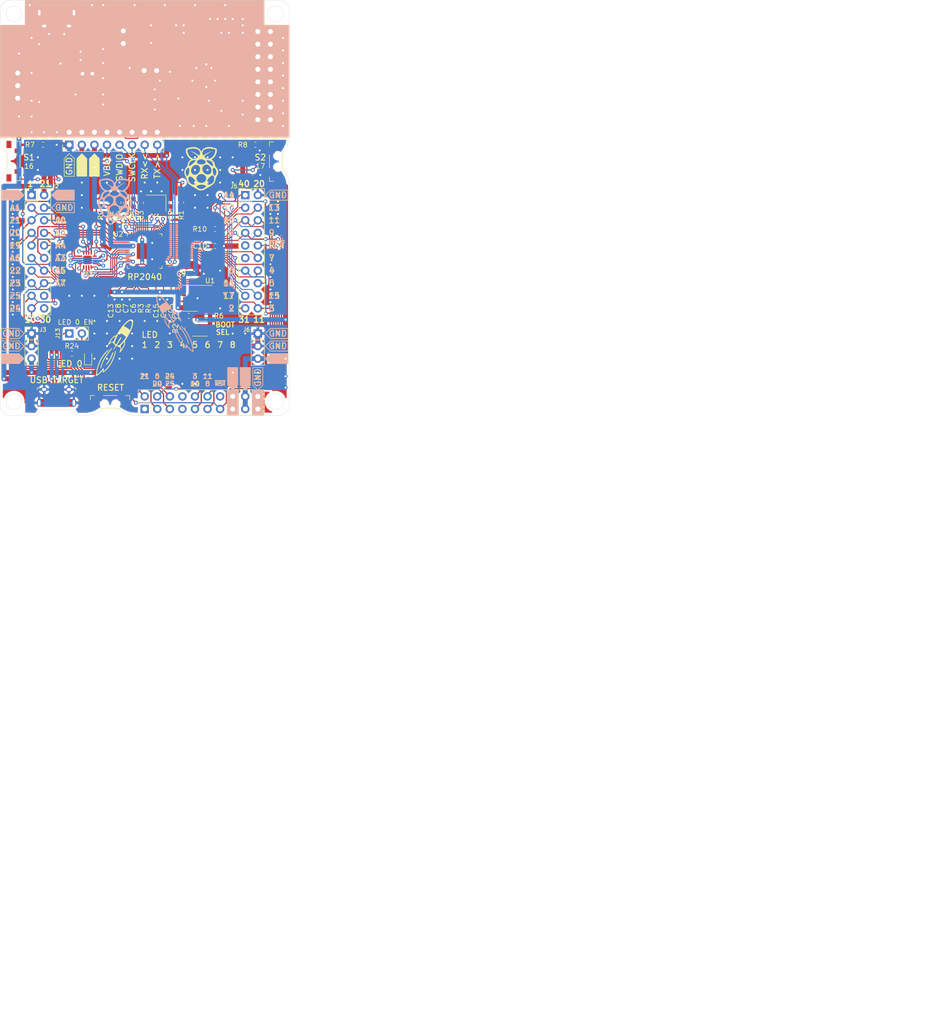
<source format=kicad_pcb>
(kicad_pcb (version 20171130) (host pcbnew 5.1.5+dfsg1-2build2)
  (layers (0 F.Cu signal) (31 B.Cu signal) (34 B.Paste user) (35 F.Paste user) (36 B.SilkS user hide) (37 F.SilkS user) (38 B.Mask user) (39 F.Mask user) (44 Edge.Cuts user))
  (net 0 "")
  (net 1 +5V)
  (net 2 GND)
  (net 3 GND_DBG)
  (net 4 +3V3)
  (net 5 "Net-(R3-Pad1)")
  (net 6 "Net-(R3-Pad2)")
  (net 7 "Net-(R4-Pad2)")
  (net 8 "Net-(R4-Pad1)")
  (net 9 "Net-(R5-Pad2)")
  (net 10 "Net-(D6-Pad2)")
  (net 11 "Net-(R17-Pad2)")
  (net 12 "Net-(U1-Pad2)")
  (net 13 "Net-(U1-Pad3)")
  (net 14 "Net-(U1-Pad5)")
  (net 15 "Net-(U1-Pad6)")
  (net 16 "Net-(U1-Pad7)")
  (net 17 "Net-(C3-Pad2)")
  (net 18 "Net-(C18-Pad2)")
  (net 19 /Target/SWDIO)
  (net 20 /DebugProbe/SWDIO_DBG)
  (net 21 /Target/SWCLK)
  (net 22 /DebugProbe/SWCLK_DBG)
  (net 23 /Target/UART_RX_TRGT)
  (net 24 /DebugProbe/UART_TX_DBG)
  (net 25 /Target/UART_TX_TRGT)
  (net 26 /DebugProbe/UART_RX_DBG)
  (net 27 /DebugProbe/G16_DBG)
  (net 28 /DebugProbe/G17_DBG)
  (net 29 /DebugProbe/G18_DBG)
  (net 30 /DebugProbe/G19_DBG)
  (net 31 /DebugProbe/G20_DBG)
  (net 32 /DebugProbe/G21_DBG)
  (net 33 /DebugProbe/G22_DBG)
  (net 34 /DebugProbe/G23_DBG)
  (net 35 /DebugProbe/G24_DBG)
  (net 36 /DebugProbe/G25_DBG)
  (net 37 /DebugProbe/G26_DBG)
  (net 38 /DebugProbe/G27_DBG)
  (net 39 /DebugProbe/G28_DBG)
  (net 40 /DebugProbe/G29_DBG)
  (net 41 /Target/ADC_0)
  (net 42 /Target/ADC_1)
  (net 43 /Target/ADC_7)
  (net 44 /Target/ADC_2)
  (net 45 /Target/ADC_4)
  (net 46 /Target/GPIO23)
  (net 47 /Target/~RESET)
  (net 48 /Target/GPIO15)
  (net 49 "Net-(D9-Pad2)")
  (net 50 /Target/ADC_3)
  (net 51 /Target/GPIO19)
  (net 52 /Target/ADC_6)
  (net 53 /Target/GPIO16)
  (net 54 /Target/GPIO17)
  (net 55 "Net-(J10-Pad2)")
  (net 56 /Target/GPIO6)
  (net 57 /Target/GPIO9)
  (net 58 /Target/GPIO11)
  (net 59 /Target/GPIO3)
  (net 60 /Target/GPIO2)
  (net 61 /PowerSupply/VBUS_TRGT)
  (net 62 "Net-(L1-Pad2)")
  (net 63 "Net-(R12-Pad1)")
  (net 64 "Net-(R18-Pad2)")
  (net 65 "Net-(R21-Pad1)")
  (net 66 "Net-(U3-Pad17)")
  (net 67 "Net-(USB1-Pad4)")
  (net 68 "Net-(USB2-Pad4)")
  (net 69 "Net-(C2-Pad2)")
  (net 70 "Net-(C4-Pad1)")
  (net 71 "Net-(C17-Pad2)")
  (net 72 "Net-(C22-Pad2)")
  (net 73 "Net-(C23-Pad2)")
  (net 74 "Net-(C24-Pad1)")
  (net 75 "Net-(D3-Pad1)")
  (net 76 "Net-(D7-Pad2)")
  (net 77 "Net-(D8-Pad2)")
  (net 78 /PowerSupply/VBat)
  (net 79 /Target/VBat)
  (net 80 /Target/UART1_RX)
  (net 81 /Target/UART1_TX)
  (net 82 /Target/SPI0_SCK)
  (net 83 /Target/I2C0_SCL)
  (net 84 "Net-(J2-Pad18)")
  (net 85 /Target/I2C0_SDA)
  (net 86 "Net-(J2-Pad20)")
  (net 87 "Net-(J4-Pad1)")
  (net 88 "Net-(J4-Pad7)")
  (net 89 "Net-(J4-Pad8)")
  (net 90 /Target/PWM5A)
  (net 91 /Target/PWM4A)
  (net 92 "Net-(J4-Pad14)")
  (net 93 /Target/SPI0_CS)
  (net 94 /Target/SPI0_RX)
  (net 95 /Target/SPI0_TX)
  (net 96 "Net-(J5-Pad11)")
  (net 97 "Net-(J5-Pad9)")
  (net 98 "Net-(J5-Pad4)")
  (net 99 /Target/PWM6A)
  (net 100 /Target/PWM7A)
  (net 101 "Net-(J7-Pad1)")
  (net 102 "Net-(J10-Pad1)")
  (net 103 "Net-(J11-Pad1)")
  (net 104 "Net-(J11-Pad2)")
  (net 105 "Net-(R2-Pad1)")
  (net 106 "Net-(R6-Pad2)")
  (net 107 "Net-(R7-Pad2)")
  (net 108 "Net-(R8-Pad2)")
  (net 109 "Net-(R9-Pad1)")
  (net 110 /Target/PWM6B)
  (net 111 "Net-(R17-Pad1)")
  (net 112 "Net-(R18-Pad1)")
  (net 113 "Net-(R19-Pad2)")
  (net 114 "Net-(R22-Pad1)")
  (net 115 "Net-(R23-Pad1)")
  (net 116 "Net-(U6-Pad4)")
  (net 117 "Net-(U7-Pad7)")
  (net 118 "Net-(U7-Pad6)")
  (net 119 "Net-(U7-Pad5)")
  (net 120 "Net-(U7-Pad3)")
  (net 121 "Net-(U7-Pad2)")
  (net 122 "Net-(U8-Pad14)")
  (net 123 "Net-(U8-Pad13)")
  (net 124 "Net-(U8-Pad7)")
  (net 125 "Net-(U8-Pad25)")
  (net 126 "Net-(U8-Pad24)")
  (net 127 "Net-(U8-Pad18)")
  (net 128 "Net-(U8-Pad17)")
  (net 129 "Net-(U8-Pad16)")
  (net 130 "Net-(U8-Pad15)")
  (net 131 +5V_DBG)
  (net 132 +3V3_DBG)
  (net 133 "Net-(R11-Pad2)")
  (net 134 /Target/GPIO26)
  (net 135 /Target/GPIO27)
  (net 136 /Target/GPIO28)
  (net 137 /Target/GPIO29)
  (net 138 "Net-(U10-Pad3)")
  (net 139 "Net-(U10-Pad1)")
  (net 140 "Net-(U11-Pad1)")
  (net 141 "Net-(U12-Pad1)")
  (net 142 "Net-(U13-Pad1)")
  (net 143 "Net-(U14-Pad1)")
  (net 144 "Net-(U15-Pad1)")
  (net 145 "Net-(U16-Pad1)")
  (net 146 "Net-(D1-Pad2)")
  (net 147 "Net-(J13-Pad2)")
  (net 148 "Net-(D5-Pad1)")
  (net 149 "Net-(D4-Pad1)")
  (module Diode_SMD:D_SOD-123 (layer F.Cu) (at 113.284 93.218)
    (fp_text reference D4 (at 0 -1.778) (layer F.SilkS))
    (fp_text value D_Schottky hide)
    (pad 2 smd rect (at 1.65 0) (size 0.9 1.2) (layers F.Cu F.Paste F.Mask) (net 61 /PowerSupply/VBUS_TRGT))
    (pad 1 smd rect (at -1.65 0) (size 0.9 1.2) (layers F.Cu F.Paste F.Mask) (net 149 "Net-(D4-Pad1)"))
  )
  (module "" (layer F.Cu) (at 139.7 136.144)
    (fp_text reference "" (at 141.986 136.144) (layer F.SilkS) (effects (font (size 1.27 1.27))))
    (fp_text value "" (at 141.986 136.144) (layer F.SilkS) (effects (font (size 1.27 1.27))))
  )
  (module "" (layer F.Cu) (at 152.4 136.144)
    (fp_text reference "" (at 141.986 136.144) (layer F.SilkS) (effects (font (size 1.27 1.27))))
    (fp_text value "" (at 141.986 136.144) (layer F.SilkS) (effects (font (size 1.27 1.27))))
  )
  (module "" (layer F.Cu) (at 141.986 136.144)
    (fp_text reference "" (at 156.21 133.604) (layer F.SilkS) (effects (font (size 1.27 1.27))))
    (fp_text value "" (at 156.21 133.604) (layer F.SilkS) (effects (font (size 1.27 1.27))))
  )
  (module "" (layer F.Cu) (at 156.21 133.604)
    (fp_text reference "" (at 144.78 140.208) (layer F.SilkS) (effects (font (size 1.27 1.27))))
    (fp_text value "" (at 144.78 140.208) (layer F.SilkS) (effects (font (size 1.27 1.27))))
  )
  (module rp2040-launchpad-PCB:Lauchpad-Energia-Logo (layer F.Cu) (at 146.304 139.7)
    (fp_text reference G*** hide)
    (fp_text value LOGO hide)
  )
  (module rp2040-launchpad-PCB:WS2812B-2020 (layer F.Cu) (at 139.7 139.446 90)
    (fp_text reference U9 hide)
    (fp_text value WS2812B-2020 hide)
    (pad 4 smd rect (at -0.91 0.55 90) (size 0.7 0.7) (layers F.Cu F.Paste F.Mask) (net 1 +5V))
    (pad 3 smd rect (at -0.91 -0.55 90) (size 0.7 0.7) (layers F.Cu F.Paste F.Mask) (net 43 /Target/ADC_7))
    (pad 1 smd rect (at 0.92 0.55 90) (size 0.7 0.7) (layers F.Cu F.Paste F.Mask) (net 138 "Net-(U10-Pad3)"))
    (pad 2 smd rect (at 0.92 -0.55 90) (size 0.7 0.7) (layers F.Cu F.Paste F.Mask) (net 2 GND))
  )
  (module rp2040-launchpad-PCB:USB-micro-B-Amph-10118194 (layer F.Cu) (at 121.904 69.85 180)
    (fp_text reference USB2 hide)
    (fp_text value "USB PC" (at -5.35 -1.016 90) (layer F.SilkS) (effects (font (thickness 0.2))))
    (pad 6 smd rect (at -2.9 0 180) (size 1.2 1.55) (layers F.Cu F.Paste F.Mask) (net 3 GND_DBG))
    (pad 6 smd rect (at 2.9 0 180) (size 1.2 1.55) (layers F.Cu F.Paste F.Mask) (net 3 GND_DBG))
    (pad 6 thru_hole oval (at 3.5 0 180) (size 0.9 1.55) (drill oval 0.5 1.15) (layers *.Cu *.Mask F.Paste) (net 3 GND_DBG))
    (pad 6 thru_hole oval (at -2.5 -2.7 180) (size 1.25 0.95) (drill oval 0.85 0.55) (layers *.Cu *.Mask F.Paste) (net 3 GND_DBG))
    (pad 6 smd rect (at 1 0 180) (size 1.5 1.55) (layers F.Cu F.Paste F.Mask) (net 3 GND_DBG))
    (pad 5 smd rect (at 1.3 -2.7 180) (size 0.4 1.35) (layers F.Cu F.Paste F.Mask) (net 3 GND_DBG))
    (pad 4 smd rect (at 0.65 -2.7 180) (size 0.4 1.35) (layers F.Cu F.Paste F.Mask) (net 68 "Net-(USB2-Pad4)"))
    (pad 3 smd rect (at 0 -2.7 180) (size 0.4 1.35) (layers F.Cu F.Paste F.Mask) (net 64 "Net-(R18-Pad2)"))
    (pad 2 smd rect (at -0.65 -2.7 180) (size 0.4 1.35) (layers F.Cu F.Paste F.Mask) (net 11 "Net-(R17-Pad2)"))
    (pad 1 smd rect (at -1.3 -2.7 180) (size 0.4 1.35) (layers F.Cu F.Paste F.Mask) (net 131 +5V_DBG))
    (pad 6 smd rect (at -1 0 180) (size 1.5 1.55) (layers F.Cu F.Paste F.Mask) (net 3 GND_DBG))
    (pad 6 thru_hole oval (at 2.5 -2.7 180) (size 1.25 0.95) (drill oval 0.85 0.55) (layers *.Cu *.Mask F.Paste) (net 3 GND_DBG))
    (pad 6 thru_hole oval (at -3.5 0 180) (size 0.9 1.55) (drill oval 0.5 1.15) (layers *.Cu *.Mask F.Paste) (net 3 GND_DBG))
  )
  (module rp2040-launchpad-PCB:USB-micro-B-Amph-10118194 (layer F.Cu) (at 121.89 148.623)
    (fp_text reference USB1 hide)
    (fp_text value "USB TARGET" (at 0.03 -4.605) (layer F.SilkS) (effects (font (size 1.2 1.2) (thickness 0.2))))
    (pad 6 smd rect (at -2.9 0) (size 1.2 1.55) (layers F.Cu F.Paste F.Mask) (net 2 GND))
    (pad 6 smd rect (at 2.9 0) (size 1.2 1.55) (layers F.Cu F.Paste F.Mask) (net 2 GND))
    (pad 6 thru_hole oval (at 3.5 0) (size 0.9 1.55) (drill oval 0.5 1.15) (layers *.Cu *.Mask F.Paste) (net 2 GND))
    (pad 6 thru_hole oval (at -2.5 -2.7) (size 1.25 0.95) (drill oval 0.85 0.55) (layers *.Cu *.Mask F.Paste) (net 2 GND))
    (pad 6 smd rect (at 1 0) (size 1.5 1.55) (layers F.Cu F.Paste F.Mask) (net 2 GND))
    (pad 5 smd rect (at 1.3 -2.7) (size 0.4 1.35) (layers F.Cu F.Paste F.Mask) (net 2 GND))
    (pad 4 smd rect (at 0.65 -2.7) (size 0.4 1.35) (layers F.Cu F.Paste F.Mask) (net 67 "Net-(USB1-Pad4)"))
    (pad 3 smd rect (at 0 -2.7) (size 0.4 1.35) (layers F.Cu F.Paste F.Mask) (net 7 "Net-(R4-Pad2)"))
    (pad 2 smd rect (at -0.65 -2.7) (size 0.4 1.35) (layers F.Cu F.Paste F.Mask) (net 6 "Net-(R3-Pad2)"))
    (pad 1 smd rect (at -1.3 -2.7) (size 0.4 1.35) (layers F.Cu F.Paste F.Mask) (net 61 /PowerSupply/VBUS_TRGT))
    (pad 6 smd rect (at -1 0) (size 1.5 1.55) (layers F.Cu F.Paste F.Mask) (net 2 GND))
    (pad 6 thru_hole oval (at 2.5 -2.7) (size 1.25 0.95) (drill oval 0.85 0.55) (layers *.Cu *.Mask F.Paste) (net 2 GND))
    (pad 6 thru_hole oval (at -3.5 0) (size 0.9 1.55) (drill oval 0.5 1.15) (layers *.Cu *.Mask F.Paste) (net 2 GND))
  )
  (module rp2040-launchpad-PCB:DIPT-1188E (layer F.Cu) (at 132.722 148.494)
    (fp_text reference SW1 hide)
    (fp_text value RESET (at 0.075 -2.952) (layer F.SilkS) (effects (font (size 1.2 1.2) (thickness 0.2))))
    (pad 3 smd rect (at 3.375 0.9) (size 1.45 1) (layers F.Cu F.Paste F.Mask))
    (pad 3 smd rect (at -3.375 0.9) (size 1.45 1) (layers F.Cu F.Paste F.Mask))
    (pad 2 smd rect (at -2.1 -0.9) (size 0.9 1.3) (layers F.Cu F.Paste F.Mask) (net 2 GND))
    (pad 1 smd rect (at 2.1 -0.9) (size 0.9 1.3) (layers F.Cu F.Paste F.Mask) (net 47 /Target/~RESET))
    (pad "" np_thru_hole circle (at 1.15 0.35) (size 0.9 0.9) (drill 0.9) (layers *.Cu *.Mask))
    (pad "" np_thru_hole circle (at -1.15 0.35) (size 0.9 0.9) (drill 0.9) (layers *.Cu *.Mask))
  )
  (module rp2040-launchpad-PCB:DIPT-1188E (layer F.Cu) (at 166.254 99.881 90)
    (fp_text reference S2 (at 0.821 -3.186 180) (layer F.SilkS) (effects (font (size 1.2 1.2) (thickness 0.2))))
    (fp_text value S2 hide)
    (pad 3 smd rect (at 3.375 0.9 90) (size 1.45 1) (layers F.Cu F.Paste F.Mask))
    (pad 3 smd rect (at -3.375 0.9 90) (size 1.45 1) (layers F.Cu F.Paste F.Mask))
    (pad 2 smd rect (at -2.1 -0.9 90) (size 0.9 1.3) (layers F.Cu F.Paste F.Mask) (net 108 "Net-(R8-Pad2)"))
    (pad 1 smd rect (at 2.1 -0.9 90) (size 0.9 1.3) (layers F.Cu F.Paste F.Mask) (net 54 /Target/GPIO17))
    (pad "" np_thru_hole circle (at 1.15 0.35 90) (size 0.9 0.9) (drill 0.9) (layers *.Cu *.Mask))
    (pad "" np_thru_hole circle (at -1.15 0.35 90) (size 0.9 0.9) (drill 0.9) (layers *.Cu *.Mask))
  )
  (module rp2040-launchpad-PCB:DIPT-1188E (layer F.Cu) (at 113.168 99.822 270)
    (fp_text reference S1 (at -0.762 -3.164 180) (layer F.SilkS) (effects (font (size 1.2 1.2) (thickness 0.2))))
    (fp_text value S1 hide)
    (pad 3 smd rect (at 3.375 0.9 270) (size 1.45 1) (layers F.Cu F.Paste F.Mask))
    (pad 3 smd rect (at -3.375 0.9 270) (size 1.45 1) (layers F.Cu F.Paste F.Mask))
    (pad 2 smd rect (at -2.1 -0.9 270) (size 0.9 1.3) (layers F.Cu F.Paste F.Mask) (net 107 "Net-(R7-Pad2)"))
    (pad 1 smd rect (at 2.1 -0.9 270) (size 0.9 1.3) (layers F.Cu F.Paste F.Mask) (net 53 /Target/GPIO16))
    (pad "" np_thru_hole circle (at 1.15 0.35 270) (size 0.9 0.9) (drill 0.9) (layers *.Cu *.Mask))
    (pad "" np_thru_hole circle (at -1.15 0.35 270) (size 0.9 0.9) (drill 0.9) (layers *.Cu *.Mask))
  )
  (module rp2040-launchpad-PCB:Lauchpad-Logo-small (layer B.Cu) (at 133.604 107.696 180)
    (fp_text reference G*** hide)
    (fp_text value LOGO hide)
  )
  (module rp2040-launchpad-PCB:Lauchpad-Energia-Logo (layer B.Cu) (at 133.096 134.874 180)
    (fp_text reference G*** hide)
    (fp_text value LOGO hide)
  )
  (module rp2040-launchpad-PCB:KMR2-Switch (layer F.Cu) (at 150.858 133.642 180)
    (fp_text reference SW2 hide)
    (fp_text value BOOT (at -5.098 0.8) (layer F.SilkS) (effects (font (thickness 0.2))))
    (pad 1 smd rect (at 2.05 -0.8 180) (size 0.9 1) (layers F.Cu F.Paste F.Mask) (net 105 "Net-(R2-Pad1)"))
    (pad 2 smd rect (at 2.05 0.8 180) (size 0.9 1) (layers F.Cu F.Paste F.Mask) (net 106 "Net-(R6-Pad2)"))
    (pad 1 smd rect (at -2.05 -0.8 180) (size 0.9 1) (layers F.Cu F.Paste F.Mask) (net 105 "Net-(R2-Pad1)"))
    (pad 2 smd rect (at -2.05 0.8 180) (size 0.9 1) (layers F.Cu F.Paste F.Mask) (net 106 "Net-(R6-Pad2)"))
  )
  (module Connector_PinHeader_2.54mm:PinHeader_2x10_P2.54mm_Vertical (layer F.Cu) (at 116.84 106.68)
    (fp_text reference J2 (at 4.826 -1.778) (layer F.SilkS) (effects (font (size 0.8 0.8))))
    (fp_text value "LP Header left" hide)
    (pad 20 thru_hole oval (at 2.54 22.86) (size 1.7 1.7) (drill 1) (layers *.Cu *.Mask) (net 86 "Net-(J2-Pad20)"))
    (pad 19 thru_hole oval (at 0 22.86) (size 1.7 1.7) (drill 1) (layers *.Cu *.Mask) (net 85 /Target/I2C0_SDA))
    (pad 18 thru_hole oval (at 2.54 20.32) (size 1.7 1.7) (drill 1) (layers *.Cu *.Mask) (net 84 "Net-(J2-Pad18)"))
    (pad 17 thru_hole oval (at 0 20.32) (size 1.7 1.7) (drill 1) (layers *.Cu *.Mask) (net 83 /Target/I2C0_SCL))
    (pad 16 thru_hole oval (at 2.54 17.78) (size 1.7 1.7) (drill 1) (layers *.Cu *.Mask) (net 43 /Target/ADC_7))
    (pad 15 thru_hole oval (at 0 17.78) (size 1.7 1.7) (drill 1) (layers *.Cu *.Mask) (net 46 /Target/GPIO23))
    (pad 14 thru_hole oval (at 2.54 15.24) (size 1.7 1.7) (drill 1) (layers *.Cu *.Mask) (net 79 /Target/VBat))
    (pad 13 thru_hole oval (at 0 15.24) (size 1.7 1.7) (drill 1) (layers *.Cu *.Mask) (net 82 /Target/SPI0_SCK))
    (pad 12 thru_hole oval (at 2.54 12.7) (size 1.7 1.7) (drill 1) (layers *.Cu *.Mask) (net 50 /Target/ADC_3))
    (pad 11 thru_hole oval (at 0 12.7) (size 1.7 1.7) (drill 1) (layers *.Cu *.Mask) (net 52 /Target/ADC_6))
    (pad 10 thru_hole oval (at 2.54 10.16) (size 1.7 1.7) (drill 1) (layers *.Cu *.Mask) (net 45 /Target/ADC_4))
    (pad 9 thru_hole oval (at 0 10.16) (size 1.7 1.7) (drill 1) (layers *.Cu *.Mask) (net 51 /Target/GPIO19))
    (pad 8 thru_hole oval (at 2.54 7.62) (size 1.7 1.7) (drill 1) (layers *.Cu *.Mask) (net 44 /Target/ADC_2))
    (pad 7 thru_hole oval (at 0 7.62) (size 1.7 1.7) (drill 1) (layers *.Cu *.Mask) (net 81 /Target/UART1_TX))
    (pad 6 thru_hole oval (at 2.54 5.08) (size 1.7 1.7) (drill 1) (layers *.Cu *.Mask) (net 41 /Target/ADC_0))
    (pad 5 thru_hole oval (at 0 5.08) (size 1.7 1.7) (drill 1) (layers *.Cu *.Mask) (net 80 /Target/UART1_RX))
    (pad 4 thru_hole oval (at 2.54 2.54) (size 1.7 1.7) (drill 1) (layers *.Cu *.Mask) (net 2 GND))
    (pad 3 thru_hole oval (at 0 2.54) (size 1.7 1.7) (drill 1) (layers *.Cu *.Mask) (net 42 /Target/ADC_1))
    (pad 2 thru_hole oval (at 2.54 0) (size 1.7 1.7) (drill 1) (layers *.Cu *.Mask) (net 1 +5V))
    (pad 1 thru_hole rect (at 0 0) (size 1.7 1.7) (drill 1) (layers *.Cu *.Mask) (net 4 +3V3))
  )
  (module rp2040-launchpad-PCB:Lauchpad-Logo (layer F.Cu) (at 151.384 82.804)
    (fp_text reference G*** hide)
    (fp_text value LOGO hide)
  )
  (module rp2040-launchpad-PCB:Lauchpad-Logo-small (layer F.Cu) (at 151.13 101.346)
    (fp_text reference G*** hide)
    (fp_text value LOGO hide)
  )
  (module Connector_PinHeader_2.54mm:PinHeader_2x10_P2.54mm_Vertical (layer F.Cu) (at 139.7 149.86 90)
    (fp_text reference J4 hide)
    (fp_text value "LP Extension Heder" hide)
    (pad 20 thru_hole oval (at 2.54 22.86 90) (size 1.7 1.7) (drill 1) (layers *.Cu *.Mask) (net 2 GND))
    (pad 19 thru_hole oval (at 0 22.86 90) (size 1.7 1.7) (drill 1) (layers *.Cu *.Mask) (net 2 GND))
    (pad 18 thru_hole oval (at 2.54 20.32 90) (size 1.7 1.7) (drill 1) (layers *.Cu *.Mask) (net 4 +3V3))
    (pad 17 thru_hole oval (at 0 20.32 90) (size 1.7 1.7) (drill 1) (layers *.Cu *.Mask) (net 4 +3V3))
    (pad 16 thru_hole oval (at 2.54 17.78 90) (size 1.7 1.7) (drill 1) (layers *.Cu *.Mask) (net 1 +5V))
    (pad 15 thru_hole oval (at 0 17.78 90) (size 1.7 1.7) (drill 1) (layers *.Cu *.Mask) (net 1 +5V))
    (pad 14 thru_hole oval (at 2.54 15.24 90) (size 1.7 1.7) (drill 1) (layers *.Cu *.Mask) (net 92 "Net-(J4-Pad14)"))
    (pad 13 thru_hole oval (at 0 15.24 90) (size 1.7 1.7) (drill 1) (layers *.Cu *.Mask) (net 47 /Target/~RESET))
    (pad 12 thru_hole oval (at 2.54 12.7 90) (size 1.7 1.7) (drill 1) (layers *.Cu *.Mask) (net 58 /Target/GPIO11))
    (pad 11 thru_hole oval (at 0 12.7 90) (size 1.7 1.7) (drill 1) (layers *.Cu *.Mask) (net 91 /Target/PWM4A))
    (pad 10 thru_hole oval (at 2.54 10.16 90) (size 1.7 1.7) (drill 1) (layers *.Cu *.Mask) (net 59 /Target/GPIO3))
    (pad 9 thru_hole oval (at 0 10.16 90) (size 1.7 1.7) (drill 1) (layers *.Cu *.Mask) (net 90 /Target/PWM5A))
    (pad 8 thru_hole oval (at 2.54 7.62 90) (size 1.7 1.7) (drill 1) (layers *.Cu *.Mask) (net 89 "Net-(J4-Pad8)"))
    (pad 7 thru_hole oval (at 0 7.62 90) (size 1.7 1.7) (drill 1) (layers *.Cu *.Mask) (net 88 "Net-(J4-Pad7)"))
    (pad 6 thru_hole oval (at 2.54 5.08 90) (size 1.7 1.7) (drill 1) (layers *.Cu *.Mask) (net 85 /Target/I2C0_SDA))
    (pad 5 thru_hole oval (at 0 5.08 90) (size 1.7 1.7) (drill 1) (layers *.Cu *.Mask) (net 83 /Target/I2C0_SCL))
    (pad 4 thru_hole oval (at 2.54 2.54 90) (size 1.7 1.7) (drill 1) (layers *.Cu *.Mask) (net 56 /Target/GPIO6))
    (pad 3 thru_hole oval (at 0 2.54 90) (size 1.7 1.7) (drill 1) (layers *.Cu *.Mask) (net 81 /Target/UART1_TX))
    (pad 2 thru_hole oval (at 2.54 0 90) (size 1.7 1.7) (drill 1) (layers *.Cu *.Mask) (net 80 /Target/UART1_RX))
    (pad 1 thru_hole rect (at 0 0 90) (size 1.7 1.7) (drill 1) (layers *.Cu *.Mask) (net 87 "Net-(J4-Pad1)"))
  )
  (module Fiducial:Fiducial_1mm_Mask2mm (layer F.Cu) (at 116.078 149.606)
    (fp_text reference REF** hide)
    (fp_text value Fiducial_1mm_Mask2mm hide)
    (pad "" smd circle (at 0 0) (size 1 1) (layers F.Cu F.Mask) (clearance 0.5))
  )
  (module Fiducial:Fiducial_1mm_Mask2mm (layer F.Cu) (at 163.322 68.834)
    (fp_text reference REF** hide)
    (fp_text value Fiducial_1mm_Mask2mm hide)
    (pad "" smd circle (at 0 0) (size 1 1) (layers F.Cu F.Mask) (clearance 0.5))
  )
  (module Package_DFN_QFN:QFN-16-1EP_3x3mm_P0.5mm_EP1.7x1.7mm (layer F.Cu) (at 128.143 119.761 180)
    (fp_text reference U3 (at 0 -2.82) (layer F.SilkS))
    (fp_text value RS2299 hide)
    (pad 16 smd roundrect (at -0.75 -1.4625 180) (size 0.25 0.825) (layers F.Cu F.Paste F.Mask) (net 136 /Target/GPIO28))
    (pad 15 smd roundrect (at -0.25 -1.4625 180) (size 0.25 0.825) (layers F.Cu F.Paste F.Mask) (net 79 /Target/VBat))
    (pad 14 smd roundrect (at 0.25 -1.4625 180) (size 0.25 0.825) (layers F.Cu F.Paste F.Mask) (net 4 +3V3))
    (pad 13 smd roundrect (at 0.75 -1.4625 180) (size 0.25 0.825) (layers F.Cu F.Paste F.Mask) (net 52 /Target/ADC_6))
    (pad 12 smd roundrect (at 1.4625 -0.75 180) (size 0.825 0.25) (layers F.Cu F.Paste F.Mask) (net 137 /Target/GPIO29))
    (pad 11 smd roundrect (at 1.4625 -0.25 180) (size 0.825 0.25) (layers F.Cu F.Paste F.Mask) (net 43 /Target/ADC_7))
    (pad 10 smd roundrect (at 1.4625 0.25 180) (size 0.825 0.25) (layers F.Cu F.Paste F.Mask) (net 109 "Net-(R9-Pad1)"))
    (pad 9 smd roundrect (at 1.4625 0.75 180) (size 0.825 0.25) (layers F.Cu F.Paste F.Mask) (net 41 /Target/ADC_0))
    (pad 8 smd roundrect (at 0.75 1.4625 180) (size 0.25 0.825) (layers F.Cu F.Paste F.Mask) (net 134 /Target/GPIO26))
    (pad 7 smd roundrect (at 0.25 1.4625 180) (size 0.25 0.825) (layers F.Cu F.Paste F.Mask) (net 42 /Target/ADC_1))
    (pad 6 smd roundrect (at -0.25 1.4625 180) (size 0.25 0.825) (layers F.Cu F.Paste F.Mask) (net 2 GND))
    (pad 5 smd roundrect (at -0.75 1.4625 180) (size 0.25 0.825) (layers F.Cu F.Paste F.Mask) (net 44 /Target/ADC_2))
    (pad 4 smd roundrect (at -1.4625 0.75 180) (size 0.825 0.25) (layers F.Cu F.Paste F.Mask) (net 135 /Target/GPIO27))
    (pad 3 smd roundrect (at -1.4625 0.25 180) (size 0.825 0.25) (layers F.Cu F.Paste F.Mask) (net 50 /Target/ADC_3))
    (pad 2 smd roundrect (at -1.4625 -0.25 180) (size 0.825 0.25) (layers F.Cu F.Paste F.Mask) (net 109 "Net-(R9-Pad1)"))
    (pad 1 smd roundrect (at -1.4625 -0.75 180) (size 0.825 0.25) (layers F.Cu F.Paste F.Mask) (net 45 /Target/ADC_4))
    (pad 17 smd roundrect (at 0 0 180) (size 1.7 1.7) (layers F.Cu F.Mask) (roundrect_rratio 0.147059) (net 66 "Net-(U3-Pad17)"))
  )
  (module Resistor_SMD:R_0603_1608Metric (layer F.Cu) (at 127.9905 79.375 180)
    (fp_text reference R11 hide)
    (fp_text value 1k hide)
    (pad 2 smd roundrect (at 0.7875 0 180) (size 0.875 0.95) (layers F.Cu F.Paste F.Mask) (net 133 "Net-(R11-Pad2)"))
    (pad 1 smd roundrect (at -0.7875 0 180) (size 0.875 0.95) (layers F.Cu F.Paste F.Mask) (net 75 "Net-(D3-Pad1)"))
  )
  (module rp2040-launchpad-PCB:JST-S2B-PH-KL (layer B.Cu) (at 131.127 84.419 270)
    (fp_text reference J8 (at 0.25 -1.5 270) (layer B.SilkS) (effects (justify mirror)))
    (fp_text value "LiPo 3,7V Batt.")
    (pad 2 thru_hole circle (at -2.25 4 270) (size 1.524 1.524) (drill 0.73) (layers *.Cu *.Mask) (net 71 "Net-(C17-Pad2)"))
    (pad 1 thru_hole circle (at -2.25 2 270) (size 1.524 1.524) (drill 0.73) (layers *.Cu *.Mask) (net 3 GND_DBG))
  )
  (module Capacitor_SMD:C_0603_1608Metric (layer F.Cu) (at 148.6155 131.064 180)
    (fp_text reference C1 (at 2.5655 0) (layer F.SilkS))
    (fp_text value 100nF hide)
    (pad 2 smd roundrect (at 0.7875 0 180) (size 0.875 0.95) (layers F.Cu F.Paste F.Mask) (net 2 GND))
    (pad 1 smd roundrect (at -0.7875 0 180) (size 0.875 0.95) (layers F.Cu F.Paste F.Mask) (net 4 +3V3))
  )
  (module Capacitor_SMD:C_0603_1608Metric (layer F.Cu) (at 145.034 108.1785 270)
    (fp_text reference C2 (at 2.5655 0 90) (layer F.SilkS))
    (fp_text value 22pF hide)
    (pad 2 smd roundrect (at 0.7875 0 270) (size 0.875 0.95) (layers F.Cu F.Paste F.Mask) (net 69 "Net-(C2-Pad2)"))
    (pad 1 smd roundrect (at -0.7875 0 270) (size 0.875 0.95) (layers F.Cu F.Paste F.Mask) (net 2 GND))
  )
  (module Capacitor_SMD:C_0603_1608Metric (layer F.Cu) (at 138.938 108.204 270)
    (fp_text reference C3 (at 2.54 0 90) (layer F.SilkS))
    (fp_text value 22pF hide)
    (pad 2 smd roundrect (at 0.7875 0 270) (size 0.875 0.95) (layers F.Cu F.Paste F.Mask) (net 17 "Net-(C3-Pad2)"))
    (pad 1 smd roundrect (at -0.7875 0 270) (size 0.875 0.95) (layers F.Cu F.Paste F.Mask) (net 2 GND))
  )
  (module Capacitor_SMD:C_0603_1608Metric (layer F.Cu) (at 134.366 108.204 90)
    (fp_text reference C4 (at -2.54 0 90) (layer F.SilkS))
    (fp_text value 100nF hide)
    (pad 2 smd roundrect (at 0.7875 0 90) (size 0.875 0.95) (layers F.Cu F.Paste F.Mask) (net 2 GND))
    (pad 1 smd roundrect (at -0.7875 0 90) (size 0.875 0.95) (layers F.Cu F.Paste F.Mask) (net 70 "Net-(C4-Pad1)"))
  )
  (module Capacitor_SMD:C_0603_1608Metric (layer F.Cu) (at 145.034 127.0255 270)
    (fp_text reference C5 (at 2.5145 0 90) (layer F.SilkS))
    (fp_text value 100nF hide)
    (pad 2 smd roundrect (at 0.7875 0 270) (size 0.875 0.95) (layers F.Cu F.Paste F.Mask) (net 2 GND))
    (pad 1 smd roundrect (at -0.7875 0 270) (size 0.875 0.95) (layers F.Cu F.Paste F.Mask) (net 70 "Net-(C4-Pad1)"))
  )
  (module Capacitor_SMD:C_0603_1608Metric (layer F.Cu) (at 137.414 127.0255 270)
    (fp_text reference C6 (at 2.5145 0 90) (layer F.SilkS))
    (fp_text value 1uF hide)
    (pad 2 smd roundrect (at 0.7875 0 270) (size 0.875 0.95) (layers F.Cu F.Paste F.Mask) (net 2 GND))
    (pad 1 smd roundrect (at -0.7875 0 270) (size 0.875 0.95) (layers F.Cu F.Paste F.Mask) (net 70 "Net-(C4-Pad1)"))
  )
  (module Capacitor_SMD:C_0603_1608Metric (layer F.Cu) (at 135.89 127.0255 270)
    (fp_text reference C7 (at 2.5145 0 90) (layer F.SilkS))
    (fp_text value 1uF hide)
    (pad 2 smd roundrect (at 0.7875 0 270) (size 0.875 0.95) (layers F.Cu F.Paste F.Mask) (net 2 GND))
    (pad 1 smd roundrect (at -0.7875 0 270) (size 0.875 0.95) (layers F.Cu F.Paste F.Mask) (net 4 +3V3))
  )
  (module Capacitor_SMD:C_0603_1608Metric (layer F.Cu) (at 134.366 127.0255 270)
    (fp_text reference C8 (at 2.5145 0 90) (layer F.SilkS))
    (fp_text value 1uF hide)
    (pad 2 smd roundrect (at 0.7875 0 270) (size 0.875 0.95) (layers F.Cu F.Paste F.Mask) (net 2 GND))
    (pad 1 smd roundrect (at -0.7875 0 270) (size 0.875 0.95) (layers F.Cu F.Paste F.Mask) (net 4 +3V3))
  )
  (module Capacitor_SMD:C_0603_1608Metric (layer F.Cu) (at 149.7075 122.555)
    (fp_text reference C9 (at -2.6415 0) (layer F.SilkS))
    (fp_text value 100nF hide)
    (pad 2 smd roundrect (at 0.7875 0) (size 0.875 0.95) (layers F.Cu F.Paste F.Mask) (net 2 GND))
    (pad 1 smd roundrect (at -0.7875 0) (size 0.875 0.95) (layers F.Cu F.Paste F.Mask) (net 4 +3V3))
  )
  (module Capacitor_SMD:C_0603_1608Metric (layer F.Cu) (at 153.8985 116.967)
    (fp_text reference C10 (at -3.0225 0) (layer F.SilkS))
    (fp_text value 100nF hide)
    (pad 2 smd roundrect (at 0.7875 0) (size 0.875 0.95) (layers F.Cu F.Paste F.Mask) (net 2 GND))
    (pad 1 smd roundrect (at -0.7875 0) (size 0.875 0.95) (layers F.Cu F.Paste F.Mask) (net 4 +3V3))
  )
  (module Capacitor_SMD:C_0603_1608Metric (layer F.Cu) (at 135.89 108.204 90)
    (fp_text reference C11 (at -3.048 0 90) (layer F.SilkS))
    (fp_text value 100nF hide)
    (pad 2 smd roundrect (at 0.7875 0 90) (size 0.875 0.95) (layers F.Cu F.Paste F.Mask) (net 2 GND))
    (pad 1 smd roundrect (at -0.7875 0 90) (size 0.875 0.95) (layers F.Cu F.Paste F.Mask) (net 4 +3V3))
  )
  (module Capacitor_SMD:C_0603_1608Metric (layer F.Cu) (at 132.842 108.204 90)
    (fp_text reference C12 (at -3.048 0 90) (layer F.SilkS))
    (fp_text value 100nF hide)
    (pad 2 smd roundrect (at 0.7875 0 90) (size 0.875 0.95) (layers F.Cu F.Paste F.Mask) (net 2 GND))
    (pad 1 smd roundrect (at -0.7875 0 90) (size 0.875 0.95) (layers F.Cu F.Paste F.Mask) (net 4 +3V3))
  )
  (module Capacitor_SMD:C_0603_1608Metric (layer F.Cu) (at 132.842 127.0255 270)
    (fp_text reference C13 (at 3.0225 0 90) (layer F.SilkS))
    (fp_text value 100nF hide)
    (pad 2 smd roundrect (at 0.7875 0 270) (size 0.875 0.95) (layers F.Cu F.Paste F.Mask) (net 2 GND))
    (pad 1 smd roundrect (at -0.7875 0 270) (size 0.875 0.95) (layers F.Cu F.Paste F.Mask) (net 4 +3V3))
  )
  (module Capacitor_SMD:C_0603_1608Metric (layer F.Cu) (at 143.51 127.0255 270)
    (fp_text reference C14 (at 3.0225 0 90) (layer F.SilkS))
    (fp_text value 100nF hide)
    (pad 2 smd roundrect (at 0.7875 0 270) (size 0.875 0.95) (layers F.Cu F.Paste F.Mask) (net 2 GND))
    (pad 1 smd roundrect (at -0.7875 0 270) (size 0.875 0.95) (layers F.Cu F.Paste F.Mask) (net 4 +3V3))
  )
  (module Capacitor_SMD:C_0603_1608Metric (layer F.Cu) (at 141.986 127.0255 270)
    (fp_text reference C15 (at 3.0225 0 90) (layer F.SilkS))
    (fp_text value 100nF hide)
    (pad 2 smd roundrect (at 0.7875 0 270) (size 0.875 0.95) (layers F.Cu F.Paste F.Mask) (net 2 GND))
    (pad 1 smd roundrect (at -0.7875 0 270) (size 0.875 0.95) (layers F.Cu F.Paste F.Mask) (net 4 +3V3))
  )
  (module Capacitor_SMD:C_0805_2012Metric (layer F.Cu) (at 118.364 78.486 90)
    (fp_text reference C16 (at 3.3805 0 90) (layer F.SilkS))
    (fp_text value 22u hide)
    (pad 2 smd roundrect (at 0.9375 0 90) (size 0.975 1.4) (layers F.Cu F.Paste F.Mask) (net 131 +5V_DBG))
    (pad 1 smd roundrect (at -0.9375 0 90) (size 0.975 1.4) (layers F.Cu F.Paste F.Mask) (net 3 GND_DBG))
  )
  (module Capacitor_SMD:C_0805_2012Metric (layer F.Cu) (at 124.714 83.0095 90)
    (fp_text reference C17 (at -3.2235 0 90) (layer F.SilkS))
    (fp_text value 22u hide)
    (pad 2 smd roundrect (at 0.9375 0 90) (size 0.975 1.4) (layers F.Cu F.Paste F.Mask) (net 71 "Net-(C17-Pad2)"))
    (pad 1 smd roundrect (at -0.9375 0 90) (size 0.975 1.4) (layers F.Cu F.Paste F.Mask) (net 3 GND_DBG))
  )
  (module Capacitor_SMD:C_0805_2012Metric (layer F.Cu) (at 118.364 83.0095 90)
    (fp_text reference C18 (at 0 -1.65 90) (layer F.SilkS))
    (fp_text value 22u hide)
    (pad 2 smd roundrect (at 0.9375 0 90) (size 0.975 1.4) (layers F.Cu F.Paste F.Mask) (net 18 "Net-(C18-Pad2)"))
    (pad 1 smd roundrect (at -0.9375 0 90) (size 0.975 1.4) (layers F.Cu F.Paste F.Mask) (net 3 GND_DBG))
  )
  (module Capacitor_SMD:C_0805_2012Metric (layer F.Cu) (at 118.364 89.8375 90)
    (fp_text reference C19 (at -3.1265 0 90) (layer F.SilkS))
    (fp_text value 22u hide)
    (pad 2 smd roundrect (at 0.9375 0 90) (size 0.975 1.4) (layers F.Cu F.Paste F.Mask) (net 131 +5V_DBG))
    (pad 1 smd roundrect (at -0.9375 0 90) (size 0.975 1.4) (layers F.Cu F.Paste F.Mask) (net 3 GND_DBG))
  )
  (module Capacitor_SMD:C_0805_2012Metric (layer F.Cu) (at 124.714 89.8375 90)
    (fp_text reference C20 (at -0.0785 1.778 270) (layer F.SilkS))
    (fp_text value 22u hide)
    (pad 2 smd roundrect (at 0.9375 0 90) (size 0.975 1.4) (layers F.Cu F.Paste F.Mask) (net 132 +3V3_DBG))
    (pad 1 smd roundrect (at -0.9375 0 90) (size 0.975 1.4) (layers F.Cu F.Paste F.Mask) (net 3 GND_DBG))
  )
  (module Capacitor_SMD:C_0603_1608Metric (layer F.Cu) (at 142.7225 72.39)
    (fp_text reference C21 hide)
    (fp_text value 100nF hide)
    (pad 2 smd roundrect (at 0.7875 0) (size 0.875 0.95) (layers F.Cu F.Paste F.Mask) (net 3 GND_DBG))
    (pad 1 smd roundrect (at -0.7875 0) (size 0.875 0.95) (layers F.Cu F.Paste F.Mask) (net 132 +3V3_DBG))
  )
  (module Capacitor_SMD:C_0603_1608Metric (layer F.Cu) (at 145.415 90.4495 90)
    (fp_text reference C22 (at -3.048 0 90) (layer F.SilkS))
    (fp_text value 22pF hide)
    (pad 2 smd roundrect (at 0.7875 0 90) (size 0.875 0.95) (layers F.Cu F.Paste F.Mask) (net 72 "Net-(C22-Pad2)"))
    (pad 1 smd roundrect (at -0.7875 0 90) (size 0.875 0.95) (layers F.Cu F.Paste F.Mask) (net 3 GND_DBG))
  )
  (module Capacitor_SMD:C_0603_1608Metric (layer F.Cu) (at 151.384 90.4495 90)
    (fp_text reference C23 (at -3.0735 0 270) (layer F.SilkS))
    (fp_text value 22pF hide)
    (pad 2 smd roundrect (at 0.7875 0 90) (size 0.875 0.95) (layers F.Cu F.Paste F.Mask) (net 73 "Net-(C23-Pad2)"))
    (pad 1 smd roundrect (at -0.7875 0 90) (size 0.875 0.95) (layers F.Cu F.Paste F.Mask) (net 3 GND_DBG))
  )
  (module Capacitor_SMD:C_0603_1608Metric (layer F.Cu) (at 157.48 90.4495 270)
    (fp_text reference C24 (at 3.0225 0 90) (layer F.SilkS))
    (fp_text value 100nF hide)
    (pad 2 smd roundrect (at 0.7875 0 270) (size 0.875 0.95) (layers F.Cu F.Paste F.Mask) (net 3 GND_DBG))
    (pad 1 smd roundrect (at -0.7875 0 270) (size 0.875 0.95) (layers F.Cu F.Paste F.Mask) (net 74 "Net-(C24-Pad1)"))
  )
  (module Capacitor_SMD:C_0603_1608Metric (layer F.Cu) (at 145.288 73.1775 90)
    (fp_text reference C25 (at -3.0225 0 90) (layer F.SilkS))
    (fp_text value 100nF hide)
    (pad 2 smd roundrect (at 0.7875 0 90) (size 0.875 0.95) (layers F.Cu F.Paste F.Mask) (net 3 GND_DBG))
    (pad 1 smd roundrect (at -0.7875 0 90) (size 0.875 0.95) (layers F.Cu F.Paste F.Mask) (net 74 "Net-(C24-Pad1)"))
  )
  (module Capacitor_SMD:C_0603_1608Metric (layer F.Cu) (at 152.908 73.1775 90)
    (fp_text reference C26 (at -3.0225 0 90) (layer F.SilkS))
    (fp_text value 1uF)
    (pad 2 smd roundrect (at 0.7875 0 90) (size 0.875 0.95) (layers F.Cu F.Paste F.Mask) (net 3 GND_DBG))
    (pad 1 smd roundrect (at -0.7875 0 90) (size 0.875 0.95) (layers F.Cu F.Paste F.Mask) (net 74 "Net-(C24-Pad1)"))
  )
  (module Capacitor_SMD:C_0603_1608Metric (layer F.Cu) (at 154.432 73.1775 90)
    (fp_text reference C27 (at -3.0225 0 90) (layer F.SilkS))
    (fp_text value 1uF)
    (pad 2 smd roundrect (at 0.7875 0 90) (size 0.875 0.95) (layers F.Cu F.Paste F.Mask) (net 3 GND_DBG))
    (pad 1 smd roundrect (at -0.7875 0 90) (size 0.875 0.95) (layers F.Cu F.Paste F.Mask) (net 132 +3V3_DBG))
  )
  (module Capacitor_SMD:C_0603_1608Metric (layer F.Cu) (at 155.956 73.1775 90)
    (fp_text reference C28 (at -3.0225 0 90) (layer F.SilkS))
    (fp_text value 1uF hide)
    (pad 2 smd roundrect (at 0.7875 0 90) (size 0.875 0.95) (layers F.Cu F.Paste F.Mask) (net 3 GND_DBG))
    (pad 1 smd roundrect (at -0.7875 0 90) (size 0.875 0.95) (layers F.Cu F.Paste F.Mask) (net 132 +3V3_DBG))
  )
  (module Capacitor_SMD:C_0603_1608Metric (layer F.Cu) (at 135.8645 80.264 180)
    (fp_text reference C29 (at 3.0225 0) (layer F.SilkS))
    (fp_text value 100nF hide)
    (pad 2 smd roundrect (at 0.7875 0 180) (size 0.875 0.95) (layers F.Cu F.Paste F.Mask) (net 3 GND_DBG))
    (pad 1 smd roundrect (at -0.7875 0 180) (size 0.875 0.95) (layers F.Cu F.Paste F.Mask) (net 132 +3V3_DBG))
  )
  (module Capacitor_SMD:C_0603_1608Metric (layer F.Cu) (at 135.8645 81.788 180)
    (fp_text reference C30 (at 3.0225 0) (layer F.SilkS))
    (fp_text value 100nF hide)
    (pad 2 smd roundrect (at 0.7875 0 180) (size 0.875 0.95) (layers F.Cu F.Paste F.Mask) (net 3 GND_DBG))
    (pad 1 smd roundrect (at -0.7875 0 180) (size 0.875 0.95) (layers F.Cu F.Paste F.Mask) (net 132 +3V3_DBG))
  )
  (module Capacitor_SMD:C_0603_1608Metric (layer F.Cu) (at 154.432 90.4495 270)
    (fp_text reference C31 (at 3.0225 0 90) (layer F.SilkS))
    (fp_text value 100nF hide)
    (pad 2 smd roundrect (at 0.7875 0 270) (size 0.875 0.95) (layers F.Cu F.Paste F.Mask) (net 3 GND_DBG))
    (pad 1 smd roundrect (at -0.7875 0 270) (size 0.875 0.95) (layers F.Cu F.Paste F.Mask) (net 132 +3V3_DBG))
  )
  (module Capacitor_SMD:C_0603_1608Metric (layer F.Cu) (at 155.956 90.4495 270)
    (fp_text reference C32 (at 3.0225 0 90) (layer F.SilkS))
    (fp_text value 100nF hide)
    (pad 2 smd roundrect (at 0.7875 0 270) (size 0.875 0.95) (layers F.Cu F.Paste F.Mask) (net 3 GND_DBG))
    (pad 1 smd roundrect (at -0.7875 0 270) (size 0.875 0.95) (layers F.Cu F.Paste F.Mask) (net 132 +3V3_DBG))
  )
  (module Capacitor_SMD:C_0603_1608Metric (layer F.Cu) (at 157.48 73.1775 90)
    (fp_text reference C33 (at -3.0225 0 90) (layer F.SilkS))
    (fp_text value 100nF hide)
    (pad 2 smd roundrect (at 0.7875 0 90) (size 0.875 0.95) (layers F.Cu F.Paste F.Mask) (net 3 GND_DBG))
    (pad 1 smd roundrect (at -0.7875 0 90) (size 0.875 0.95) (layers F.Cu F.Paste F.Mask) (net 132 +3V3_DBG))
  )
  (module Capacitor_SMD:C_0603_1608Metric (layer F.Cu) (at 146.812 73.1775 90)
    (fp_text reference C34 (at -3.0225 0 90) (layer F.SilkS))
    (fp_text value 100nF hide)
    (pad 2 smd roundrect (at 0.7875 0 90) (size 0.875 0.95) (layers F.Cu F.Paste F.Mask) (net 3 GND_DBG))
    (pad 1 smd roundrect (at -0.7875 0 90) (size 0.875 0.95) (layers F.Cu F.Paste F.Mask) (net 132 +3V3_DBG))
  )
  (module Capacitor_SMD:C_0603_1608Metric (layer F.Cu) (at 148.336 73.1775 90)
    (fp_text reference C35 (at -3.0225 0 90) (layer F.SilkS))
    (fp_text value 100nF hide)
    (pad 2 smd roundrect (at 0.7875 0 90) (size 0.875 0.95) (layers F.Cu F.Paste F.Mask) (net 3 GND_DBG))
    (pad 1 smd roundrect (at -0.7875 0 90) (size 0.875 0.95) (layers F.Cu F.Paste F.Mask) (net 132 +3V3_DBG))
  )
  (module LED_SMD:LED_0603_1608Metric (layer F.Cu) (at 127.9905 77.724 180)
    (fp_text reference D3 hide)
    (fp_text value Charge (at 0.9905 2.032) (layer F.SilkS) (effects (font (size 1.2 1.2) (thickness 0.2))))
    (pad 2 smd roundrect (at 0.7875 0 180) (size 0.875 0.95) (layers F.Cu F.Paste F.Mask) (net 131 +5V_DBG))
    (pad 1 smd roundrect (at -0.7875 0 180) (size 0.875 0.95) (layers F.Cu F.Paste F.Mask) (net 75 "Net-(D3-Pad1)"))
  )
  (module Diode_SMD:D_SOD-123 (layer F.Cu) (at 113.284 74.93)
    (fp_text reference D5 (at 0 2.032 180) (layer F.SilkS))
    (fp_text value D_Schottky hide)
    (pad 2 smd rect (at 1.65 0) (size 0.9 1.2) (layers F.Cu F.Paste F.Mask) (net 18 "Net-(C18-Pad2)"))
    (pad 1 smd rect (at -1.65 0) (size 0.9 1.2) (layers F.Cu F.Paste F.Mask) (net 148 "Net-(D5-Pad1)"))
  )
  (module LED_SMD:LED_0603_1608Metric (layer F.Cu) (at 135.8645 90.424)
    (fp_text reference D6 hide)
    (fp_text value PWR hide)
    (pad 2 smd roundrect (at 0.7875 0) (size 0.875 0.95) (layers F.Cu F.Paste F.Mask) (net 10 "Net-(D6-Pad2)"))
    (pad 1 smd roundrect (at -0.7875 0) (size 0.875 0.95) (layers F.Cu F.Paste F.Mask) (net 3 GND_DBG))
  )
  (module LED_SMD:LED_0603_1608Metric (layer F.Cu) (at 135.8645 84.328)
    (fp_text reference D7 hide)
    (fp_text value BLUE hide)
    (pad 2 smd roundrect (at 0.7875 0) (size 0.875 0.95) (layers F.Cu F.Paste F.Mask) (net 76 "Net-(D7-Pad2)"))
    (pad 1 smd roundrect (at -0.7875 0) (size 0.875 0.95) (layers F.Cu F.Paste F.Mask) (net 3 GND_DBG))
  )
  (module LED_SMD:LED_0603_1608Metric (layer F.Cu) (at 135.8645 86.36)
    (fp_text reference D8 hide)
    (fp_text value GREEN hide)
    (pad 2 smd roundrect (at 0.7875 0) (size 0.875 0.95) (layers F.Cu F.Paste F.Mask) (net 77 "Net-(D8-Pad2)"))
    (pad 1 smd roundrect (at -0.7875 0) (size 0.875 0.95) (layers F.Cu F.Paste F.Mask) (net 3 GND_DBG))
  )
  (module LED_SMD:LED_0603_1608Metric (layer F.Cu) (at 135.8645 88.392)
    (fp_text reference D9 hide)
    (fp_text value RED hide)
    (pad 2 smd roundrect (at 0.7875 0) (size 0.875 0.95) (layers F.Cu F.Paste F.Mask) (net 49 "Net-(D9-Pad2)"))
    (pad 1 smd roundrect (at -0.7875 0) (size 0.875 0.95) (layers F.Cu F.Paste F.Mask) (net 3 GND_DBG))
  )
  (module Connector_PinHeader_2.54mm:PinHeader_2x08_P2.54mm_Vertical (layer F.Cu) (at 124.46 96.52 90)
    (fp_text reference J1 hide)
    (fp_text value "Target Isolation Jumpers" hide)
    (pad 16 thru_hole oval (at 2.54 17.78 90) (size 1.7 1.7) (drill 1) (layers *.Cu *.Mask) (net 26 /DebugProbe/UART_RX_DBG))
    (pad 15 thru_hole oval (at 0 17.78 90) (size 1.7 1.7) (drill 1) (layers *.Cu *.Mask) (net 25 /Target/UART_TX_TRGT))
    (pad 14 thru_hole oval (at 2.54 15.24 90) (size 1.7 1.7) (drill 1) (layers *.Cu *.Mask) (net 24 /DebugProbe/UART_TX_DBG))
    (pad 13 thru_hole oval (at 0 15.24 90) (size 1.7 1.7) (drill 1) (layers *.Cu *.Mask) (net 23 /Target/UART_RX_TRGT))
    (pad 12 thru_hole oval (at 2.54 12.7 90) (size 1.7 1.7) (drill 1) (layers *.Cu *.Mask) (net 22 /DebugProbe/SWCLK_DBG))
    (pad 11 thru_hole oval (at 0 12.7 90) (size 1.7 1.7) (drill 1) (layers *.Cu *.Mask) (net 21 /Target/SWCLK))
    (pad 10 thru_hole oval (at 2.54 10.16 90) (size 1.7 1.7) (drill 1) (layers *.Cu *.Mask) (net 20 /DebugProbe/SWDIO_DBG))
    (pad 9 thru_hole oval (at 0 10.16 90) (size 1.7 1.7) (drill 1) (layers *.Cu *.Mask) (net 19 /Target/SWDIO))
    (pad 8 thru_hole oval (at 2.54 7.62 90) (size 1.7 1.7) (drill 1) (layers *.Cu *.Mask) (net 78 /PowerSupply/VBat))
    (pad 7 thru_hole oval (at 0 7.62 90) (size 1.7 1.7) (drill 1) (layers *.Cu *.Mask) (net 79 /Target/VBat))
    (pad 6 thru_hole oval (at 2.54 5.08 90) (size 1.7 1.7) (drill 1) (layers *.Cu *.Mask) (net 132 +3V3_DBG))
    (pad 5 thru_hole oval (at 0 5.08 90) (size 1.7 1.7) (drill 1) (layers *.Cu *.Mask) (net 4 +3V3))
    (pad 4 thru_hole oval (at 2.54 2.54 90) (size 1.7 1.7) (drill 1) (layers *.Cu *.Mask) (net 131 +5V_DBG))
    (pad 3 thru_hole oval (at 0 2.54 90) (size 1.7 1.7) (drill 1) (layers *.Cu *.Mask) (net 1 +5V))
    (pad 2 thru_hole oval (at 2.54 0 90) (size 1.7 1.7) (drill 1) (layers *.Cu *.Mask) (net 3 GND_DBG))
    (pad 1 thru_hole rect (at 0 0 90) (size 1.7 1.7) (drill 1) (layers *.Cu *.Mask) (net 2 GND))
  )
  (module Connector_PinHeader_2.54mm:PinHeader_1x03_P2.54mm_Vertical (layer F.Cu) (at 116.84 134.62)
    (fp_text reference J3 (at 2.286 -0.762) (layer F.SilkS) (effects (font (size 0.8 0.8))))
    (fp_text value "PWR Header" hide)
    (pad 3 thru_hole oval (at 0 5.08) (size 1.7 1.7) (drill 1) (layers *.Cu *.Mask) (net 1 +5V))
    (pad 2 thru_hole oval (at 0 2.54) (size 1.7 1.7) (drill 1) (layers *.Cu *.Mask) (net 2 GND))
    (pad 1 thru_hole rect (at 0 0) (size 1.7 1.7) (drill 1) (layers *.Cu *.Mask) (net 2 GND))
  )
  (module Connector_PinHeader_2.54mm:PinHeader_2x10_P2.54mm_Vertical (layer F.Cu) (at 160.02 106.68)
    (fp_text reference J5 (at -2.286 -1.778) (layer F.SilkS) (effects (font (size 0.8 0.8))))
    (fp_text value "LP Header right" hide)
    (pad 20 thru_hole oval (at 2.54 22.86) (size 1.7 1.7) (drill 1) (layers *.Cu *.Mask) (net 59 /Target/GPIO3))
    (pad 19 thru_hole oval (at 0 22.86) (size 1.7 1.7) (drill 1) (layers *.Cu *.Mask) (net 60 /Target/GPIO2))
    (pad 18 thru_hole oval (at 2.54 20.32) (size 1.7 1.7) (drill 1) (layers *.Cu *.Mask) (net 48 /Target/GPIO15))
    (pad 17 thru_hole oval (at 0 20.32) (size 1.7 1.7) (drill 1) (layers *.Cu *.Mask) (net 54 /Target/GPIO17))
    (pad 16 thru_hole oval (at 2.54 17.78) (size 1.7 1.7) (drill 1) (layers *.Cu *.Mask) (net 93 /Target/SPI0_CS))
    (pad 15 thru_hole oval (at 0 17.78) (size 1.7 1.7) (drill 1) (layers *.Cu *.Mask) (net 53 /Target/GPIO16))
    (pad 14 thru_hole oval (at 2.54 15.24) (size 1.7 1.7) (drill 1) (layers *.Cu *.Mask) (net 94 /Target/SPI0_RX))
    (pad 13 thru_hole oval (at 0 15.24) (size 1.7 1.7) (drill 1) (layers *.Cu *.Mask) (net 56 /Target/GPIO6))
    (pad 12 thru_hole oval (at 2.54 12.7) (size 1.7 1.7) (drill 1) (layers *.Cu *.Mask) (net 95 /Target/SPI0_TX))
    (pad 11 thru_hole oval (at 0 12.7) (size 1.7 1.7) (drill 1) (layers *.Cu *.Mask) (net 96 "Net-(J5-Pad11)"))
    (pad 10 thru_hole oval (at 2.54 10.16) (size 1.7 1.7) (drill 1) (layers *.Cu *.Mask) (net 47 /Target/~RESET))
    (pad 9 thru_hole oval (at 0 10.16) (size 1.7 1.7) (drill 1) (layers *.Cu *.Mask) (net 97 "Net-(J5-Pad9)"))
    (pad 8 thru_hole oval (at 2.54 7.62) (size 1.7 1.7) (drill 1) (layers *.Cu *.Mask) (net 57 /Target/GPIO9))
    (pad 7 thru_hole oval (at 0 7.62) (size 1.7 1.7) (drill 1) (layers *.Cu *.Mask) (net 91 /Target/PWM4A))
    (pad 6 thru_hole oval (at 2.54 5.08) (size 1.7 1.7) (drill 1) (layers *.Cu *.Mask) (net 58 /Target/GPIO11))
    (pad 5 thru_hole oval (at 0 5.08) (size 1.7 1.7) (drill 1) (layers *.Cu *.Mask) (net 90 /Target/PWM5A))
    (pad 4 thru_hole oval (at 2.54 2.54) (size 1.7 1.7) (drill 1) (layers *.Cu *.Mask) (net 98 "Net-(J5-Pad4)"))
    (pad 3 thru_hole oval (at 0 2.54) (size 1.7 1.7) (drill 1) (layers *.Cu *.Mask) (net 110 /Target/PWM6B))
    (pad 2 thru_hole oval (at 2.54 0) (size 1.7 1.7) (drill 1) (layers *.Cu *.Mask) (net 2 GND))
    (pad 1 thru_hole rect (at 0 0) (size 1.7 1.7) (drill 1) (layers *.Cu *.Mask) (net 100 /Target/PWM7A))
  )
  (module Connector_PinHeader_2.54mm:PinHeader_1x03_P2.54mm_Vertical (layer F.Cu) (at 162.56 134.62)
    (fp_text reference J6 (at -2.286 -0.762) (layer F.SilkS) (effects (font (size 0.8 0.8))))
    (fp_text value "PWR Header" hide)
    (pad 3 thru_hole oval (at 0 5.08) (size 1.7 1.7) (drill 1) (layers *.Cu *.Mask) (net 4 +3V3))
    (pad 2 thru_hole oval (at 0 2.54) (size 1.7 1.7) (drill 1) (layers *.Cu *.Mask) (net 2 GND))
    (pad 1 thru_hole rect (at 0 0) (size 1.7 1.7) (drill 1) (layers *.Cu *.Mask) (net 2 GND))
  )
  (module Jumper:SolderJumper-2_P1.3mm_Bridged_RoundedPad1.0x1.5mm (layer F.Cu) (at 124.714 78.471 270)
    (fp_text reference J7 hide)
    (fp_text value Jumper hide)
    (fp_poly (pts (xy 0.25 -0.3) (xy -0.25 -0.3) (xy -0.25 0.3) (xy 0.25 0.3)) (layer F.Cu) (width 0))
    (pad 1 smd custom (at -0.65 0 270) (size 1 0.5) (layers F.Cu F.Mask) (net 101 "Net-(J7-Pad1)") (options (clearance outline) (anchor rect)) (primitives (gr_circle (center 0 0.25) (end 0.5 0.25) (width 0)) (gr_circle (center 0 -0.25) (end 0.5 -0.25) (width 0)) (gr_poly (pts (xy 0 -0.75) (xy 0.5 -0.75) (xy 0.5 0.75) (xy 0 0.75)) (width 0))))
    (pad 2 smd custom (at 0.65 0 270) (size 1 0.5) (layers F.Cu F.Mask) (net 71 "Net-(C17-Pad2)") (options (clearance outline) (anchor rect)) (primitives (gr_circle (center 0 0.25) (end 0.5 0.25) (width 0)) (gr_circle (center 0 -0.25) (end 0.5 -0.25) (width 0)) (gr_poly (pts (xy 0 -0.75) (xy -0.5 -0.75) (xy -0.5 0.75) (xy 0 0.75)) (width 0))))
  )
  (module Connector_PinHeader_2.54mm:PinHeader_1x03_P2.54mm_Vertical (layer F.Cu) (at 114.046 82.042)
    (fp_text reference J9 hide)
    (fp_text value "PWR select" (at -2.54 2.54 90) (layer F.SilkS) (effects (font (thickness 0.2))))
    (pad 3 thru_hole oval (at 0 5.08) (size 1.7 1.7) (drill 1) (layers *.Cu *.Mask) (net 149 "Net-(D4-Pad1)"))
    (pad 2 thru_hole oval (at 0 2.54) (size 1.7 1.7) (drill 1) (layers *.Cu *.Mask) (net 131 +5V_DBG))
    (pad 1 thru_hole rect (at 0 0) (size 1.7 1.7) (drill 1) (layers *.Cu *.Mask) (net 148 "Net-(D5-Pad1)"))
  )
  (module Connector_PinHeader_2.54mm:PinHeader_1x02_P2.54mm_Vertical (layer F.Cu) (at 135.382 73.533)
    (fp_text reference J10 (at 0 4.953) (layer F.SilkS))
    (fp_text value DBG_PRGM hide)
    (pad 2 thru_hole oval (at 0 2.54) (size 1.7 1.7) (drill 1) (layers *.Cu *.Mask) (net 55 "Net-(J10-Pad2)"))
    (pad 1 thru_hole rect (at 0 0) (size 1.7 1.7) (drill 1) (layers *.Cu *.Mask) (net 102 "Net-(J10-Pad1)"))
  )
  (module Connector_PinHeader_2.54mm:PinHeader_1x02_P2.54mm_Vertical (layer F.Cu) (at 139.573 81.534 90)
    (fp_text reference J11 (at -0.127 5.207 270) (layer F.SilkS))
    (fp_text value UART_DBG hide)
    (pad 2 thru_hole oval (at 0 2.54 90) (size 1.7 1.7) (drill 1) (layers *.Cu *.Mask) (net 104 "Net-(J11-Pad2)"))
    (pad 1 thru_hole rect (at 0 0 90) (size 1.7 1.7) (drill 1) (layers *.Cu *.Mask) (net 103 "Net-(J11-Pad1)"))
  )
  (module Connector_PinHeader_2.54mm:PinHeader_2x08_P2.54mm_Vertical (layer F.Cu) (at 165.1 91.44 180)
    (fp_text reference J12 (at 1.27 -2.33) (layer F.SilkS))
    (fp_text value "DGB Exp. Header" hide)
    (pad 16 thru_hole oval (at 2.54 17.78 180) (size 1.7 1.7) (drill 1) (layers *.Cu *.Mask) (net 40 /DebugProbe/G29_DBG))
    (pad 15 thru_hole oval (at 0 17.78 180) (size 1.7 1.7) (drill 1) (layers *.Cu *.Mask) (net 39 /DebugProbe/G28_DBG))
    (pad 14 thru_hole oval (at 2.54 15.24 180) (size 1.7 1.7) (drill 1) (layers *.Cu *.Mask) (net 38 /DebugProbe/G27_DBG))
    (pad 13 thru_hole oval (at 0 15.24 180) (size 1.7 1.7) (drill 1) (layers *.Cu *.Mask) (net 37 /DebugProbe/G26_DBG))
    (pad 12 thru_hole oval (at 2.54 12.7 180) (size 1.7 1.7) (drill 1) (layers *.Cu *.Mask) (net 36 /DebugProbe/G25_DBG))
    (pad 11 thru_hole oval (at 0 12.7 180) (size 1.7 1.7) (drill 1) (layers *.Cu *.Mask) (net 35 /DebugProbe/G24_DBG))
    (pad 10 thru_hole oval (at 2.54 10.16 180) (size 1.7 1.7) (drill 1) (layers *.Cu *.Mask) (net 34 /DebugProbe/G23_DBG))
    (pad 9 thru_hole oval (at 0 10.16 180) (size 1.7 1.7) (drill 1) (layers *.Cu *.Mask) (net 33 /DebugProbe/G22_DBG))
    (pad 8 thru_hole oval (at 2.54 7.62 180) (size 1.7 1.7) (drill 1) (layers *.Cu *.Mask) (net 32 /DebugProbe/G21_DBG))
    (pad 7 thru_hole oval (at 0 7.62 180) (size 1.7 1.7) (drill 1) (layers *.Cu *.Mask) (net 31 /DebugProbe/G20_DBG))
    (pad 6 thru_hole oval (at 2.54 5.08 180) (size 1.7 1.7) (drill 1) (layers *.Cu *.Mask) (net 30 /DebugProbe/G19_DBG))
    (pad 5 thru_hole oval (at 0 5.08 180) (size 1.7 1.7) (drill 1) (layers *.Cu *.Mask) (net 29 /DebugProbe/G18_DBG))
    (pad 4 thru_hole oval (at 2.54 2.54 180) (size 1.7 1.7) (drill 1) (layers *.Cu *.Mask) (net 28 /DebugProbe/G17_DBG))
    (pad 3 thru_hole oval (at 0 2.54 180) (size 1.7 1.7) (drill 1) (layers *.Cu *.Mask) (net 27 /DebugProbe/G16_DBG))
    (pad 2 thru_hole oval (at 2.54 0 180) (size 1.7 1.7) (drill 1) (layers *.Cu *.Mask) (net 3 GND_DBG))
    (pad 1 thru_hole rect (at 0 0 180) (size 1.7 1.7) (drill 1) (layers *.Cu *.Mask) (net 132 +3V3_DBG))
  )
  (module Inductor_SMD:L_1008_2520Metric (layer F.Cu) (at 121.48 86.36 180)
    (fp_text reference L1 (at 3.107 0) (layer F.SilkS))
    (fp_text value 4u7 hide)
    (pad 2 smd roundrect (at 1.075 0 180) (size 1.25 2.2) (layers F.Cu F.Paste F.Mask) (roundrect_rratio 0.2) (net 62 "Net-(L1-Pad2)"))
    (pad 1 smd roundrect (at -1.075 0 180) (size 1.25 2.2) (layers F.Cu F.Paste F.Mask) (roundrect_rratio 0.2) (net 71 "Net-(C17-Pad2)"))
  )
  (module Resistor_SMD:R_0603_1608Metric (layer F.Cu) (at 147.066 108.1785 90)
    (fp_text reference R1 (at -2.54 0 90) (layer F.SilkS))
    (fp_text value 10k hide)
    (pad 2 smd roundrect (at 0.7875 0 90) (size 0.875 0.95) (layers F.Cu F.Paste F.Mask) (net 4 +3V3))
    (pad 1 smd roundrect (at -0.7875 0 90) (size 0.875 0.95) (layers F.Cu F.Paste F.Mask) (net 47 /Target/~RESET))
  )
  (module Resistor_SMD:R_0603_1608Metric (layer F.Cu) (at 147.32 133.604 90)
    (fp_text reference R2 (at 0 -1.43 90) (layer F.SilkS))
    (fp_text value 1k hide)
    (pad 2 smd roundrect (at 0.7875 0 90) (size 0.875 0.95) (layers F.Cu F.Paste F.Mask) (net 2 GND))
    (pad 1 smd roundrect (at -0.7875 0 90) (size 0.875 0.95) (layers F.Cu F.Paste F.Mask) (net 105 "Net-(R2-Pad1)"))
  )
  (module Resistor_SMD:R_0603_1608Metric (layer F.Cu) (at 138.938 127.0255 270)
    (fp_text reference R3 (at 2.5145 0 90) (layer F.SilkS))
    (fp_text value 27 hide)
    (pad 2 smd roundrect (at 0.7875 0 270) (size 0.875 0.95) (layers F.Cu F.Paste F.Mask) (net 6 "Net-(R3-Pad2)"))
    (pad 1 smd roundrect (at -0.7875 0 270) (size 0.875 0.95) (layers F.Cu F.Paste F.Mask) (net 5 "Net-(R3-Pad1)"))
  )
  (module Resistor_SMD:R_0603_1608Metric (layer F.Cu) (at 140.462 127.0255 270)
    (fp_text reference R4 (at 2.5145 0 90) (layer F.SilkS))
    (fp_text value 27 hide)
    (pad 2 smd roundrect (at 0.7875 0 270) (size 0.875 0.95) (layers F.Cu F.Paste F.Mask) (net 7 "Net-(R4-Pad2)"))
    (pad 1 smd roundrect (at -0.7875 0 270) (size 0.875 0.95) (layers F.Cu F.Paste F.Mask) (net 8 "Net-(R4-Pad1)"))
  )
  (module Resistor_SMD:R_0603_1608Metric (layer F.Cu) (at 137.414 108.204 270)
    (fp_text reference R5 (at 2.54 0 90) (layer F.SilkS))
    (fp_text value 1k hide)
    (pad 2 smd roundrect (at 0.7875 0 270) (size 0.875 0.95) (layers F.Cu F.Paste F.Mask) (net 9 "Net-(R5-Pad2)"))
    (pad 1 smd roundrect (at -0.7875 0 270) (size 0.875 0.95) (layers F.Cu F.Paste F.Mask) (net 17 "Net-(C3-Pad2)"))
  )
  (module Resistor_SMD:R_0603_1608Metric (layer F.Cu) (at 152.1205 131.064)
    (fp_text reference R6 (at 2.5655 0) (layer F.SilkS))
    (fp_text value 10k hide)
    (pad 2 smd roundrect (at 0.7875 0) (size 0.875 0.95) (layers F.Cu F.Paste F.Mask) (net 106 "Net-(R6-Pad2)"))
    (pad 1 smd roundrect (at -0.7875 0) (size 0.875 0.95) (layers F.Cu F.Paste F.Mask) (net 4 +3V3))
  )
  (module Resistor_SMD:R_0603_1608Metric (layer F.Cu) (at 119.1515 96.52 180)
    (fp_text reference R7 (at 2.6415 0) (layer F.SilkS))
    (fp_text value 1k hide)
    (pad 2 smd roundrect (at 0.7875 0 180) (size 0.875 0.95) (layers F.Cu F.Paste F.Mask) (net 107 "Net-(R7-Pad2)"))
    (pad 1 smd roundrect (at -0.7875 0 180) (size 0.875 0.95) (layers F.Cu F.Paste F.Mask) (net 2 GND))
  )
  (module Resistor_SMD:R_0603_1608Metric (layer F.Cu) (at 162.0775 96.52 180)
    (fp_text reference R8 (at 2.5655 0) (layer F.SilkS))
    (fp_text value 1k hide)
    (pad 2 smd roundrect (at 0.7875 0 180) (size 0.875 0.95) (layers F.Cu F.Paste F.Mask) (net 108 "Net-(R8-Pad2)"))
    (pad 1 smd roundrect (at -0.7875 0 180) (size 0.875 0.95) (layers F.Cu F.Paste F.Mask) (net 2 GND))
  )
  (module Resistor_SMD:R_0603_1608Metric (layer F.Cu) (at 130.81 108.204 270)
    (fp_text reference R9 (at 2.5145 0 90) (layer F.SilkS))
    (fp_text value 10k hide)
    (pad 2 smd roundrect (at 0.7875 0 270) (size 0.875 0.95) (layers F.Cu F.Paste F.Mask) (net 4 +3V3))
    (pad 1 smd roundrect (at -0.7875 0 270) (size 0.875 0.95) (layers F.Cu F.Paste F.Mask) (net 109 "Net-(R9-Pad1)"))
  )
  (module Resistor_SMD:R_0603_1608Metric (layer F.Cu) (at 153.8985 113.538 180)
    (fp_text reference R10 (at 3.0735 0) (layer F.SilkS))
    (fp_text value 1k hide)
    (pad 2 smd roundrect (at 0.7875 0 180) (size 0.875 0.95) (layers F.Cu F.Paste F.Mask) (net 99 /Target/PWM6A))
    (pad 1 smd roundrect (at -0.7875 0 180) (size 0.875 0.95) (layers F.Cu F.Paste F.Mask) (net 98 "Net-(J5-Pad4)"))
  )
  (module Resistor_SMD:R_0603_1608Metric (layer F.Cu) (at 116.459 78.486 90)
    (fp_text reference R12 (at 3.2005 0.127 90) (layer F.SilkS))
    (fp_text value 2k hide)
    (pad 2 smd roundrect (at 0.7875 0 90) (size 0.875 0.95) (layers F.Cu F.Paste F.Mask) (net 3 GND_DBG))
    (pad 1 smd roundrect (at -0.7875 0 90) (size 0.875 0.95) (layers F.Cu F.Paste F.Mask) (net 63 "Net-(R12-Pad1)"))
  )
  (module Resistor_SMD:R_0603_1608Metric (layer F.Cu) (at 127.9905 84.328)
    (fp_text reference R13 hide)
    (fp_text value 100k hide)
    (pad 2 smd roundrect (at 0.7875 0) (size 0.875 0.95) (layers F.Cu F.Paste F.Mask) (net 78 /PowerSupply/VBat))
    (pad 1 smd roundrect (at -0.7875 0) (size 0.875 0.95) (layers F.Cu F.Paste F.Mask) (net 71 "Net-(C17-Pad2)"))
  )
  (module Resistor_SMD:R_0603_1608Metric (layer F.Cu) (at 127.9905 86.36 180)
    (fp_text reference R14 hide)
    (fp_text value 100k hide)
    (pad 2 smd roundrect (at 0.7875 0 180) (size 0.875 0.95) (layers F.Cu F.Paste F.Mask) (net 3 GND_DBG))
    (pad 1 smd roundrect (at -0.7875 0 180) (size 0.875 0.95) (layers F.Cu F.Paste F.Mask) (net 78 /PowerSupply/VBat))
  )
  (module Resistor_SMD:R_0603_1608Metric (layer F.Cu) (at 139.2175 90.424 180)
    (fp_text reference R15 (at -3.048 -0.127) (layer F.SilkS))
    (fp_text value 1k hide)
    (pad 2 smd roundrect (at 0.7875 0 180) (size 0.875 0.95) (layers F.Cu F.Paste F.Mask) (net 10 "Net-(D6-Pad2)"))
    (pad 1 smd roundrect (at -0.7875 0 180) (size 0.875 0.95) (layers F.Cu F.Paste F.Mask) (net 132 +3V3_DBG))
  )
  (module Resistor_SMD:R_0603_1608Metric (layer F.Cu) (at 132.715 73.1775 270)
    (fp_text reference R16 (at 3.0735 0 270) (layer F.SilkS))
    (fp_text value 1k hide)
    (pad 2 smd roundrect (at 0.7875 0 270) (size 0.875 0.95) (layers F.Cu F.Paste F.Mask) (net 3 GND_DBG))
    (pad 1 smd roundrect (at -0.7875 0 270) (size 0.875 0.95) (layers F.Cu F.Paste F.Mask) (net 102 "Net-(J10-Pad1)"))
  )
  (module Resistor_SMD:R_0603_1608Metric (layer F.Cu) (at 151.384 73.1775 90)
    (fp_text reference R17 (at -3.0225 0 90) (layer F.SilkS))
    (fp_text value 27 hide)
    (pad 2 smd roundrect (at 0.7875 0 90) (size 0.875 0.95) (layers F.Cu F.Paste F.Mask) (net 11 "Net-(R17-Pad2)"))
    (pad 1 smd roundrect (at -0.7875 0 90) (size 0.875 0.95) (layers F.Cu F.Paste F.Mask) (net 111 "Net-(R17-Pad1)"))
  )
  (module Resistor_SMD:R_0603_1608Metric (layer F.Cu) (at 149.86 73.1775 90)
    (fp_text reference R18 (at -3.0225 0 90) (layer F.SilkS))
    (fp_text value 27 hide)
    (pad 2 smd roundrect (at 0.7875 0 90) (size 0.875 0.95) (layers F.Cu F.Paste F.Mask) (net 64 "Net-(R18-Pad2)"))
    (pad 1 smd roundrect (at -0.7875 0 90) (size 0.875 0.95) (layers F.Cu F.Paste F.Mask) (net 112 "Net-(R18-Pad1)"))
  )
  (module Resistor_SMD:R_0603_1608Metric (layer F.Cu) (at 152.908 90.4495 90)
    (fp_text reference R19 (at -3.0225 0 90) (layer F.SilkS))
    (fp_text value 1k hide)
    (pad 2 smd roundrect (at 0.7875 0 90) (size 0.875 0.95) (layers F.Cu F.Paste F.Mask) (net 113 "Net-(R19-Pad2)"))
    (pad 1 smd roundrect (at -0.7875 0 90) (size 0.875 0.95) (layers F.Cu F.Paste F.Mask) (net 73 "Net-(C23-Pad2)"))
  )
  (module Resistor_SMD:R_0603_1608Metric (layer F.Cu) (at 139.2175 72.39 180)
    (fp_text reference R20 hide)
    (fp_text value 10k hide)
    (pad 2 smd roundrect (at 0.7875 0 180) (size 0.875 0.95) (layers F.Cu F.Paste F.Mask) (net 55 "Net-(J10-Pad2)"))
    (pad 1 smd roundrect (at -0.7875 0 180) (size 0.875 0.95) (layers F.Cu F.Paste F.Mask) (net 132 +3V3_DBG))
  )
  (module Resistor_SMD:R_0603_1608Metric (layer F.Cu) (at 139.2175 84.328 180)
    (fp_text reference R21 (at -3.0225 -0.127) (layer F.SilkS))
    (fp_text value 470 hide)
    (pad 2 smd roundrect (at 0.7875 0 180) (size 0.875 0.95) (layers F.Cu F.Paste F.Mask) (net 76 "Net-(D7-Pad2)"))
    (pad 1 smd roundrect (at -0.7875 0 180) (size 0.875 0.95) (layers F.Cu F.Paste F.Mask) (net 65 "Net-(R21-Pad1)"))
  )
  (module Resistor_SMD:R_0603_1608Metric (layer F.Cu) (at 139.2175 86.36 180)
    (fp_text reference R22 (at -3.0225 -0.127) (layer F.SilkS))
    (fp_text value 470 hide)
    (pad 2 smd roundrect (at 0.7875 0 180) (size 0.875 0.95) (layers F.Cu F.Paste F.Mask) (net 77 "Net-(D8-Pad2)"))
    (pad 1 smd roundrect (at -0.7875 0 180) (size 0.875 0.95) (layers F.Cu F.Paste F.Mask) (net 114 "Net-(R22-Pad1)"))
  )
  (module Resistor_SMD:R_0603_1608Metric (layer F.Cu) (at 139.2175 88.392 180)
    (fp_text reference R23 (at -3.0225 0) (layer F.SilkS))
    (fp_text value 470 hide)
    (pad 2 smd roundrect (at 0.7875 0 180) (size 0.875 0.95) (layers F.Cu F.Paste F.Mask) (net 49 "Net-(D9-Pad2)"))
    (pad 1 smd roundrect (at -0.7875 0 180) (size 0.875 0.95) (layers F.Cu F.Paste F.Mask) (net 115 "Net-(R23-Pad1)"))
  )
  (module Package_SON:WSON-8-1EP_6x5mm_P1.27mm_EP3.4x4.3mm (layer F.Cu) (at 150.368 127.508 180)
    (fp_text reference U1 (at -2.54 3.556) (layer F.SilkS))
    (fp_text value 25Q32 hide)
    (pad 9 smd rect (at 0 0 180) (size 3.4 4.3) (layers F.Cu F.Mask) (net 2 GND))
    (pad 8 smd roundrect (at 2.7 -1.905 180) (size 0.75 0.5) (layers F.Cu F.Paste F.Mask) (net 4 +3V3))
    (pad 7 smd roundrect (at 2.7 -0.635 180) (size 0.75 0.5) (layers F.Cu F.Paste F.Mask) (net 16 "Net-(U1-Pad7)"))
    (pad 6 smd roundrect (at 2.7 0.635 180) (size 0.75 0.5) (layers F.Cu F.Paste F.Mask) (net 15 "Net-(U1-Pad6)"))
    (pad 5 smd roundrect (at 2.7 1.905 180) (size 0.75 0.5) (layers F.Cu F.Paste F.Mask) (net 14 "Net-(U1-Pad5)"))
    (pad 4 smd roundrect (at -2.7 1.905 180) (size 0.75 0.5) (layers F.Cu F.Paste F.Mask) (net 2 GND))
    (pad 3 smd roundrect (at -2.7 0.635 180) (size 0.75 0.5) (layers F.Cu F.Paste F.Mask) (net 13 "Net-(U1-Pad3)"))
    (pad 2 smd roundrect (at -2.7 -0.635 180) (size 0.75 0.5) (layers F.Cu F.Paste F.Mask) (net 12 "Net-(U1-Pad2)"))
    (pad 1 smd roundrect (at -2.7 -1.905 180) (size 0.75 0.5) (layers F.Cu F.Paste F.Mask) (net 106 "Net-(R6-Pad2)"))
  )
  (module rp2040-launchpad-PCB:QFN40P700X700X90-57N (layer F.Cu) (at 139.7 117.983 180)
    (fp_text reference U2 (at 5.334 3.429) (layer F.SilkS))
    (fp_text value RP2040 (at 0 -5.207) (layer F.SilkS) (effects (font (size 1.2 1.2) (thickness 0.2))))
    (pad 57 smd rect (at 0 0 180) (size 3.2 3.2) (layers F.Cu F.Mask) (net 2 GND))
    (pad 42 smd roundrect (at 3.435 -2.6 180) (size 0.84 0.2) (layers F.Cu F.Paste F.Mask) (roundrect_rratio 0.03) (net 4 +3V3))
    (pad 41 smd roundrect (at 3.435 -2.2 180) (size 0.84 0.2) (layers F.Cu F.Paste F.Mask) (roundrect_rratio 0.03) (net 137 /Target/GPIO29))
    (pad 40 smd roundrect (at 3.435 -1.8 180) (size 0.84 0.2) (layers F.Cu F.Paste F.Mask) (roundrect_rratio 0.03) (net 136 /Target/GPIO28))
    (pad 39 smd roundrect (at 3.435 -1.4 180) (size 0.84 0.2) (layers F.Cu F.Paste F.Mask) (roundrect_rratio 0.03) (net 135 /Target/GPIO27))
    (pad 38 smd roundrect (at 3.435 -1 180) (size 0.84 0.2) (layers F.Cu F.Paste F.Mask) (roundrect_rratio 0.03) (net 134 /Target/GPIO26))
    (pad 37 smd roundrect (at 3.435 -0.6 180) (size 0.84 0.2) (layers F.Cu F.Paste F.Mask) (roundrect_rratio 0.03) (net 83 /Target/I2C0_SCL))
    (pad 36 smd roundrect (at 3.435 -0.2 180) (size 0.84 0.2) (layers F.Cu F.Paste F.Mask) (roundrect_rratio 0.03) (net 85 /Target/I2C0_SDA))
    (pad 35 smd roundrect (at 3.435 0.2 180) (size 0.84 0.2) (layers F.Cu F.Paste F.Mask) (roundrect_rratio 0.03) (net 46 /Target/GPIO23))
    (pad 34 smd roundrect (at 3.435 0.6 180) (size 0.84 0.2) (layers F.Cu F.Paste F.Mask) (roundrect_rratio 0.03) (net 82 /Target/SPI0_SCK))
    (pad 33 smd roundrect (at 3.435 1 180) (size 0.84 0.2) (layers F.Cu F.Paste F.Mask) (roundrect_rratio 0.03) (net 4 +3V3))
    (pad 32 smd roundrect (at 3.435 1.4 180) (size 0.84 0.2) (layers F.Cu F.Paste F.Mask) (roundrect_rratio 0.03) (net 80 /Target/UART1_RX))
    (pad 31 smd roundrect (at 3.435 1.8 180) (size 0.84 0.2) (layers F.Cu F.Paste F.Mask) (roundrect_rratio 0.03) (net 81 /Target/UART1_TX))
    (pad 30 smd roundrect (at 3.435 2.2 180) (size 0.84 0.2) (layers F.Cu F.Paste F.Mask) (roundrect_rratio 0.03) (net 51 /Target/GPIO19))
    (pad 29 smd roundrect (at 3.435 2.6 180) (size 0.84 0.2) (layers F.Cu F.Paste F.Mask) (roundrect_rratio 0.03) (net 109 "Net-(R9-Pad1)"))
    (pad 14 smd roundrect (at -3.435 2.6 180) (size 0.84 0.2) (layers F.Cu F.Paste F.Mask) (roundrect_rratio 0.03) (net 58 /Target/GPIO11))
    (pad 13 smd roundrect (at -3.435 2.2 180) (size 0.84 0.2) (layers F.Cu F.Paste F.Mask) (roundrect_rratio 0.03) (net 90 /Target/PWM5A))
    (pad 12 smd roundrect (at -3.435 1.8 180) (size 0.84 0.2) (layers F.Cu F.Paste F.Mask) (roundrect_rratio 0.03) (net 57 /Target/GPIO9))
    (pad 11 smd roundrect (at -3.435 1.4 180) (size 0.84 0.2) (layers F.Cu F.Paste F.Mask) (roundrect_rratio 0.03) (net 91 /Target/PWM4A))
    (pad 10 smd roundrect (at -3.435 1 180) (size 0.84 0.2) (layers F.Cu F.Paste F.Mask) (roundrect_rratio 0.03) (net 4 +3V3))
    (pad 9 smd roundrect (at -3.435 0.6 180) (size 0.84 0.2) (layers F.Cu F.Paste F.Mask) (roundrect_rratio 0.03) (net 95 /Target/SPI0_TX))
    (pad 8 smd roundrect (at -3.435 0.2 180) (size 0.84 0.2) (layers F.Cu F.Paste F.Mask) (roundrect_rratio 0.03) (net 56 /Target/GPIO6))
    (pad 7 smd roundrect (at -3.435 -0.2 180) (size 0.84 0.2) (layers F.Cu F.Paste F.Mask) (roundrect_rratio 0.03) (net 93 /Target/SPI0_CS))
    (pad 6 smd roundrect (at -3.435 -0.6 180) (size 0.84 0.2) (layers F.Cu F.Paste F.Mask) (roundrect_rratio 0.03) (net 94 /Target/SPI0_RX))
    (pad 5 smd roundrect (at -3.435 -1 180) (size 0.84 0.2) (layers F.Cu F.Paste F.Mask) (roundrect_rratio 0.03) (net 59 /Target/GPIO3))
    (pad 4 smd roundrect (at -3.435 -1.4 180) (size 0.84 0.2) (layers F.Cu F.Paste F.Mask) (roundrect_rratio 0.03) (net 60 /Target/GPIO2))
    (pad 3 smd roundrect (at -3.435 -1.8 180) (size 0.84 0.2) (layers F.Cu F.Paste F.Mask) (roundrect_rratio 0.03) (net 23 /Target/UART_RX_TRGT))
    (pad 2 smd roundrect (at -3.435 -2.2 180) (size 0.84 0.2) (layers F.Cu F.Paste F.Mask) (roundrect_rratio 0.03) (net 25 /Target/UART_TX_TRGT))
    (pad 1 smd roundrect (at -3.435 -2.6 180) (size 0.84 0.2) (layers F.Cu F.Paste F.Mask) (roundrect_rratio 0.03) (net 4 +3V3))
    (pad 56 smd roundrect (at -2.6 -3.435 180) (size 0.2 0.84) (layers F.Cu F.Paste F.Mask) (roundrect_rratio 0.1) (net 106 "Net-(R6-Pad2)"))
    (pad 55 smd roundrect (at -2.2 -3.435 180) (size 0.2 0.84) (layers F.Cu F.Paste F.Mask) (roundrect_rratio 0.1) (net 12 "Net-(U1-Pad2)"))
    (pad 54 smd roundrect (at -1.8 -3.435 180) (size 0.2 0.84) (layers F.Cu F.Paste F.Mask) (roundrect_rratio 0.1) (net 13 "Net-(U1-Pad3)"))
    (pad 53 smd roundrect (at -1.4 -3.435 180) (size 0.2 0.84) (layers F.Cu F.Paste F.Mask) (roundrect_rratio 0.1) (net 14 "Net-(U1-Pad5)"))
    (pad 52 smd roundrect (at -1 -3.435 180) (size 0.2 0.84) (layers F.Cu F.Paste F.Mask) (roundrect_rratio 0.1) (net 15 "Net-(U1-Pad6)"))
    (pad 51 smd roundrect (at -0.6 -3.435 180) (size 0.2 0.84) (layers F.Cu F.Paste F.Mask) (roundrect_rratio 0.1) (net 16 "Net-(U1-Pad7)"))
    (pad 50 smd roundrect (at -0.2 -3.435 180) (size 0.2 0.84) (layers F.Cu F.Paste F.Mask) (roundrect_rratio 0.1) (net 70 "Net-(C4-Pad1)"))
    (pad 49 smd roundrect (at 0.2 -3.435 180) (size 0.2 0.84) (layers F.Cu F.Paste F.Mask) (roundrect_rratio 0.1) (net 4 +3V3))
    (pad 48 smd roundrect (at 0.6 -3.435 180) (size 0.2 0.84) (layers F.Cu F.Paste F.Mask) (roundrect_rratio 0.1) (net 4 +3V3))
    (pad 47 smd roundrect (at 1 -3.435 180) (size 0.2 0.84) (layers F.Cu F.Paste F.Mask) (roundrect_rratio 0.1) (net 8 "Net-(R4-Pad1)"))
    (pad 46 smd roundrect (at 1.4 -3.435 180) (size 0.2 0.84) (layers F.Cu F.Paste F.Mask) (roundrect_rratio 0.1) (net 5 "Net-(R3-Pad1)"))
    (pad 45 smd roundrect (at 1.8 -3.435 180) (size 0.2 0.84) (layers F.Cu F.Paste F.Mask) (roundrect_rratio 0.1) (net 70 "Net-(C4-Pad1)"))
    (pad 44 smd roundrect (at 2.2 -3.435 180) (size 0.2 0.84) (layers F.Cu F.Paste F.Mask) (roundrect_rratio 0.1) (net 4 +3V3))
    (pad 43 smd roundrect (at 2.6 -3.435 180) (size 0.2 0.84) (layers F.Cu F.Paste F.Mask) (roundrect_rratio 0.1) (net 4 +3V3))
    (pad 28 smd roundrect (at 2.6 3.435 180) (size 0.2 0.84) (layers F.Cu F.Paste F.Mask) (roundrect_rratio 0.1) (net 54 /Target/GPIO17))
    (pad 27 smd roundrect (at 2.2 3.435 180) (size 0.2 0.84) (layers F.Cu F.Paste F.Mask) (roundrect_rratio 0.1) (net 53 /Target/GPIO16))
    (pad 26 smd roundrect (at 1.8 3.435 180) (size 0.2 0.84) (layers F.Cu F.Paste F.Mask) (roundrect_rratio 0.1) (net 47 /Target/~RESET))
    (pad 25 smd roundrect (at 1.4 3.435 180) (size 0.2 0.84) (layers F.Cu F.Paste F.Mask) (roundrect_rratio 0.1) (net 19 /Target/SWDIO))
    (pad 24 smd roundrect (at 1 3.435 180) (size 0.2 0.84) (layers F.Cu F.Paste F.Mask) (roundrect_rratio 0.1) (net 21 /Target/SWCLK))
    (pad 23 smd roundrect (at 0.6 3.435 180) (size 0.2 0.84) (layers F.Cu F.Paste F.Mask) (roundrect_rratio 0.1) (net 70 "Net-(C4-Pad1)"))
    (pad 22 smd roundrect (at 0.2 3.435 180) (size 0.2 0.84) (layers F.Cu F.Paste F.Mask) (roundrect_rratio 0.1) (net 4 +3V3))
    (pad 21 smd roundrect (at -0.2 3.435 180) (size 0.2 0.84) (layers F.Cu F.Paste F.Mask) (roundrect_rratio 0.1) (net 9 "Net-(R5-Pad2)"))
    (pad 20 smd roundrect (at -0.6 3.435 180) (size 0.2 0.84) (layers F.Cu F.Paste F.Mask) (roundrect_rratio 0.1) (net 69 "Net-(C2-Pad2)"))
    (pad 19 smd roundrect (at -1 3.435 180) (size 0.2 0.84) (layers F.Cu F.Paste F.Mask) (roundrect_rratio 0.1) (net 2 GND))
    (pad 18 smd roundrect (at -1.4 3.435 180) (size 0.2 0.84) (layers F.Cu F.Paste F.Mask) (roundrect_rratio 0.1) (net 48 /Target/GPIO15))
    (pad 17 smd roundrect (at -1.8 3.435 180) (size 0.2 0.84) (layers F.Cu F.Paste F.Mask) (roundrect_rratio 0.1) (net 100 /Target/PWM7A))
    (pad 16 smd roundrect (at -2.2 3.435 180) (size 0.2 0.84) (layers F.Cu F.Paste F.Mask) (roundrect_rratio 0.1) (net 110 /Target/PWM6B))
    (pad 15 smd roundrect (at -2.6 3.435 180) (size 0.2 0.84) (layers F.Cu F.Paste F.Mask) (roundrect_rratio 0.1) (net 99 /Target/PWM6A))
  )
  (module Package_TO_SOT_SMD:SOT-23-5 (layer F.Cu) (at 121.496 78.42 180)
    (fp_text reference U4 (at 0 2.728) (layer F.SilkS))
    (fp_text value MCP73831 hide)
    (pad 5 smd rect (at 1.1 -0.95 180) (size 1.06 0.65) (layers F.Cu F.Paste F.Mask) (net 63 "Net-(R12-Pad1)"))
    (pad 4 smd rect (at 1.1 0.95 180) (size 1.06 0.65) (layers F.Cu F.Paste F.Mask) (net 131 +5V_DBG))
    (pad 3 smd rect (at -1.1 0.95 180) (size 1.06 0.65) (layers F.Cu F.Paste F.Mask) (net 101 "Net-(J7-Pad1)"))
    (pad 2 smd rect (at -1.1 0 180) (size 1.06 0.65) (layers F.Cu F.Paste F.Mask) (net 3 GND_DBG))
    (pad 1 smd rect (at -1.1 -0.95 180) (size 1.06 0.65) (layers F.Cu F.Paste F.Mask) (net 133 "Net-(R11-Pad2)"))
  )
  (module Package_TO_SOT_SMD:SOT-23-5 (layer F.Cu) (at 121.496 82.997 180)
    (fp_text reference U5 hide)
    (fp_text value XC9142B50C hide)
    (pad 5 smd rect (at 1.1 -0.95 180) (size 1.06 0.65) (layers F.Cu F.Paste F.Mask) (net 62 "Net-(L1-Pad2)"))
    (pad 4 smd rect (at 1.1 0.95 180) (size 1.06 0.65) (layers F.Cu F.Paste F.Mask) (net 18 "Net-(C18-Pad2)"))
    (pad 3 smd rect (at -1.1 0.95 180) (size 1.06 0.65) (layers F.Cu F.Paste F.Mask) (net 71 "Net-(C17-Pad2)"))
    (pad 2 smd rect (at -1.1 0 180) (size 1.06 0.65) (layers F.Cu F.Paste F.Mask) (net 3 GND_DBG))
    (pad 1 smd rect (at -1.1 -0.95 180) (size 1.06 0.65) (layers F.Cu F.Paste F.Mask) (net 71 "Net-(C17-Pad2)"))
  )
  (module Package_TO_SOT_SMD:SOT-23-5 (layer F.Cu) (at 121.496 89.85)
    (fp_text reference U6 (at 0.084 2.474 180) (layer F.SilkS))
    (fp_text value XC6220B33 hide)
    (pad 5 smd rect (at 1.1 -0.95) (size 1.06 0.65) (layers F.Cu F.Paste F.Mask) (net 132 +3V3_DBG))
    (pad 4 smd rect (at 1.1 0.95) (size 1.06 0.65) (layers F.Cu F.Paste F.Mask) (net 116 "Net-(U6-Pad4)"))
    (pad 3 smd rect (at -1.1 0.95) (size 1.06 0.65) (layers F.Cu F.Paste F.Mask) (net 131 +5V_DBG))
    (pad 2 smd rect (at -1.1 0) (size 1.06 0.65) (layers F.Cu F.Paste F.Mask) (net 3 GND_DBG))
    (pad 1 smd rect (at -1.1 -0.95) (size 1.06 0.65) (layers F.Cu F.Paste F.Mask) (net 131 +5V_DBG))
  )
  (module Package_SON:WSON-8-1EP_6x5mm_P1.27mm_EP3.4x4.3mm (layer F.Cu) (at 140.97 75.946)
    (fp_text reference U7 (at 4.318 2.794) (layer F.SilkS))
    (fp_text value 25Q32 hide)
    (pad 9 smd rect (at 0 0) (size 3.4 4.3) (layers F.Cu F.Mask) (net 3 GND_DBG))
    (pad 8 smd roundrect (at 2.7 -1.905) (size 0.75 0.5) (layers F.Cu F.Paste F.Mask) (net 132 +3V3_DBG))
    (pad 7 smd roundrect (at 2.7 -0.635) (size 0.75 0.5) (layers F.Cu F.Paste F.Mask) (net 117 "Net-(U7-Pad7)"))
    (pad 6 smd roundrect (at 2.7 0.635) (size 0.75 0.5) (layers F.Cu F.Paste F.Mask) (net 118 "Net-(U7-Pad6)"))
    (pad 5 smd roundrect (at 2.7 1.905) (size 0.75 0.5) (layers F.Cu F.Paste F.Mask) (net 119 "Net-(U7-Pad5)"))
    (pad 4 smd roundrect (at -2.7 1.905) (size 0.75 0.5) (layers F.Cu F.Paste F.Mask) (net 3 GND_DBG))
    (pad 3 smd roundrect (at -2.7 0.635) (size 0.75 0.5) (layers F.Cu F.Paste F.Mask) (net 120 "Net-(U7-Pad3)"))
    (pad 2 smd roundrect (at -2.7 -0.635) (size 0.75 0.5) (layers F.Cu F.Paste F.Mask) (net 121 "Net-(U7-Pad2)"))
    (pad 1 smd roundrect (at -2.7 -1.905) (size 0.75 0.5) (layers F.Cu F.Paste F.Mask) (net 55 "Net-(J10-Pad2)"))
  )
  (module rp2040-launchpad-PCB:QFN40P700X700X90-57N (layer F.Cu) (at 151.638 82.55)
    (fp_text reference U8 (at -2.794 4.953) (layer F.SilkS))
    (fp_text value RP2040 hide)
    (pad 57 smd rect (at 0 0) (size 3.2 3.2) (layers F.Cu F.Mask) (net 3 GND_DBG))
    (pad 42 smd roundrect (at 3.435 -2.6) (size 0.84 0.2) (layers F.Cu F.Paste F.Mask) (roundrect_rratio 0.03) (net 132 +3V3_DBG))
    (pad 41 smd roundrect (at 3.435 -2.2) (size 0.84 0.2) (layers F.Cu F.Paste F.Mask) (roundrect_rratio 0.03) (net 40 /DebugProbe/G29_DBG))
    (pad 40 smd roundrect (at 3.435 -1.8) (size 0.84 0.2) (layers F.Cu F.Paste F.Mask) (roundrect_rratio 0.03) (net 39 /DebugProbe/G28_DBG))
    (pad 39 smd roundrect (at 3.435 -1.4) (size 0.84 0.2) (layers F.Cu F.Paste F.Mask) (roundrect_rratio 0.03) (net 38 /DebugProbe/G27_DBG))
    (pad 38 smd roundrect (at 3.435 -1) (size 0.84 0.2) (layers F.Cu F.Paste F.Mask) (roundrect_rratio 0.03) (net 37 /DebugProbe/G26_DBG))
    (pad 37 smd roundrect (at 3.435 -0.6) (size 0.84 0.2) (layers F.Cu F.Paste F.Mask) (roundrect_rratio 0.03) (net 36 /DebugProbe/G25_DBG))
    (pad 36 smd roundrect (at 3.435 -0.2) (size 0.84 0.2) (layers F.Cu F.Paste F.Mask) (roundrect_rratio 0.03) (net 35 /DebugProbe/G24_DBG))
    (pad 35 smd roundrect (at 3.435 0.2) (size 0.84 0.2) (layers F.Cu F.Paste F.Mask) (roundrect_rratio 0.03) (net 34 /DebugProbe/G23_DBG))
    (pad 34 smd roundrect (at 3.435 0.6) (size 0.84 0.2) (layers F.Cu F.Paste F.Mask) (roundrect_rratio 0.03) (net 33 /DebugProbe/G22_DBG))
    (pad 33 smd roundrect (at 3.435 1) (size 0.84 0.2) (layers F.Cu F.Paste F.Mask) (roundrect_rratio 0.03) (net 132 +3V3_DBG))
    (pad 32 smd roundrect (at 3.435 1.4) (size 0.84 0.2) (layers F.Cu F.Paste F.Mask) (roundrect_rratio 0.03) (net 32 /DebugProbe/G21_DBG))
    (pad 31 smd roundrect (at 3.435 1.8) (size 0.84 0.2) (layers F.Cu F.Paste F.Mask) (roundrect_rratio 0.03) (net 31 /DebugProbe/G20_DBG))
    (pad 30 smd roundrect (at 3.435 2.2) (size 0.84 0.2) (layers F.Cu F.Paste F.Mask) (roundrect_rratio 0.03) (net 30 /DebugProbe/G19_DBG))
    (pad 29 smd roundrect (at 3.435 2.6) (size 0.84 0.2) (layers F.Cu F.Paste F.Mask) (roundrect_rratio 0.03) (net 29 /DebugProbe/G18_DBG))
    (pad 14 smd roundrect (at -3.435 2.6) (size 0.84 0.2) (layers F.Cu F.Paste F.Mask) (roundrect_rratio 0.03) (net 122 "Net-(U8-Pad14)"))
    (pad 13 smd roundrect (at -3.435 2.2) (size 0.84 0.2) (layers F.Cu F.Paste F.Mask) (roundrect_rratio 0.03) (net 123 "Net-(U8-Pad13)"))
    (pad 12 smd roundrect (at -3.435 1.8) (size 0.84 0.2) (layers F.Cu F.Paste F.Mask) (roundrect_rratio 0.03) (net 26 /DebugProbe/UART_RX_DBG))
    (pad 11 smd roundrect (at -3.435 1.4) (size 0.84 0.2) (layers F.Cu F.Paste F.Mask) (roundrect_rratio 0.03) (net 24 /DebugProbe/UART_TX_DBG))
    (pad 10 smd roundrect (at -3.435 1) (size 0.84 0.2) (layers F.Cu F.Paste F.Mask) (roundrect_rratio 0.03) (net 132 +3V3_DBG))
    (pad 9 smd roundrect (at -3.435 0.6) (size 0.84 0.2) (layers F.Cu F.Paste F.Mask) (roundrect_rratio 0.03) (net 20 /DebugProbe/SWDIO_DBG))
    (pad 8 smd roundrect (at -3.435 0.2) (size 0.84 0.2) (layers F.Cu F.Paste F.Mask) (roundrect_rratio 0.03) (net 22 /DebugProbe/SWCLK_DBG))
    (pad 7 smd roundrect (at -3.435 -0.2) (size 0.84 0.2) (layers F.Cu F.Paste F.Mask) (roundrect_rratio 0.03) (net 124 "Net-(U8-Pad7)"))
    (pad 6 smd roundrect (at -3.435 -0.6) (size 0.84 0.2) (layers F.Cu F.Paste F.Mask) (roundrect_rratio 0.03) (net 115 "Net-(R23-Pad1)"))
    (pad 5 smd roundrect (at -3.435 -1) (size 0.84 0.2) (layers F.Cu F.Paste F.Mask) (roundrect_rratio 0.03) (net 114 "Net-(R22-Pad1)"))
    (pad 4 smd roundrect (at -3.435 -1.4) (size 0.84 0.2) (layers F.Cu F.Paste F.Mask) (roundrect_rratio 0.03) (net 65 "Net-(R21-Pad1)"))
    (pad 3 smd roundrect (at -3.435 -1.8) (size 0.84 0.2) (layers F.Cu F.Paste F.Mask) (roundrect_rratio 0.03) (net 104 "Net-(J11-Pad2)"))
    (pad 2 smd roundrect (at -3.435 -2.2) (size 0.84 0.2) (layers F.Cu F.Paste F.Mask) (roundrect_rratio 0.03) (net 103 "Net-(J11-Pad1)"))
    (pad 1 smd roundrect (at -3.435 -2.6) (size 0.84 0.2) (layers F.Cu F.Paste F.Mask) (roundrect_rratio 0.03) (net 132 +3V3_DBG))
    (pad 56 smd roundrect (at -2.6 -3.435) (size 0.2 0.84) (layers F.Cu F.Paste F.Mask) (roundrect_rratio 0.1) (net 55 "Net-(J10-Pad2)"))
    (pad 55 smd roundrect (at -2.2 -3.435) (size 0.2 0.84) (layers F.Cu F.Paste F.Mask) (roundrect_rratio 0.1) (net 121 "Net-(U7-Pad2)"))
    (pad 54 smd roundrect (at -1.8 -3.435) (size 0.2 0.84) (layers F.Cu F.Paste F.Mask) (roundrect_rratio 0.1) (net 120 "Net-(U7-Pad3)"))
    (pad 53 smd roundrect (at -1.4 -3.435) (size 0.2 0.84) (layers F.Cu F.Paste F.Mask) (roundrect_rratio 0.1) (net 119 "Net-(U7-Pad5)"))
    (pad 52 smd roundrect (at -1 -3.435) (size 0.2 0.84) (layers F.Cu F.Paste F.Mask) (roundrect_rratio 0.1) (net 118 "Net-(U7-Pad6)"))
    (pad 51 smd roundrect (at -0.6 -3.435) (size 0.2 0.84) (layers F.Cu F.Paste F.Mask) (roundrect_rratio 0.1) (net 117 "Net-(U7-Pad7)"))
    (pad 50 smd roundrect (at -0.2 -3.435) (size 0.2 0.84) (layers F.Cu F.Paste F.Mask) (roundrect_rratio 0.1) (net 74 "Net-(C24-Pad1)"))
    (pad 49 smd roundrect (at 0.2 -3.435) (size 0.2 0.84) (layers F.Cu F.Paste F.Mask) (roundrect_rratio 0.1) (net 132 +3V3_DBG))
    (pad 48 smd roundrect (at 0.6 -3.435) (size 0.2 0.84) (layers F.Cu F.Paste F.Mask) (roundrect_rratio 0.1) (net 132 +3V3_DBG))
    (pad 47 smd roundrect (at 1 -3.435) (size 0.2 0.84) (layers F.Cu F.Paste F.Mask) (roundrect_rratio 0.1) (net 112 "Net-(R18-Pad1)"))
    (pad 46 smd roundrect (at 1.4 -3.435) (size 0.2 0.84) (layers F.Cu F.Paste F.Mask) (roundrect_rratio 0.1) (net 111 "Net-(R17-Pad1)"))
    (pad 45 smd roundrect (at 1.8 -3.435) (size 0.2 0.84) (layers F.Cu F.Paste F.Mask) (roundrect_rratio 0.1) (net 74 "Net-(C24-Pad1)"))
    (pad 44 smd roundrect (at 2.2 -3.435) (size 0.2 0.84) (layers F.Cu F.Paste F.Mask) (roundrect_rratio 0.1) (net 132 +3V3_DBG))
    (pad 43 smd roundrect (at 2.6 -3.435) (size 0.2 0.84) (layers F.Cu F.Paste F.Mask) (roundrect_rratio 0.1) (net 132 +3V3_DBG))
    (pad 28 smd roundrect (at 2.6 3.435) (size 0.2 0.84) (layers F.Cu F.Paste F.Mask) (roundrect_rratio 0.1) (net 28 /DebugProbe/G17_DBG))
    (pad 27 smd roundrect (at 2.2 3.435) (size 0.2 0.84) (layers F.Cu F.Paste F.Mask) (roundrect_rratio 0.1) (net 27 /DebugProbe/G16_DBG))
    (pad 26 smd roundrect (at 1.8 3.435) (size 0.2 0.84) (layers F.Cu F.Paste F.Mask) (roundrect_rratio 0.1) (net 132 +3V3_DBG))
    (pad 25 smd roundrect (at 1.4 3.435) (size 0.2 0.84) (layers F.Cu F.Paste F.Mask) (roundrect_rratio 0.1) (net 125 "Net-(U8-Pad25)"))
    (pad 24 smd roundrect (at 1 3.435) (size 0.2 0.84) (layers F.Cu F.Paste F.Mask) (roundrect_rratio 0.1) (net 126 "Net-(U8-Pad24)"))
    (pad 23 smd roundrect (at 0.6 3.435) (size 0.2 0.84) (layers F.Cu F.Paste F.Mask) (roundrect_rratio 0.1) (net 74 "Net-(C24-Pad1)"))
    (pad 22 smd roundrect (at 0.2 3.435) (size 0.2 0.84) (layers F.Cu F.Paste F.Mask) (roundrect_rratio 0.1) (net 132 +3V3_DBG))
    (pad 21 smd roundrect (at -0.2 3.435) (size 0.2 0.84) (layers F.Cu F.Paste F.Mask) (roundrect_rratio 0.1) (net 113 "Net-(R19-Pad2)"))
    (pad 20 smd roundrect (at -0.6 3.435) (size 0.2 0.84) (layers F.Cu F.Paste F.Mask) (roundrect_rratio 0.1) (net 72 "Net-(C22-Pad2)"))
    (pad 19 smd roundrect (at -1 3.435) (size 0.2 0.84) (layers F.Cu F.Paste F.Mask) (roundrect_rratio 0.1) (net 3 GND_DBG))
    (pad 18 smd roundrect (at -1.4 3.435) (size 0.2 0.84) (layers F.Cu F.Paste F.Mask) (roundrect_rratio 0.1) (net 127 "Net-(U8-Pad18)"))
    (pad 17 smd roundrect (at -1.8 3.435) (size 0.2 0.84) (layers F.Cu F.Paste F.Mask) (roundrect_rratio 0.1) (net 128 "Net-(U8-Pad17)"))
    (pad 16 smd roundrect (at -2.2 3.435) (size 0.2 0.84) (layers F.Cu F.Paste F.Mask) (roundrect_rratio 0.1) (net 129 "Net-(U8-Pad16)"))
    (pad 15 smd roundrect (at -2.6 3.435) (size 0.2 0.84) (layers F.Cu F.Paste F.Mask) (roundrect_rratio 0.1) (net 130 "Net-(U8-Pad15)"))
  )
  (module Crystal:Crystal_SMD_TXC_7M-4Pin_3.2x2.5mm (layer F.Cu) (at 141.986 108.331 180)
    (fp_text reference Y1 (at 0 -2.667) (layer F.SilkS))
    (fp_text value 12MHz hide)
    (pad 4 smd rect (at -1.1 -0.85 180) (size 1.4 1.2) (layers F.Cu F.Paste F.Mask) (net 2 GND))
    (pad 3 smd rect (at 1.1 -0.85 180) (size 1.4 1.2) (layers F.Cu F.Paste F.Mask) (net 17 "Net-(C3-Pad2)"))
    (pad 2 smd rect (at 1.1 0.85 180) (size 1.4 1.2) (layers F.Cu F.Paste F.Mask) (net 2 GND))
    (pad 1 smd rect (at -1.1 0.85 180) (size 1.4 1.2) (layers F.Cu F.Paste F.Mask) (net 69 "Net-(C2-Pad2)"))
  )
  (module Crystal:Crystal_SMD_TXC_7M-4Pin_3.2x2.5mm (layer F.Cu) (at 148.379 90.4485)
    (fp_text reference Y2 (at -0.043 2.579) (layer F.SilkS))
    (fp_text value 12MHz hide)
    (pad 4 smd rect (at -1.1 -0.85) (size 1.4 1.2) (layers F.Cu F.Paste F.Mask) (net 3 GND_DBG))
    (pad 3 smd rect (at 1.1 -0.85) (size 1.4 1.2) (layers F.Cu F.Paste F.Mask) (net 73 "Net-(C23-Pad2)"))
    (pad 2 smd rect (at 1.1 0.85) (size 1.4 1.2) (layers F.Cu F.Paste F.Mask) (net 3 GND_DBG))
    (pad 1 smd rect (at -1.1 0.85) (size 1.4 1.2) (layers F.Cu F.Paste F.Mask) (net 72 "Net-(C22-Pad2)"))
  )
  (module rp2040-launchpad-PCB:WS2812B-2020 (layer F.Cu) (at 142.24 139.446 90)
    (fp_text reference U10 hide)
    (fp_text value WS2812B-2020 hide)
    (pad 2 smd rect (at 0.92 -0.55 90) (size 0.7 0.7) (layers F.Cu F.Paste F.Mask) (net 2 GND))
    (pad 1 smd rect (at 0.92 0.55 90) (size 0.7 0.7) (layers F.Cu F.Paste F.Mask) (net 139 "Net-(U10-Pad1)"))
    (pad 3 smd rect (at -0.91 -0.55 90) (size 0.7 0.7) (layers F.Cu F.Paste F.Mask) (net 138 "Net-(U10-Pad3)"))
    (pad 4 smd rect (at -0.91 0.55 90) (size 0.7 0.7) (layers F.Cu F.Paste F.Mask) (net 1 +5V))
  )
  (module rp2040-launchpad-PCB:WS2812B-2020 (layer F.Cu) (at 144.78 139.446 90)
    (fp_text reference U11 hide)
    (fp_text value WS2812B-2020 hide)
    (pad 4 smd rect (at -0.91 0.55 90) (size 0.7 0.7) (layers F.Cu F.Paste F.Mask) (net 1 +5V))
    (pad 3 smd rect (at -0.91 -0.55 90) (size 0.7 0.7) (layers F.Cu F.Paste F.Mask) (net 139 "Net-(U10-Pad1)"))
    (pad 1 smd rect (at 0.92 0.55 90) (size 0.7 0.7) (layers F.Cu F.Paste F.Mask) (net 140 "Net-(U11-Pad1)"))
    (pad 2 smd rect (at 0.92 -0.55 90) (size 0.7 0.7) (layers F.Cu F.Paste F.Mask) (net 2 GND))
  )
  (module rp2040-launchpad-PCB:WS2812B-2020 (layer F.Cu) (at 147.32 139.446 90)
    (fp_text reference U12 hide)
    (fp_text value WS2812B-2020 hide)
    (pad 2 smd rect (at 0.92 -0.55 90) (size 0.7 0.7) (layers F.Cu F.Paste F.Mask) (net 2 GND))
    (pad 1 smd rect (at 0.92 0.55 90) (size 0.7 0.7) (layers F.Cu F.Paste F.Mask) (net 141 "Net-(U12-Pad1)"))
    (pad 3 smd rect (at -0.91 -0.55 90) (size 0.7 0.7) (layers F.Cu F.Paste F.Mask) (net 140 "Net-(U11-Pad1)"))
    (pad 4 smd rect (at -0.91 0.55 90) (size 0.7 0.7) (layers F.Cu F.Paste F.Mask) (net 1 +5V))
  )
  (module rp2040-launchpad-PCB:WS2812B-2020 (layer F.Cu) (at 149.86 139.446 90)
    (fp_text reference U13 hide)
    (fp_text value WS2812B-2020 hide)
    (pad 2 smd rect (at 0.92 -0.55 90) (size 0.7 0.7) (layers F.Cu F.Paste F.Mask) (net 2 GND))
    (pad 1 smd rect (at 0.92 0.55 90) (size 0.7 0.7) (layers F.Cu F.Paste F.Mask) (net 142 "Net-(U13-Pad1)"))
    (pad 3 smd rect (at -0.91 -0.55 90) (size 0.7 0.7) (layers F.Cu F.Paste F.Mask) (net 141 "Net-(U12-Pad1)"))
    (pad 4 smd rect (at -0.91 0.55 90) (size 0.7 0.7) (layers F.Cu F.Paste F.Mask) (net 1 +5V))
  )
  (module rp2040-launchpad-PCB:WS2812B-2020 (layer F.Cu) (at 152.4 139.446 90)
    (fp_text reference U14 hide)
    (fp_text value WS2812B-2020 hide)
    (pad 4 smd rect (at -0.91 0.55 90) (size 0.7 0.7) (layers F.Cu F.Paste F.Mask) (net 1 +5V))
    (pad 3 smd rect (at -0.91 -0.55 90) (size 0.7 0.7) (layers F.Cu F.Paste F.Mask) (net 142 "Net-(U13-Pad1)"))
    (pad 1 smd rect (at 0.92 0.55 90) (size 0.7 0.7) (layers F.Cu F.Paste F.Mask) (net 143 "Net-(U14-Pad1)"))
    (pad 2 smd rect (at 0.92 -0.55 90) (size 0.7 0.7) (layers F.Cu F.Paste F.Mask) (net 2 GND))
  )
  (module rp2040-launchpad-PCB:WS2812B-2020 (layer F.Cu) (at 154.94 139.446 90)
    (fp_text reference U15 hide)
    (fp_text value WS2812B-2020 hide)
    (pad 2 smd rect (at 0.92 -0.55 90) (size 0.7 0.7) (layers F.Cu F.Paste F.Mask) (net 2 GND))
    (pad 1 smd rect (at 0.92 0.55 90) (size 0.7 0.7) (layers F.Cu F.Paste F.Mask) (net 144 "Net-(U15-Pad1)"))
    (pad 3 smd rect (at -0.91 -0.55 90) (size 0.7 0.7) (layers F.Cu F.Paste F.Mask) (net 143 "Net-(U14-Pad1)"))
    (pad 4 smd rect (at -0.91 0.55 90) (size 0.7 0.7) (layers F.Cu F.Paste F.Mask) (net 1 +5V))
  )
  (module rp2040-launchpad-PCB:WS2812B-2020 (layer F.Cu) (at 157.48 139.446 90)
    (fp_text reference U16 hide)
    (fp_text value WS2812B-2020 hide)
    (pad 4 smd rect (at -0.91 0.55 90) (size 0.7 0.7) (layers F.Cu F.Paste F.Mask) (net 1 +5V))
    (pad 3 smd rect (at -0.91 -0.55 90) (size 0.7 0.7) (layers F.Cu F.Paste F.Mask) (net 144 "Net-(U15-Pad1)"))
    (pad 1 smd rect (at 0.92 0.55 90) (size 0.7 0.7) (layers F.Cu F.Paste F.Mask) (net 145 "Net-(U16-Pad1)"))
    (pad 2 smd rect (at 0.92 -0.55 90) (size 0.7 0.7) (layers F.Cu F.Paste F.Mask) (net 2 GND))
  )
  (module LED_SMD:LED_0603_1608Metric (layer F.Cu) (at 128.27 139.4715 90)
    (fp_text reference D1 hide)
    (fp_text value "LED 0" (at -1.2445 -3.81 180) (layer F.SilkS) (effects (font (size 1.2 1.2) (thickness 0.2))))
    (pad 1 smd roundrect (at -0.7875 0 90) (size 0.875 0.95) (layers F.Cu F.Paste F.Mask) (net 2 GND))
    (pad 2 smd roundrect (at 0.7875 0 90) (size 0.875 0.95) (layers F.Cu F.Paste F.Mask) (net 146 "Net-(D1-Pad2)"))
  )
  (module Connector_PinHeader_2.54mm:PinHeader_1x02_P2.54mm_Vertical (layer F.Cu) (at 124.46 134.62 90)
    (fp_text reference J13 (at 0 -2.33 90) (layer F.SilkS) (effects (font (size 0.8 0.8))))
    (fp_text value "LED 0 EN" (at 2.286 1.27 180) (layer F.SilkS))
    (pad 1 thru_hole rect (at 0 0 90) (size 1.7 1.7) (drill 1) (layers *.Cu *.Mask) (net 43 /Target/ADC_7))
    (pad 2 thru_hole oval (at 0 2.54 90) (size 1.7 1.7) (drill 1) (layers *.Cu *.Mask) (net 147 "Net-(J13-Pad2)"))
  )
  (module Resistor_SMD:R_0603_1608Metric (layer F.Cu) (at 124.9935 138.684 180)
    (fp_text reference R24 (at 0 1.524) (layer F.SilkS))
    (fp_text value 470 hide)
    (pad 1 smd roundrect (at -0.7875 0 180) (size 0.875 0.95) (layers F.Cu F.Paste F.Mask) (net 146 "Net-(D1-Pad2)"))
    (pad 2 smd roundrect (at 0.7875 0 180) (size 0.875 0.95) (layers F.Cu F.Paste F.Mask) (net 147 "Net-(J13-Pad2)"))
  )
  (gr_text 5 (at 149.86 136.906) (layer F.SilkS) (effects (font (size 1.2 1.2) (thickness 0.2))))
  (gr_text SEL (at 155.448 134.366) (layer F.SilkS) (effects (font (size 1 1) (thickness 0.2))))
  (gr_text LED (at 140.716 134.874) (layer F.SilkS) (effects (font (size 1.2 1.2) (thickness 0.2))))
  (gr_text 8 (at 157.48 136.906) (layer F.SilkS) (effects (font (size 1.2 1.2) (thickness 0.2))))
  (gr_text 7 (at 154.94 136.906) (layer F.SilkS) (effects (font (size 1.2 1.2) (thickness 0.2))))
  (gr_text 6 (at 152.4 136.906) (layer F.SilkS) (effects (font (size 1.2 1.2) (thickness 0.2))))
  (gr_text 4 (at 147.32 136.906) (layer F.SilkS) (effects (font (size 1.2 1.2) (thickness 0.2))))
  (gr_text 3 (at 144.78 136.906) (layer F.SilkS) (effects (font (size 1.2 1.2) (thickness 0.2))))
  (gr_text 2 (at 142.24 136.906) (layer F.SilkS) (effects (font (size 1.2 1.2) (thickness 0.2))))
  (gr_text 1 (at 139.7 136.906) (layer F.SilkS) (effects (font (size 1.2 1.2) (thickness 0.2))))
  (gr_text 40 (at 159.766 104.394) (layer F.SilkS) (effects (font (size 1.2 1.2) (thickness 0.25))))
  (gr_text 31 (at 159.766 131.826) (layer F.SilkS) (effects (font (size 1.2 1.2) (thickness 0.25))))
  (gr_text 20 (at 162.814 104.394) (layer F.SilkS) (effects (font (size 1.2 1.2) (thickness 0.25))))
  (gr_text 11 (at 162.814 131.826) (layer F.SilkS) (effects (font (size 1.2 1.2) (thickness 0.25))))
  (gr_text 30 (at 119.634 131.826) (layer F.SilkS) (effects (font (size 1.2 1.2) (thickness 0.25))))
  (gr_text 10 (at 116.586 131.826) (layer F.SilkS) (effects (font (size 1.2 1.2) (thickness 0.25))))
  (gr_text 21 (at 119.634 104.394) (layer F.SilkS) (effects (font (size 1.2 1.2) (thickness 0.25))))
  (gr_text 1 (at 116.586 104.394) (layer F.SilkS) (effects (font (size 1.2 1.2) (thickness 0.25))))
  (gr_poly (pts (xy 158.496 141.478) (xy 158.496 145.034) (xy 157.48 146.05) (xy 156.464 145.034) (xy 156.464 141.478)) (layer B.SilkS) (width 0.1))
  (gr_poly (pts (xy 161.036 141.478) (xy 161.036 145.034) (xy 160.02 146.05) (xy 159.004 145.034) (xy 159.004 141.478)) (layer B.SilkS) (width 0.1))
  (gr_text GND (at 162.56 143.51 90) (layer B.SilkS) (effects (font (size 1.2 1.2) (thickness 0.2)) (justify mirror)))
  (gr_line (start 162.56 146.05) (end 163.576 145.034) (layer B.SilkS) (width 0.12))
  (gr_line (start 163.576 145.034) (end 163.576 141.478) (layer B.SilkS) (width 0.12))
  (gr_line (start 161.544 145.034) (end 162.56 146.05) (layer B.SilkS) (width 0.12))
  (gr_line (start 161.544 145.034) (end 161.544 141.478) (layer B.SilkS) (width 0.12))
  (gr_line (start 161.544 141.478) (end 163.576 141.478) (layer B.SilkS) (width 0.12))
  (gr_text ~RST (at 154.94 144.78) (layer B.SilkS) (effects (font (size 0.8 0.8)) (justify mirror)))
  (gr_text 8 (at 152.4 144.78) (layer B.SilkS) (effects (font (size 1 1) (thickness 0.2)) (justify mirror)))
  (gr_text 11 (at 152.4 143.256) (layer B.SilkS) (effects (font (size 1 1) (thickness 0.2)) (justify mirror)))
  (gr_text 10 (at 149.86 144.78) (layer B.SilkS) (effects (font (size 1 1) (thickness 0.2)) (justify mirror)))
  (gr_text 3 (at 149.86 143.256) (layer B.SilkS) (effects (font (size 1 1) (thickness 0.2)) (justify mirror)))
  (gr_text 25 (at 144.78 144.78) (layer B.SilkS) (effects (font (size 1 1) (thickness 0.2)) (justify mirror)))
  (gr_text 24 (at 144.78 143.256) (layer B.SilkS) (effects (font (size 1 1) (thickness 0.2)) (justify mirror)))
  (gr_text 20 (at 142.24 144.78) (layer B.SilkS) (effects (font (size 1 1) (thickness 0.2)) (justify mirror)))
  (gr_text 6 (at 142.24 143.256) (layer B.SilkS) (effects (font (size 1 1) (thickness 0.2)) (justify mirror)))
  (gr_text 21 (at 139.573 143.256) (layer B.SilkS) (effects (font (size 1 1) (thickness 0.2)) (justify mirror)))
  (gr_text GND (at 112.776 134.62) (layer B.SilkS) (effects (font (size 1.2 1.2) (thickness 0.2)) (justify mirror)))
  (gr_line (start 110.744 135.636) (end 114.3 135.636) (layer B.SilkS) (width 0.12))
  (gr_line (start 114.3 135.636) (end 115.316 134.62) (layer B.SilkS) (width 0.12))
  (gr_line (start 115.316 137.16) (end 114.3 136.144) (layer B.SilkS) (width 0.12))
  (gr_line (start 114.3 136.144) (end 110.744 136.144) (layer B.SilkS) (width 0.12))
  (gr_line (start 110.744 136.144) (end 110.744 138.176) (layer B.SilkS) (width 0.12))
  (gr_line (start 110.744 138.176) (end 114.3 138.176) (layer B.SilkS) (width 0.12))
  (gr_line (start 114.3 138.176) (end 115.316 137.16) (layer B.SilkS) (width 0.12))
  (gr_poly (pts (xy 115.316 139.7) (xy 114.3 140.716) (xy 110.744 140.716) (xy 110.744 138.684) (xy 114.3 138.684)) (layer B.SilkS) (width 0.1))
  (gr_text GND (at 112.776 137.16) (layer B.SilkS) (effects (font (size 1.2 1.2) (thickness 0.2)) (justify mirror)))
  (gr_line (start 115.316 134.62) (end 114.3 133.604) (layer B.SilkS) (width 0.12))
  (gr_line (start 114.3 133.604) (end 110.744 133.604) (layer B.SilkS) (width 0.12))
  (gr_line (start 110.744 133.604) (end 110.744 135.636) (layer B.SilkS) (width 0.12))
  (gr_text GND (at 166.624 137.16) (layer B.SilkS) (effects (font (size 1.2 1.2) (thickness 0.2)) (justify mirror)))
  (gr_text GND (at 166.624 134.62) (layer B.SilkS) (effects (font (size 1.2 1.2) (thickness 0.2)) (justify mirror)))
  (gr_line (start 165.1 138.176) (end 164.084 137.16) (layer B.SilkS) (width 0.12))
  (gr_line (start 164.084 134.62) (end 165.1 133.604) (layer B.SilkS) (width 0.12))
  (gr_line (start 165.1 133.604) (end 168.656 133.604) (layer B.SilkS) (width 0.12))
  (gr_line (start 168.656 133.604) (end 168.656 135.636) (layer B.SilkS) (width 0.12))
  (gr_line (start 168.656 135.636) (end 165.1 135.636) (layer B.SilkS) (width 0.12))
  (gr_line (start 165.1 135.636) (end 164.084 134.62) (layer B.SilkS) (width 0.12))
  (gr_poly (pts (xy 168.656 138.684) (xy 165.1 138.684) (xy 164.084 139.7) (xy 165.1 140.716) (xy 168.656 140.716)) (layer B.SilkS) (width 0.1))
  (gr_line (start 164.084 137.16) (end 165.1 136.144) (layer B.SilkS) (width 0.12))
  (gr_line (start 165.1 136.144) (end 168.656 136.144) (layer B.SilkS) (width 0.12))
  (gr_line (start 168.656 136.144) (end 168.656 138.176) (layer B.SilkS) (width 0.12))
  (gr_line (start 168.656 138.176) (end 165.1 138.176) (layer B.SilkS) (width 0.12))
  (gr_text GND (at 166.624 106.68) (layer B.SilkS) (effects (font (size 1.2 1.2) (thickness 0.2)) (justify mirror)))
  (gr_line (start 164.084 106.68) (end 165.1 105.664) (layer B.SilkS) (width 0.12))
  (gr_line (start 165.1 105.664) (end 168.656 105.664) (layer B.SilkS) (width 0.12))
  (gr_line (start 168.656 105.664) (end 168.656 107.696) (layer B.SilkS) (width 0.12))
  (gr_line (start 168.656 107.696) (end 165.1 107.696) (layer B.SilkS) (width 0.12))
  (gr_line (start 165.1 107.696) (end 164.084 106.68) (layer B.SilkS) (width 0.12))
  (gr_text 14 (at 156.718 106.68) (layer B.SilkS) (effects (font (size 1.2 1.2) (thickness 0.2)) (justify mirror)))
  (gr_text 12 (at 156.718 109.22) (layer B.SilkS) (effects (font (size 1.2 1.2) (thickness 0.2)) (justify mirror)))
  (gr_text 10 (at 156.718 111.76) (layer B.SilkS) (effects (font (size 1.2 1.2) (thickness 0.2)) (justify mirror)))
  (gr_text 8 (at 157.226 114.3) (layer B.SilkS) (effects (font (size 1.2 1.2) (thickness 0.2)) (justify mirror)))
  (gr_text 6 (at 157.226 121.92) (layer B.SilkS) (effects (font (size 1.2 1.2) (thickness 0.2)) (justify mirror)))
  (gr_text 16 (at 156.718 124.46) (layer B.SilkS) (effects (font (size 1.2 1.2) (thickness 0.2)) (justify mirror)))
  (gr_text 17 (at 156.591 127) (layer B.SilkS) (effects (font (size 1.2 1.2) (thickness 0.2)) (justify mirror)))
  (gr_text 2 (at 157.226 129.54) (layer B.SilkS) (effects (font (size 1.2 1.2) (thickness 0.2)) (justify mirror)))
  (gr_text 3 (at 165.354 129.54) (layer B.SilkS) (effects (font (size 1.2 1.2) (thickness 0.2)) (justify mirror)))
  (gr_text 15 (at 165.862 127) (layer B.SilkS) (effects (font (size 1.2 1.2) (thickness 0.2)) (justify mirror)))
  (gr_text 5 (at 165.354 124.46) (layer B.SilkS) (effects (font (size 1.2 1.2) (thickness 0.2)) (justify mirror)))
  (gr_text 4 (at 165.481 121.92) (layer B.SilkS) (effects (font (size 1.2 1.2) (thickness 0.2)) (justify mirror)))
  (gr_text 7 (at 165.354 119.38) (layer B.SilkS) (effects (font (size 1.2 1.2) (thickness 0.2)) (justify mirror)))
  (gr_text ~RST (at 166.37 116.84) (layer B.SilkS) (effects (font (size 1.2 1.2) (thickness 0.2)) (justify mirror)))
  (gr_text 9 (at 165.354 114.3) (layer B.SilkS) (effects (font (size 1.2 1.2) (thickness 0.2)) (justify mirror)))
  (gr_text 11 (at 165.862 111.76) (layer B.SilkS) (effects (font (size 1.2 1.2) (thickness 0.2)) (justify mirror)))
  (gr_text 13 (at 165.862 109.22) (layer B.SilkS) (effects (font (size 1.2 1.2) (thickness 0.2)) (justify mirror)))
  (gr_text GND (at 123.444 109.22) (layer B.SilkS) (effects (font (size 1.2 1.2) (thickness 0.2)) (justify mirror)))
  (gr_line (start 121.92 110.236) (end 120.904 109.22) (layer B.SilkS) (width 0.12))
  (gr_line (start 125.476 110.236) (end 121.92 110.236) (layer B.SilkS) (width 0.12))
  (gr_line (start 125.476 108.204) (end 125.476 110.236) (layer B.SilkS) (width 0.12))
  (gr_line (start 121.92 108.204) (end 125.476 108.204) (layer B.SilkS) (width 0.12))
  (gr_line (start 120.904 109.22) (end 121.92 108.204) (layer B.SilkS) (width 0.12))
  (gr_poly (pts (xy 125.476 105.664) (xy 121.92 105.664) (xy 120.904 106.68) (xy 121.92 107.696) (xy 125.476 107.696)) (layer B.SilkS) (width 0.1))
  (gr_poly (pts (xy 115.316 106.68) (xy 114.3 105.664) (xy 110.744 105.664) (xy 110.744 107.696) (xy 114.3 107.696)) (layer B.SilkS) (width 0.1))
  (gr_text A7 (at 122.555 124.46) (layer B.SilkS) (effects (font (size 1.2 1.2) (thickness 0.2)) (justify mirror)))
  (gr_text A5 (at 122.555 121.92) (layer B.SilkS) (effects (font (size 1.2 1.2) (thickness 0.2)) (justify mirror)))
  (gr_text A3 (at 122.682 119.38) (layer B.SilkS) (effects (font (size 1.2 1.2) (thickness 0.2)) (justify mirror)))
  (gr_text A4 (at 122.682 116.84) (layer B.SilkS) (effects (font (size 1.2 1.2) (thickness 0.2)) (justify mirror)))
  (gr_text A2 (at 122.682 114.3) (layer B.SilkS) (effects (font (size 1.2 1.2) (thickness 0.2)) (justify mirror)))
  (gr_text A0 (at 122.682 111.76) (layer B.SilkS) (effects (font (size 1.2 1.2) (thickness 0.2)) (justify mirror)))
  (gr_text 24 (at 113.538 129.54) (layer B.SilkS) (effects (font (size 1.2 1.2) (thickness 0.2)) (justify mirror)))
  (gr_text 25 (at 113.538 127) (layer B.SilkS) (effects (font (size 1.2 1.2) (thickness 0.2)) (justify mirror)))
  (gr_text 23 (at 113.538 124.46) (layer B.SilkS) (effects (font (size 1.2 1.2) (thickness 0.2)) (justify mirror)))
  (gr_text 22 (at 113.538 121.92) (layer B.SilkS) (effects (font (size 1.2 1.2) (thickness 0.2)) (justify mirror)))
  (gr_text A6 (at 113.411 119.38) (layer B.SilkS) (effects (font (size 1.2 1.2) (thickness 0.2)) (justify mirror)))
  (gr_text 19 (at 113.538 116.84) (layer B.SilkS) (effects (font (size 1.2 1.2) (thickness 0.2)) (justify mirror)))
  (gr_text 20 (at 113.411 114.3) (layer B.SilkS) (effects (font (size 1.2 1.2) (thickness 0.2)) (justify mirror)))
  (gr_text 21 (at 113.411 111.76) (layer B.SilkS) (effects (font (size 1.2 1.2) (thickness 0.2)) (justify mirror)))
  (gr_text A1 (at 113.411 109.22) (layer B.SilkS) (effects (font (size 1.2 1.2) (thickness 0.2)) (justify mirror)))
  (gr_text 17 (at 163.068 100.838) (layer F.SilkS) (effects (font (size 1 1))))
  (gr_text 16 (at 116.332 100.838) (layer F.SilkS) (effects (font (size 1 1))))
  (gr_poly (pts (xy 163.703 151.13) (xy 161.417 151.13) (xy 161.417 146.05) (xy 163.703 146.05)) (layer B.SilkS) (width 0.1))
  (gr_poly (pts (xy 158.623 151.13) (xy 156.337 151.13) (xy 156.337 146.05) (xy 158.623 146.05)) (layer B.SilkS) (width 0.1))
  (gr_poly (pts (xy 163.703 151.13) (xy 161.417 151.13) (xy 161.417 146.05) (xy 163.703 146.05)) (layer F.SilkS) (width 0.1))
  (gr_poly (pts (xy 158.623 151.13) (xy 156.337 151.13) (xy 156.337 146.05) (xy 158.623 146.05)) (layer F.SilkS) (width 0.1))
  (gr_line (start 161.544 141.478) (end 163.576 141.478) (layer F.SilkS) (width 0.12))
  (gr_line (start 161.544 145.034) (end 161.544 141.478) (layer F.SilkS) (width 0.12))
  (gr_line (start 161.544 145.034) (end 162.56 146.05) (layer F.SilkS) (width 0.12))
  (gr_line (start 163.576 145.034) (end 163.576 141.478) (layer F.SilkS) (width 0.12))
  (gr_line (start 162.56 146.05) (end 163.576 145.034) (layer F.SilkS) (width 0.12))
  (gr_text GND (at 162.56 143.51 90) (layer F.SilkS) (effects (font (size 1.2 1.2) (thickness 0.2))))
  (gr_poly (pts (xy 161.036 141.478) (xy 161.036 145.034) (xy 160.02 146.05) (xy 159.004 145.034) (xy 159.004 141.478)) (layer F.SilkS) (width 0.1))
  (gr_poly (pts (xy 158.496 141.478) (xy 158.496 145.034) (xy 157.48 146.05) (xy 156.464 145.034) (xy 156.464 141.478)) (layer F.SilkS) (width 0.1))
  (gr_text GND (at 112.776 134.62) (layer F.SilkS) (effects (font (size 1.2 1.2) (thickness 0.2))))
  (gr_text ~RST (at 154.94 144.78) (layer F.SilkS) (effects (font (size 0.8 0.8))))
  (gr_text 8 (at 152.4 144.78) (layer F.SilkS) (effects (font (size 1 1) (thickness 0.2))))
  (gr_text 10 (at 149.86 144.78) (layer F.SilkS) (effects (font (size 1 1) (thickness 0.2))))
  (gr_text 11 (at 152.4 143.256) (layer F.SilkS) (effects (font (size 1 1) (thickness 0.2))))
  (gr_text 3 (at 149.86 143.256) (layer F.SilkS) (effects (font (size 1 1) (thickness 0.2))))
  (gr_text 24 (at 144.78 143.256) (layer F.SilkS) (effects (font (size 1 1) (thickness 0.2))))
  (gr_text 25 (at 144.78 144.78) (layer F.SilkS) (effects (font (size 1 1) (thickness 0.2))))
  (gr_text 6 (at 142.24 143.256) (layer F.SilkS) (effects (font (size 1 1) (thickness 0.2))))
  (gr_text 20 (at 142.24 144.78) (layer F.SilkS) (effects (font (size 1 1) (thickness 0.2))))
  (gr_text 21 (at 139.7 143.256) (layer F.SilkS) (effects (font (size 1 1) (thickness 0.2))))
  (gr_text 20 (at 113.538 114.3) (layer F.SilkS) (effects (font (size 1.2 1.2) (thickness 0.2))))
  (gr_text 21 (at 113.538 111.76) (layer F.SilkS) (effects (font (size 1.2 1.2) (thickness 0.2))))
  (gr_text 24 (at 113.538 129.54) (layer F.SilkS) (effects (font (size 1.2 1.2) (thickness 0.2))))
  (gr_text 25 (at 113.538 127) (layer F.SilkS) (effects (font (size 1.2 1.2) (thickness 0.2))))
  (gr_text 23 (at 113.538 124.46) (layer F.SilkS) (effects (font (size 1.2 1.2) (thickness 0.2))))
  (gr_text 22 (at 113.538 121.92) (layer F.SilkS) (effects (font (size 1.2 1.2) (thickness 0.2))))
  (gr_text 19 (at 113.538 116.84) (layer F.SilkS) (effects (font (size 1.2 1.2) (thickness 0.2))))
  (gr_text A6 (at 113.538 119.38) (layer F.SilkS) (effects (font (size 1.2 1.2) (thickness 0.2))))
  (gr_text A1 (at 113.538 109.22) (layer F.SilkS) (effects (font (size 1.2 1.2) (thickness 0.2))))
  (gr_text A7 (at 122.682 124.46) (layer F.SilkS) (effects (font (size 1.2 1.2) (thickness 0.2))))
  (gr_text A5 (at 122.682 121.92) (layer F.SilkS) (effects (font (size 1.2 1.2) (thickness 0.2))))
  (gr_text A3 (at 122.682 119.38) (layer F.SilkS) (effects (font (size 1.2 1.2) (thickness 0.2))))
  (gr_text A4 (at 122.682 116.84) (layer F.SilkS) (effects (font (size 1.2 1.2) (thickness 0.2))))
  (gr_text A2 (at 122.682 114.3) (layer F.SilkS) (effects (font (size 1.2 1.2) (thickness 0.2))))
  (gr_text A0 (at 122.682 111.76) (layer F.SilkS) (effects (font (size 1.2 1.2) (thickness 0.2))))
  (gr_text 2 (at 157.226 129.54) (layer F.SilkS) (effects (font (size 1.2 1.2) (thickness 0.2))))
  (gr_text 17 (at 156.718 127) (layer F.SilkS) (effects (font (size 1.2 1.2) (thickness 0.2))))
  (gr_text 16 (at 156.718 124.46) (layer F.SilkS) (effects (font (size 1.2 1.2) (thickness 0.2))))
  (gr_text 6 (at 157.226 121.92) (layer F.SilkS) (effects (font (size 1.2 1.2) (thickness 0.2))))
  (gr_text 8 (at 157.226 114.3) (layer F.SilkS) (effects (font (size 1.2 1.2) (thickness 0.2))))
  (gr_text 10 (at 156.718 111.76) (layer F.SilkS) (effects (font (size 1.2 1.2) (thickness 0.2))))
  (gr_text 12 (at 156.718 109.22) (layer F.SilkS) (effects (font (size 1.2 1.2) (thickness 0.2))))
  (gr_text 14 (at 156.718 106.68) (layer F.SilkS) (effects (font (size 1.2 1.2) (thickness 0.2))))
  (gr_text 3 (at 165.354 129.54) (layer F.SilkS) (effects (font (size 1.2 1.2) (thickness 0.2))))
  (gr_text 15 (at 165.862 127) (layer F.SilkS) (effects (font (size 1.2 1.2) (thickness 0.2))))
  (gr_text 5 (at 165.354 124.46) (layer F.SilkS) (effects (font (size 1.2 1.2) (thickness 0.2))))
  (gr_text 4 (at 165.354 121.92) (layer F.SilkS) (effects (font (size 1.2 1.2) (thickness 0.2))))
  (gr_text 7 (at 165.354 119.38) (layer F.SilkS) (effects (font (size 1.2 1.2) (thickness 0.2))))
  (gr_text ~RST (at 166.37 116.84) (layer F.SilkS) (effects (font (size 1.2 1.2) (thickness 0.2))))
  (gr_text 9 (at 165.354 114.3) (layer F.SilkS) (effects (font (size 1.2 1.2) (thickness 0.2))))
  (gr_text 11 (at 165.862 111.76) (layer F.SilkS) (effects (font (size 1.2 1.2) (thickness 0.2))))
  (gr_text 13 (at 165.862 109.22) (layer F.SilkS) (effects (font (size 1.2 1.2) (thickness 0.2))))
  (gr_text VBat (at 132.08 100.838 90) (layer F.SilkS) (effects (font (size 1.2 1.2) (thickness 0.2))))
  (gr_text PWR (at 132.588 90.424) (layer F.SilkS) (effects (font (size 1 1) (thickness 0.2))))
  (gr_line (start 165.1 107.696) (end 164.084 106.68) (layer F.SilkS) (width 0.12))
  (gr_line (start 168.656 107.696) (end 165.1 107.696) (layer F.SilkS) (width 0.12))
  (gr_line (start 168.656 105.664) (end 168.656 107.696) (layer F.SilkS) (width 0.12))
  (gr_line (start 165.1 105.664) (end 168.656 105.664) (layer F.SilkS) (width 0.12))
  (gr_line (start 164.084 106.68) (end 165.1 105.664) (layer F.SilkS) (width 0.12))
  (gr_text GND (at 166.624 106.68) (layer F.SilkS) (effects (font (size 1.2 1.2) (thickness 0.2))))
  (gr_poly (pts (xy 163.83 72.39) (xy 168.91 72.39) (xy 168.91 94.996) (xy 110.49 94.996) (xy 110.49 72.39) (xy 115.57 72.39) (xy 115.57 67.31) (xy 163.83 67.31)) (layer B.SilkS) (width 0.1))
  (gr_text TX (at 132.842 88.392) (layer F.SilkS) (effects (font (size 1 1) (thickness 0.2))))
  (gr_text RX (at 132.842 86.36) (layer F.SilkS) (effects (font (size 1 1) (thickness 0.2))))
  (gr_text SWD (at 132.588 84.328) (layer F.SilkS) (effects (font (size 1 1) (thickness 0.2))))
  (gr_text "RP2040 Launchpad" (at 147.574 69.342) (layer F.SilkS) (effects (font (size 1.5 1.5) (thickness 0.3))))
  (gr_text GND (at 159.766 91.44) (layer F.SilkS) (effects (font (size 0.8 0.8))))
  (gr_text 3V3 (at 167.64 91.44) (layer F.SilkS) (effects (font (size 0.8 0.8))))
  (gr_text 16 (at 167.64 88.9) (layer F.SilkS) (effects (font (size 1 1))))
  (gr_text 17 (at 160.02 88.9) (layer F.SilkS) (effects (font (size 1 1))))
  (gr_text 19 (at 160.02 86.36) (layer F.SilkS) (effects (font (size 1 1))))
  (gr_text 21 (at 160.02 83.82) (layer F.SilkS) (effects (font (size 1 1))))
  (gr_text 23 (at 160.02 81.28) (layer F.SilkS) (effects (font (size 1 1))))
  (gr_text 25 (at 160.02 78.74) (layer F.SilkS) (effects (font (size 1 1))))
  (gr_text 27 (at 160.02 76.2) (layer F.SilkS) (effects (font (size 1 1))))
  (gr_text 29 (at 160.02 73.66) (layer F.SilkS) (effects (font (size 1 1))))
  (gr_text 18 (at 167.64 86.36) (layer F.SilkS) (effects (font (size 1 1))))
  (gr_text 20 (at 167.64 83.82) (layer F.SilkS) (effects (font (size 1 1))))
  (gr_text 22 (at 167.64 81.28) (layer F.SilkS) (effects (font (size 1 1))))
  (gr_text 24 (at 167.64 78.74) (layer F.SilkS) (effects (font (size 1 1))))
  (gr_text 26 (at 167.64 76.2) (layer F.SilkS) (effects (font (size 1 1))))
  (gr_text 28 (at 167.64 73.66) (layer F.SilkS) (effects (font (size 1 1))))
  (gr_text RX (at 141.986 79.502) (layer F.SilkS) (effects (font (size 1 1))))
  (gr_text TX (at 139.446 79.502) (layer F.SilkS) (effects (font (size 1 1))))
  (gr_line (start 130.556 92.456) (end 130.556 91.948) (layer F.SilkS) (width 0.2))
  (gr_line (start 130.556 70.612) (end 130.556 69.596) (layer F.SilkS) (width 0.2))
  (gr_line (start 130.556 72.644) (end 130.556 71.628) (layer F.SilkS) (width 0.2))
  (gr_line (start 130.556 68.58) (end 130.556 67.564) (layer F.SilkS) (width 0.2))
  (gr_line (start 130.556 74.676) (end 130.556 73.66) (layer F.SilkS) (width 0.2))
  (gr_line (start 130.556 78.74) (end 130.556 77.724) (layer F.SilkS) (width 0.2))
  (gr_line (start 130.556 80.772) (end 130.556 79.756) (layer F.SilkS) (width 0.2))
  (gr_line (start 130.556 76.708) (end 130.556 75.692) (layer F.SilkS) (width 0.2))
  (gr_line (start 130.556 82.804) (end 130.556 81.788) (layer F.SilkS) (width 0.2))
  (gr_line (start 130.556 84.836) (end 130.556 83.82) (layer F.SilkS) (width 0.2))
  (gr_line (start 130.556 86.868) (end 130.556 85.852) (layer F.SilkS) (width 0.2))
  (gr_line (start 130.556 88.9) (end 130.556 87.884) (layer F.SilkS) (width 0.2))
  (gr_line (start 130.556 90.932) (end 130.556 89.916) (layer F.SilkS) (width 0.2))
  (gr_text TARGET (at 114.046 89.662) (layer F.SilkS) (effects (font (size 1 1) (thickness 0.2))))
  (gr_text BATT. (at 113.792 79.502) (layer F.SilkS) (effects (font (size 1 1) (thickness 0.2))))
  (gr_text RX<< (at 139.7 100.838 90) (layer F.SilkS) (effects (font (size 1.2 1.2) (thickness 0.2))))
  (gr_text TX>> (at 142.24 100.838 90) (layer F.SilkS) (effects (font (size 1.2 1.2) (thickness 0.2))))
  (gr_text SWCLK (at 137.16 101.092 90) (layer F.SilkS) (effects (font (size 1.2 1.2) (thickness 0.2))))
  (gr_text SWDIO (at 134.62 101.092 90) (layer F.SilkS) (effects (font (size 1.2 1.2) (thickness 0.2))))
  (gr_text GND (at 124.46 100.838 90) (layer F.SilkS) (effects (font (size 1.2 1.2) (thickness 0.2))))
  (gr_poly (pts (xy 130.556 99.314) (xy 130.556 102.87) (xy 128.524 102.87) (xy 128.524 99.314) (xy 129.54 98.298)) (layer F.SilkS) (width 0.1))
  (gr_poly (pts (xy 128.016 99.314) (xy 128.016 102.87) (xy 125.984 102.87) (xy 125.984 99.314) (xy 127 98.298)) (layer F.SilkS) (width 0.1))
  (gr_line (start 125.476 99.314) (end 124.46 98.298) (layer F.SilkS) (width 0.12))
  (gr_line (start 125.476 102.87) (end 125.476 99.314) (layer F.SilkS) (width 0.12))
  (gr_line (start 123.444 102.87) (end 125.476 102.87) (layer F.SilkS) (width 0.12))
  (gr_line (start 123.444 99.314) (end 123.444 102.87) (layer F.SilkS) (width 0.12))
  (gr_line (start 124.46 98.298) (end 123.444 99.314) (layer F.SilkS) (width 0.12))
  (gr_line (start 137.764628 151.128482) (end 166.878 151.13) (layer Edge.Cuts) (width 0.05))
  (gr_line (start 125.73 151.13) (end 127.762 151.13) (layer Edge.Cuts) (width 0.05))
  (gr_line (start 119.126 68.326) (end 124.714 68.326) (layer Edge.Cuts) (width 0.05))
  (gr_arc (start 119.126 67.31) (end 118.11 67.31) (angle -90) (layer Edge.Cuts) (width 0.05))
  (gr_arc (start 124.714 67.31) (end 124.714 68.326) (angle -90) (layer Edge.Cuts) (width 0.05))
  (gr_arc (start 127.762 146.13) (end 127.762 151.13) (angle -36.86989765) (layer Edge.Cuts) (width 0.05))
  (gr_arc (start 132.761999 153.129999) (end 134.761998 150.13) (angle -67.38013505) (layer Edge.Cuts) (width 0.05))
  (gr_arc (start 137.761998 146.122401) (end 134.761998 150.13) (angle -36.8478152) (layer Edge.Cuts) (width 0.05))
  (gr_line (start 125.73 67.31) (end 166.878 67.31) (layer Edge.Cuts) (width 0.05))
  (gr_line (start 112.522 67.31) (end 118.11 67.31) (layer Edge.Cuts) (width 0.05))
  (gr_line (start 168.91 69.342) (end 168.916082 94.875572) (layer Edge.Cuts) (width 0.05))
  (gr_line (start 110.49 69.342) (end 110.506 94.854002) (layer Edge.Cuts) (width 0.05))
  (gr_arc (start 166.878 69.342) (end 168.91 69.342) (angle -90) (layer Edge.Cuts) (width 0.05))
  (gr_arc (start 112.522 69.342) (end 112.522 67.31) (angle -90) (layer Edge.Cuts) (width 0.05))
  (gr_circle (center 166.116 70.104) (end 167.716 70.104) (layer Edge.Cuts) (width 0.05))
  (gr_circle (center 113.284 70.104) (end 114.884 70.104) (layer Edge.Cuts) (width 0.05))
  (gr_line (start 120.904 109.22) (end 121.92 108.204) (layer F.SilkS) (width 0.12))
  (gr_line (start 121.92 108.204) (end 125.476 108.204) (layer F.SilkS) (width 0.12))
  (gr_line (start 125.476 108.204) (end 125.476 110.236) (layer F.SilkS) (width 0.12))
  (gr_line (start 125.476 110.236) (end 121.92 110.236) (layer F.SilkS) (width 0.12))
  (gr_line (start 121.92 110.236) (end 120.904 109.22) (layer F.SilkS) (width 0.12))
  (gr_text GND (at 123.444 109.22) (layer F.SilkS) (effects (font (size 1.2 1.2) (thickness 0.2))))
  (gr_poly (pts (xy 125.476 107.696) (xy 121.92 107.696) (xy 120.904 106.68) (xy 121.92 105.664) (xy 125.476 105.664)) (layer F.SilkS) (width 0.1))
  (gr_line (start 124.587 149.987) (end 119.253 149.987) (layer Edge.Cuts) (width 0.05))
  (gr_arc (start 124.587 151.13) (end 125.73 151.13) (angle -90) (layer Edge.Cuts) (width 0.05))
  (gr_arc (start 119.253 151.13) (end 119.253 149.987) (angle -90) (layer Edge.Cuts) (width 0.05))
  (gr_poly (pts (xy 115.316 106.68) (xy 114.3 107.696) (xy 110.744 107.696) (xy 110.744 105.664) (xy 114.3 105.664)) (layer F.SilkS) (width 0.1))
  (gr_line (start 112.522 151.13) (end 118.11 151.13) (layer Edge.Cuts) (width 0.05))
  (gr_text GND (at 112.776 137.16) (layer F.SilkS) (effects (font (size 1.2 1.2) (thickness 0.2))))
  (gr_poly (pts (xy 115.316 139.7) (xy 114.3 140.716) (xy 110.744 140.716) (xy 110.744 138.684) (xy 114.3 138.684)) (layer F.SilkS) (width 0.1))
  (gr_line (start 114.3 138.176) (end 115.316 137.16) (layer F.SilkS) (width 0.12))
  (gr_line (start 110.744 138.176) (end 114.3 138.176) (layer F.SilkS) (width 0.12))
  (gr_line (start 110.744 136.144) (end 110.744 138.176) (layer F.SilkS) (width 0.12))
  (gr_line (start 114.3 136.144) (end 110.744 136.144) (layer F.SilkS) (width 0.12))
  (gr_line (start 115.316 137.16) (end 114.3 136.144) (layer F.SilkS) (width 0.12))
  (gr_line (start 114.3 135.636) (end 115.316 134.62) (layer F.SilkS) (width 0.12))
  (gr_line (start 110.744 135.636) (end 114.3 135.636) (layer F.SilkS) (width 0.12))
  (gr_line (start 110.744 133.604) (end 110.744 135.636) (layer F.SilkS) (width 0.12))
  (gr_line (start 114.3 133.604) (end 110.744 133.604) (layer F.SilkS) (width 0.12))
  (gr_line (start 115.316 134.62) (end 114.3 133.604) (layer F.SilkS) (width 0.12))
  (gr_text GND (at 166.624 134.62) (layer F.SilkS) (effects (font (size 1.2 1.2) (thickness 0.2))))
  (gr_line (start 165.1 135.636) (end 164.084 134.62) (layer F.SilkS) (width 0.12))
  (gr_line (start 168.656 135.636) (end 165.1 135.636) (layer F.SilkS) (width 0.12))
  (gr_line (start 168.656 133.604) (end 168.656 135.636) (layer F.SilkS) (width 0.12))
  (gr_line (start 165.1 133.604) (end 168.656 133.604) (layer F.SilkS) (width 0.12))
  (gr_line (start 164.084 134.62) (end 165.1 133.604) (layer F.SilkS) (width 0.12))
  (gr_text GND (at 166.624 137.16) (layer F.SilkS) (effects (font (size 1.2 1.2) (thickness 0.2))))
  (gr_line (start 165.1 138.176) (end 164.084 137.16) (layer F.SilkS) (width 0.12))
  (gr_line (start 168.656 138.176) (end 165.1 138.176) (layer F.SilkS) (width 0.12))
  (gr_line (start 168.656 136.144) (end 168.656 138.176) (layer F.SilkS) (width 0.12))
  (gr_line (start 165.1 136.144) (end 168.656 136.144) (layer F.SilkS) (width 0.12))
  (gr_line (start 164.084 137.16) (end 165.1 136.144) (layer F.SilkS) (width 0.12))
  (gr_poly (pts (xy 168.656 140.716) (xy 165.1 140.716) (xy 164.084 139.7) (xy 165.1 138.684) (xy 168.656 138.684)) (layer F.SilkS) (width 0.1))
  (gr_line (start 110.49 149.098) (end 110.507518 104.85663) (layer Edge.Cuts) (width 0.05))
  (gr_line (start 168.91 149.098) (end 168.9176 104.8782) (layer Edge.Cuts) (width 0.05))
  (gr_arc (start 115.506 94.854002) (end 110.506 94.854002) (angle -36.86989765) (layer Edge.Cuts) (width 0.05))
  (gr_arc (start 108.506001 99.854001) (end 111.506 101.854) (angle -67.38013505) (layer Edge.Cuts) (width 0.05))
  (gr_arc (start 115.513599 104.854) (end 111.506 101.854) (angle -36.8478152) (layer Edge.Cuts) (width 0.05))
  (gr_arc (start 163.9176 104.8782) (end 168.9176 104.8782) (angle -36.86989765) (layer Edge.Cuts) (width 0.05))
  (gr_arc (start 170.917599 99.878201) (end 167.9176 97.878202) (angle -67.38013505) (layer Edge.Cuts) (width 0.05))
  (gr_arc (start 163.910001 94.878202) (end 167.9176 97.878202) (angle -36.8478152) (layer Edge.Cuts) (width 0.05))
  (gr_line (start 165.608 95.25) (end 166.624 95.25) (layer F.SilkS) (width 0.2))
  (gr_line (start 163.576 95.25) (end 164.592 95.25) (layer F.SilkS) (width 0.2))
  (gr_line (start 167.64 95.25) (end 168.656 95.25) (layer F.SilkS) (width 0.2))
  (gr_line (start 159.512 95.25) (end 160.528 95.25) (layer F.SilkS) (width 0.2))
  (gr_line (start 153.416 95.25) (end 154.432 95.25) (layer F.SilkS) (width 0.2))
  (gr_line (start 151.384 95.25) (end 152.4 95.25) (layer F.SilkS) (width 0.2))
  (gr_line (start 157.48 95.25) (end 158.496 95.25) (layer F.SilkS) (width 0.2))
  (gr_line (start 155.448 95.25) (end 156.464 95.25) (layer F.SilkS) (width 0.2))
  (gr_line (start 161.544 95.25) (end 162.56 95.25) (layer F.SilkS) (width 0.2))
  (gr_line (start 118.872 95.25) (end 119.888 95.25) (layer F.SilkS) (width 0.2))
  (gr_line (start 112.776 95.25) (end 113.792 95.25) (layer F.SilkS) (width 0.2))
  (gr_line (start 110.744 95.25) (end 111.76 95.25) (layer F.SilkS) (width 0.2))
  (gr_line (start 116.84 95.25) (end 117.856 95.25) (layer F.SilkS) (width 0.2))
  (gr_line (start 114.808 95.25) (end 115.824 95.25) (layer F.SilkS) (width 0.2))
  (gr_line (start 149.352 95.25) (end 150.368 95.25) (layer F.SilkS) (width 0.2))
  (gr_line (start 147.32 95.25) (end 148.336 95.25) (layer F.SilkS) (width 0.2))
  (gr_line (start 145.288 95.25) (end 146.304 95.25) (layer F.SilkS) (width 0.2))
  (gr_line (start 143.256 95.25) (end 144.272 95.25) (layer F.SilkS) (width 0.2))
  (gr_line (start 141.224 95.25) (end 142.24 95.25) (layer F.SilkS) (width 0.2))
  (gr_line (start 120.904 95.25) (end 121.92 95.25) (layer F.SilkS) (width 0.2))
  (gr_arc (start 166.878 149.098) (end 166.878 151.13) (angle -90) (layer Edge.Cuts) (width 0.05))
  (gr_circle (center 166.116 148.336) (end 167.716 148.336) (layer Edge.Cuts) (width 0.05))
  (gr_arc (start 112.522 149.098) (end 110.49 149.098) (angle -90) (layer Edge.Cuts) (width 0.05))
  (gr_circle (center 113.284 148.336) (end 114.884 148.336) (layer Edge.Cuts) (width 0.05))
  (segment (start 127 96.52) (end 127 98.679) (width 1) (layer F.Cu) (net 1))
  (segment (start 127 98.679) (end 119.38 98.679) (width 1) (layer F.Cu) (net 1))
  (segment (start 119.38 104.902) (end 119.38 106.68) (width 1) (layer F.Cu) (net 1))
  (segment (start 119.38 98.679) (end 119.38 104.902) (width 1) (layer F.Cu) (net 1))
  (segment (start 157.48 149.86) (end 157.48 147.32) (width 1) (layer B.Cu) (net 1))
  (segment (start 114.3 104.902) (end 119.38 104.902) (width 1) (layer F.Cu) (net 1))
  (segment (start 111.252 104.902) (end 114.3 104.902) (width 1) (layer F.Cu) (net 1))
  (segment (start 116.84 142.494) (end 111.252 142.494) (width 1) (layer F.Cu) (net 1))
  (segment (start 111.252 142.494) (end 111.252 104.902) (width 1) (layer F.Cu) (net 1))
  (via (at 116.84 142.494) (size 0.8) (drill 0.4) (layers F.Cu B.Cu) (net 1))
  (segment (start 116.84 139.7) (end 116.84 142.494) (width 1) (layer B.Cu) (net 1))
  (segment (start 157.48 146.117919) (end 157.48 147.32) (width 1) (layer B.Cu) (net 1))
  (segment (start 157.48 142.494) (end 157.48 146.117919) (width 1) (layer B.Cu) (net 1))
  (via (at 157.48 142.494) (size 0.8) (drill 0.4) (layers F.Cu B.Cu) (net 1))
  (segment (start 157.48 142.494) (end 157.988 142.494) (width 0.5) (layer F.Cu) (net 1))
  (segment (start 158.03 142.452) (end 158.03 140.61) (width 0.5) (layer F.Cu) (net 1))
  (segment (start 157.988 142.494) (end 158.03 142.452) (width 0.5) (layer F.Cu) (net 1))
  (segment (start 155.49 142.452) (end 155.49 140.61) (width 0.5) (layer F.Cu) (net 1))
  (segment (start 152.95 142.452) (end 152.95 140.61) (width 0.5) (layer F.Cu) (net 1))
  (segment (start 150.41 142.452) (end 150.41 140.61) (width 0.5) (layer F.Cu) (net 1))
  (segment (start 147.87 142.452) (end 147.87 140.61) (width 0.5) (layer F.Cu) (net 1))
  (segment (start 145.33 142.452) (end 145.33 140.61) (width 0.5) (layer F.Cu) (net 1))
  (segment (start 157.48 142.494) (end 145.288 142.494) (width 1) (layer F.Cu) (net 1))
  (segment (start 142.79 142.452) (end 142.79 140.61) (width 0.5) (layer F.Cu) (net 1))
  (segment (start 145.288 142.494) (end 142.748 142.494) (width 1) (layer F.Cu) (net 1))
  (segment (start 142.748 142.494) (end 140.208 142.494) (width 1) (layer F.Cu) (net 1))
  (segment (start 140.25 142.452) (end 140.25 140.61) (width 0.5) (layer F.Cu) (net 1))
  (via (at 124.206 142.494) (size 0.8) (drill 0.4) (layers F.Cu B.Cu) (net 1))
  (segment (start 116.84 142.494) (end 124.206 142.494) (width 1) (layer F.Cu) (net 1))
  (via (at 128.778 142.494) (size 0.8) (drill 0.4) (layers F.Cu B.Cu) (net 1))
  (segment (start 128.778 142.494) (end 124.206 142.494) (width 1) (layer B.Cu) (net 1))
  (segment (start 128.778 142.494) (end 140.208 142.494) (width 1) (layer F.Cu) (net 1))
  (via (at 144.78 132.08) (size 0.8) (drill 0.4) (layers F.Cu B.Cu) (net 2))
  (segment (start 140.7 116.983) (end 139.7 117.983) (width 0.2) (layer F.Cu) (net 2))
  (segment (start 140.7 114.548) (end 140.7 116.983) (width 0.2) (layer F.Cu) (net 2))
  (segment (start 162.56 137.16) (end 162.56 134.62) (width 1) (layer F.Cu) (net 2))
  (segment (start 116.84 137.16) (end 116.84 134.62) (width 1) (layer F.Cu) (net 2))
  (segment (start 119.004 148.59) (end 120.904 148.59) (width 0.5) (layer F.Cu) (net 2))
  (segment (start 120.904 148.59) (end 122.904 148.59) (width 0.5) (layer F.Cu) (net 2))
  (segment (start 122.904 148.59) (end 124.804 148.59) (width 0.5) (layer F.Cu) (net 2))
  (via (at 135.128 127.762) (size 0.8) (drill 0.4) (layers F.Cu B.Cu) (net 2))
  (segment (start 134.366 127.813) (end 135.077 127.813) (width 0.5) (layer F.Cu) (net 2))
  (segment (start 135.077 127.813) (end 135.128 127.762) (width 0.25) (layer F.Cu) (net 2))
  (segment (start 135.077 127.813) (end 135.89 127.813) (width 0.5) (layer F.Cu) (net 2))
  (via (at 144.272 127.762) (size 0.8) (drill 0.4) (layers F.Cu B.Cu) (net 2))
  (segment (start 144.323 127.813) (end 144.272 127.762) (width 0.25) (layer F.Cu) (net 2))
  (segment (start 143.51 127.813) (end 144.323 127.813) (width 0.5) (layer F.Cu) (net 2))
  (segment (start 144.323 127.813) (end 145.034 127.813) (width 0.5) (layer F.Cu) (net 2))
  (segment (start 134.3535 127.8255) (end 134.366 127.813) (width 0.5) (layer F.Cu) (net 2))
  (segment (start 124.436 145.89) (end 123.236 145.89) (width 0.4) (layer F.Cu) (net 2))
  (segment (start 149.403 128.473) (end 150.368 127.508) (width 0.8) (layer F.Cu) (net 2))
  (segment (start 152.273 125.603) (end 150.368 127.508) (width 0.5) (layer F.Cu) (net 2))
  (segment (start 153.068 125.603) (end 152.273 125.603) (width 0.5) (layer F.Cu) (net 2))
  (via (at 150.368 127.508) (size 0.8) (drill 0.4) (layers F.Cu B.Cu) (net 2))
  (segment (start 130.669 147.679) (end 127.657 147.679) (width 0.5) (layer F.Cu) (net 2))
  (segment (start 126.746 148.59) (end 125.436 148.59) (width 0.5) (layer F.Cu) (net 2))
  (segment (start 127.657 147.679) (end 126.746 148.59) (width 0.5) (layer F.Cu) (net 2))
  (via (at 141.224 119.634) (size 0.8) (drill 0.4) (layers F.Cu B.Cu) (net 2))
  (segment (start 139.7 118.11) (end 139.7 117.983) (width 0.2) (layer F.Cu) (net 2))
  (segment (start 141.224 119.634) (end 139.7 118.11) (width 0.2) (layer F.Cu) (net 2))
  (segment (start 124.155 96.215) (end 124.46 96.52) (width 0.25) (layer F.Cu) (net 2))
  (segment (start 141.1605 107.5055) (end 140.9065 107.5055) (width 0.25) (layer F.Cu) (net 2))
  (segment (start 142.8605 109.2055) (end 141.1605 107.5055) (width 0.25) (layer F.Cu) (net 2))
  (segment (start 143.1065 109.2055) (end 142.8605 109.2055) (width 0.25) (layer F.Cu) (net 2))
  (segment (start 140.792 107.391) (end 140.9065 107.5055) (width 0.8) (layer F.Cu) (net 2))
  (segment (start 134.366 107.391) (end 134.366 105.918) (width 1) (layer F.Cu) (net 2))
  (segment (start 145.034 105.918) (end 145.034 105.918) (width 1) (layer F.Cu) (net 2))
  (segment (start 140.9065 105.9815) (end 140.97 105.918) (width 1) (layer F.Cu) (net 2))
  (segment (start 140.9065 107.5055) (end 140.9065 105.9815) (width 1) (layer F.Cu) (net 2))
  (segment (start 140.97 105.918) (end 143.129 105.918) (width 1) (layer F.Cu) (net 2))
  (segment (start 138.938 105.918) (end 140.97 105.918) (width 1) (layer F.Cu) (net 2))
  (segment (start 138.938 107.391) (end 138.938 105.918) (width 1) (layer F.Cu) (net 2))
  (segment (start 135.89 106.9535) (end 135.89 105.918) (width 1) (layer F.Cu) (net 2))
  (segment (start 135.89 105.918) (end 138.938 105.918) (width 1) (layer F.Cu) (net 2))
  (segment (start 135.89 107.391) (end 135.89 106.9535) (width 1) (layer F.Cu) (net 2))
  (segment (start 134.366 105.918) (end 135.89 105.918) (width 1) (layer F.Cu) (net 2))
  (segment (start 134.366 105.918) (end 132.842 105.918) (width 1) (layer F.Cu) (net 2))
  (segment (start 132.842 105.918) (end 132.842 107.391) (width 1) (layer F.Cu) (net 2))
  (segment (start 132.842 105.918) (end 132.842 105.918) (width 1) (layer F.Cu) (net 2))
  (via (at 132.842 105.918) (size 0.8) (drill 0.4) (layers F.Cu B.Cu) (net 2))
  (segment (start 134.366 105.918) (end 134.366 105.918) (width 1) (layer F.Cu) (net 2))
  (via (at 134.366 105.918) (size 0.8) (drill 0.4) (layers F.Cu B.Cu) (net 2))
  (segment (start 135.89 105.918) (end 135.89 105.918) (width 1) (layer F.Cu) (net 2))
  (segment (start 145.034 105.918) (end 145.034 107.391) (width 1) (layer F.Cu) (net 2))
  (segment (start 119.939 96.52) (end 121.92 96.52) (width 0.5) (layer F.Cu) (net 2))
  (via (at 155.702 116.967) (size 0.8) (drill 0.4) (layers F.Cu B.Cu) (net 2))
  (segment (start 154.686 116.967) (end 155.702 116.967) (width 0.2) (layer F.Cu) (net 2))
  (via (at 162.941 97.663) (size 0.8) (drill 0.4) (layers F.Cu B.Cu) (net 2))
  (via (at 151.638 122.555) (size 0.8) (drill 0.4) (layers F.Cu B.Cu) (net 2))
  (segment (start 150.495 122.555) (end 151.638 122.555) (width 0.5) (layer F.Cu) (net 2))
  (segment (start 138.938 105.918) (end 138.938 105.918) (width 1) (layer F.Cu) (net 2))
  (via (at 138.938 105.918) (size 0.8) (drill 0.4) (layers F.Cu B.Cu) (net 2))
  (segment (start 140.97 105.918) (end 140.97 105.918) (width 1) (layer F.Cu) (net 2))
  (via (at 140.97 105.918) (size 0.8) (drill 0.4) (layers F.Cu B.Cu) (net 2))
  (segment (start 143.129 105.918) (end 145.034 105.918) (width 1) (layer F.Cu) (net 2))
  (via (at 143.129 105.918) (size 0.8) (drill 0.4) (layers F.Cu B.Cu) (net 2))
  (segment (start 162.941 96.596) (end 162.865 96.52) (width 0.25) (layer F.Cu) (net 2))
  (segment (start 162.941 97.663) (end 162.941 96.596) (width 0.25) (layer F.Cu) (net 2))
  (segment (start 147.828 132.3085) (end 147.32 132.8165) (width 0.25) (layer F.Cu) (net 2))
  (segment (start 147.828 131.064) (end 147.828 132.3085) (width 0.25) (layer F.Cu) (net 2))
  (segment (start 162.56 147.32) (end 162.56 149.86) (width 1) (layer B.Cu) (net 2))
  (segment (start 128.395 118.3105) (end 128.397 118.3085) (width 0.2) (layer F.Cu) (net 2))
  (via (at 141.224 116.332) (size 0.8) (drill 0.4) (layers F.Cu B.Cu) (net 2))
  (via (at 121.92 96.52) (size 0.8) (drill 0.4) (layers F.Cu B.Cu) (net 2))
  (via (at 168.148 143.256) (size 0.8) (drill 0.4) (layers F.Cu B.Cu) (net 2))
  (via (at 168.148 145.542) (size 0.8) (drill 0.4) (layers F.Cu B.Cu) (net 2))
  (via (at 165.1 125.73) (size 0.8) (drill 0.4) (layers F.Cu B.Cu) (net 2))
  (via (at 165.1 128.27) (size 0.8) (drill 0.4) (layers F.Cu B.Cu) (net 2))
  (via (at 165.1 123.19) (size 0.8) (drill 0.4) (layers F.Cu B.Cu) (net 2))
  (via (at 165.1 120.65) (size 0.8) (drill 0.4) (layers F.Cu B.Cu) (net 2))
  (via (at 166.624 107.95) (size 0.8) (drill 0.4) (layers F.Cu B.Cu) (net 2))
  (via (at 166.624 110.49) (size 0.8) (drill 0.4) (layers F.Cu B.Cu) (net 2))
  (via (at 165.1 110.49) (size 0.8) (drill 0.4) (layers F.Cu B.Cu) (net 2))
  (segment (start 162.56 147.32) (end 162.56 142.494) (width 1) (layer B.Cu) (net 2))
  (via (at 162.56 142.494) (size 0.8) (drill 0.4) (layers F.Cu B.Cu) (net 2))
  (via (at 128.397 116.078) (size 0.8) (drill 0.4) (layers F.Cu B.Cu) (net 2))
  (segment (start 128.393 116.209) (end 128.524 116.078) (width 0.25) (layer F.Cu) (net 2))
  (segment (start 128.393 118.2985) (end 128.393 116.209) (width 0.25) (layer F.Cu) (net 2))
  (via (at 147.32 99.06) (size 0.8) (drill 0.4) (layers F.Cu B.Cu) (net 2))
  (via (at 149.86 99.06) (size 0.8) (drill 0.4) (layers F.Cu B.Cu) (net 2))
  (via (at 152.4 99.06) (size 0.8) (drill 0.4) (layers F.Cu B.Cu) (net 2))
  (via (at 154.94 99.06) (size 0.8) (drill 0.4) (layers F.Cu B.Cu) (net 2))
  (via (at 147.32 101.6) (size 0.8) (drill 0.4) (layers F.Cu B.Cu) (net 2))
  (via (at 149.86 101.6) (size 0.8) (drill 0.4) (layers F.Cu B.Cu) (net 2))
  (via (at 152.4 101.6) (size 0.8) (drill 0.4) (layers F.Cu B.Cu) (net 2))
  (via (at 154.94 101.6) (size 0.8) (drill 0.4) (layers F.Cu B.Cu) (net 2))
  (via (at 154.94 104.14) (size 0.8) (drill 0.4) (layers F.Cu B.Cu) (net 2))
  (via (at 152.4 104.14) (size 0.8) (drill 0.4) (layers F.Cu B.Cu) (net 2))
  (via (at 149.86 104.14) (size 0.8) (drill 0.4) (layers F.Cu B.Cu) (net 2))
  (via (at 149.86 106.68) (size 0.8) (drill 0.4) (layers F.Cu B.Cu) (net 2))
  (via (at 152.4 106.68) (size 0.8) (drill 0.4) (layers F.Cu B.Cu) (net 2))
  (via (at 149.86 109.22) (size 0.8) (drill 0.4) (layers F.Cu B.Cu) (net 2))
  (via (at 118.11 101.6) (size 0.8) (drill 0.4) (layers F.Cu B.Cu) (net 2))
  (via (at 118.11 99.06) (size 0.8) (drill 0.4) (layers F.Cu B.Cu) (net 2))
  (via (at 139.7 104.14) (size 0.8) (drill 0.4) (layers F.Cu B.Cu) (net 2))
  (via (at 142.24 104.14) (size 0.8) (drill 0.4) (layers F.Cu B.Cu) (net 2))
  (via (at 152.4 109.22) (size 0.8) (drill 0.4) (layers F.Cu B.Cu) (net 2))
  (via (at 157.48 99.06) (size 0.8) (drill 0.4) (layers F.Cu B.Cu) (net 2))
  (via (at 157.48 104.14) (size 0.8) (drill 0.4) (layers F.Cu B.Cu) (net 2))
  (segment (start 162.56 137.16) (end 160.02 137.16) (width 1) (layer F.Cu) (net 2))
  (segment (start 160.02 137.16) (end 160.02 142.494) (width 1) (layer F.Cu) (net 2))
  (segment (start 160.782 142.494) (end 162.56 142.494) (width 1) (layer F.Cu) (net 2))
  (segment (start 160.02 142.494) (end 160.782 142.494) (width 1) (layer F.Cu) (net 2))
  (via (at 124.46 127) (size 0.8) (drill 0.4) (layers F.Cu B.Cu) (net 2))
  (via (at 127 127) (size 0.8) (drill 0.4) (layers F.Cu B.Cu) (net 2))
  (via (at 129.54 127) (size 0.8) (drill 0.4) (layers F.Cu B.Cu) (net 2))
  (via (at 132.08 132.08) (size 0.8) (drill 0.4) (layers F.Cu B.Cu) (net 2))
  (via (at 137.16 132.08) (size 0.8) (drill 0.4) (layers F.Cu B.Cu) (net 2))
  (via (at 142.24 132.08) (size 0.8) (drill 0.4) (layers F.Cu B.Cu) (net 2))
  (via (at 132.08 137.16) (size 0.8) (drill 0.4) (layers F.Cu B.Cu) (net 2))
  (via (at 137.16 137.16) (size 0.8) (drill 0.4) (layers F.Cu B.Cu) (net 2))
  (via (at 132.08 134.62) (size 0.8) (drill 0.4) (layers F.Cu B.Cu) (net 2))
  (via (at 137.16 134.62) (size 0.8) (drill 0.4) (layers F.Cu B.Cu) (net 2))
  (via (at 139.7 132.08) (size 0.8) (drill 0.4) (layers F.Cu B.Cu) (net 2))
  (via (at 134.62 137.16) (size 0.8) (drill 0.4) (layers F.Cu B.Cu) (net 2))
  (via (at 134.62 134.62) (size 0.8) (drill 0.4) (layers F.Cu B.Cu) (net 2))
  (via (at 134.62 132.08) (size 0.8) (drill 0.4) (layers F.Cu B.Cu) (net 2))
  (via (at 147.32 144.78) (size 0.8) (drill 0.4) (layers F.Cu B.Cu) (net 2))
  (via (at 149.86 144.78) (size 0.8) (drill 0.4) (layers F.Cu B.Cu) (net 2))
  (via (at 132.08 139.7) (size 0.8) (drill 0.4) (layers F.Cu B.Cu) (net 2))
  (via (at 134.62 139.7) (size 0.8) (drill 0.4) (layers F.Cu B.Cu) (net 2))
  (via (at 137.16 139.7) (size 0.8) (drill 0.4) (layers F.Cu B.Cu) (net 2))
  (via (at 127 104.14) (size 0.8) (drill 0.4) (layers F.Cu B.Cu) (net 2))
  (via (at 127 106.68) (size 0.8) (drill 0.4) (layers F.Cu B.Cu) (net 2))
  (via (at 127 109.22) (size 0.8) (drill 0.4) (layers F.Cu B.Cu) (net 2))
  (via (at 132.08 104.14) (size 0.8) (drill 0.4) (layers F.Cu B.Cu) (net 2))
  (via (at 134.62 104.14) (size 0.8) (drill 0.4) (layers F.Cu B.Cu) (net 2))
  (via (at 113.03 113.03) (size 0.8) (drill 0.4) (layers F.Cu B.Cu) (net 2))
  (via (at 113.03 115.57) (size 0.8) (drill 0.4) (layers F.Cu B.Cu) (net 2))
  (via (at 113.03 118.11) (size 0.8) (drill 0.4) (layers F.Cu B.Cu) (net 2))
  (via (at 113.03 120.65) (size 0.8) (drill 0.4) (layers F.Cu B.Cu) (net 2))
  (via (at 113.03 123.19) (size 0.8) (drill 0.4) (layers F.Cu B.Cu) (net 2))
  (via (at 113.03 125.73) (size 0.8) (drill 0.4) (layers F.Cu B.Cu) (net 2))
  (via (at 113.03 128.27) (size 0.8) (drill 0.4) (layers F.Cu B.Cu) (net 2))
  (via (at 113.03 110.49) (size 0.8) (drill 0.4) (layers F.Cu B.Cu) (net 2))
  (via (at 113.03 107.95) (size 0.8) (drill 0.4) (layers F.Cu B.Cu) (net 2))
  (via (at 113.03 130.81) (size 0.8) (drill 0.4) (layers F.Cu B.Cu) (net 2))
  (via (at 163.068 102.616) (size 0.8) (drill 0.4) (layers F.Cu B.Cu) (net 2))
  (via (at 154.94 121.92) (size 0.8) (drill 0.4) (layers F.Cu B.Cu) (net 2))
  (via (at 144.78 134.62) (size 0.8) (drill 0.4) (layers F.Cu B.Cu) (net 2))
  (via (at 157.48 134.62) (size 0.8) (drill 0.4) (layers F.Cu B.Cu) (net 2))
  (via (at 160.02 134.62) (size 0.8) (drill 0.4) (layers F.Cu B.Cu) (net 2))
  (via (at 154.94 129.54) (size 0.8) (drill 0.4) (layers F.Cu B.Cu) (net 2))
  (via (at 122.428 118.618) (size 0.8) (drill 0.4) (layers F.Cu B.Cu) (net 2))
  (segment (start 124.46 96.52) (end 121.92 96.52) (width 1) (layer F.Cu) (net 2))
  (segment (start 124.46 96.52) (end 124.46 98.044) (width 1) (layer B.Cu) (net 2))
  (via (at 131.064 111.506) (size 0.8) (drill 0.4) (layers F.Cu B.Cu) (net 2))
  (via (at 134.62 113.03) (size 0.8) (drill 0.4) (layers F.Cu B.Cu) (net 2))
  (via (at 131.064 116.078) (size 0.8) (drill 0.4) (layers F.Cu B.Cu) (net 2))
  (via (at 133.604 127.762) (size 0.8) (drill 0.4) (layers F.Cu B.Cu) (net 2))
  (segment (start 132.842 127.8255) (end 133.6675 127.8255) (width 0.5) (layer F.Cu) (net 2))
  (segment (start 133.6675 127.8255) (end 134.3535 127.8255) (width 0.5) (layer F.Cu) (net 2))
  (via (at 136.652 127.762) (size 0.8) (drill 0.4) (layers F.Cu B.Cu) (net 2))
  (segment (start 135.89 127.813) (end 136.576 127.813) (width 0.5) (layer F.Cu) (net 2))
  (segment (start 136.576 127.813) (end 137.414 127.813) (width 0.5) (layer F.Cu) (net 2))
  (via (at 142.748 127.762) (size 0.8) (drill 0.4) (layers F.Cu B.Cu) (net 2))
  (segment (start 141.986 127.813) (end 142.799 127.813) (width 0.5) (layer F.Cu) (net 2))
  (segment (start 142.799 127.813) (end 142.748 127.762) (width 0.2) (layer F.Cu) (net 2))
  (segment (start 142.799 127.813) (end 143.51 127.813) (width 0.5) (layer F.Cu) (net 2))
  (via (at 166.624 113.03) (size 0.8) (drill 0.4) (layers F.Cu B.Cu) (net 2))
  (via (at 129.54 132.08) (size 0.8) (drill 0.4) (layers F.Cu B.Cu) (net 2))
  (via (at 129.54 134.62) (size 0.8) (drill 0.4) (layers F.Cu B.Cu) (net 2))
  (via (at 129.54 139.7) (size 0.8) (drill 0.4) (layers F.Cu B.Cu) (net 2))
  (segment (start 149.52 92.796) (end 149.352 92.964) (width 1) (layer F.Cu) (net 3))
  (segment (start 151.384 92.964) (end 149.606 92.964) (width 1) (layer F.Cu) (net 3))
  (segment (start 154.432 91.186) (end 154.432 92.964) (width 1) (layer F.Cu) (net 3))
  (segment (start 154.432 92.964) (end 152.146 92.964) (width 1) (layer F.Cu) (net 3))
  (segment (start 155.956 91.186) (end 155.956 92.964) (width 1) (layer F.Cu) (net 3))
  (segment (start 155.956 92.964) (end 154.432 92.964) (width 1) (layer F.Cu) (net 3))
  (segment (start 157.48 92.964) (end 156.718 92.964) (width 1) (layer F.Cu) (net 3))
  (segment (start 149.352 92.964) (end 146.812 92.964) (width 1) (layer F.Cu) (net 3))
  (segment (start 145.4658 92.8878) (end 145.4658 91.237) (width 1) (layer F.Cu) (net 3))
  (segment (start 145.542 92.964) (end 145.4658 92.8878) (width 1) (layer F.Cu) (net 3))
  (segment (start 150.638 83.55) (end 151.638 82.55) (width 0.2) (layer F.Cu) (net 3))
  (segment (start 150.638 85.985) (end 150.638 83.55) (width 0.2) (layer F.Cu) (net 3))
  (segment (start 120.904 69.85) (end 119.004 69.85) (width 1) (layer F.Cu) (net 3))
  (segment (start 120.904 69.85) (end 122.904 69.85) (width 1) (layer F.Cu) (net 3))
  (segment (start 122.904 69.85) (end 124.804 69.85) (width 1) (layer F.Cu) (net 3))
  (segment (start 120.604 72.55) (end 119.404 72.55) (width 0.5) (layer F.Cu) (net 3))
  (segment (start 157.48 92.964) (end 157.48 91.237) (width 1) (layer F.Cu) (net 3))
  (segment (start 149.52 91.186) (end 149.52 92.796) (width 1) (layer F.Cu) (net 3))
  (segment (start 152.908 72.39) (end 154.432 72.39) (width 0.8) (layer F.Cu) (net 3))
  (segment (start 155.956 72.39) (end 157.48 72.39) (width 0.8) (layer F.Cu) (net 3))
  (segment (start 154.432 72.39) (end 155.194 72.39) (width 0.8) (layer F.Cu) (net 3))
  (segment (start 155.194 72.39) (end 155.956 72.39) (width 0.8) (layer F.Cu) (net 3))
  (via (at 146.05 72.39) (size 0.8) (drill 0.4) (layers F.Cu B.Cu) (net 3))
  (segment (start 145.288 72.39) (end 146.05 72.39) (width 0.8) (layer F.Cu) (net 3))
  (segment (start 146.05 72.39) (end 146.812 72.39) (width 0.8) (layer F.Cu) (net 3))
  (via (at 167.64 74.93) (size 0.8) (drill 0.4) (layers F.Cu B.Cu) (net 3))
  (via (at 167.64 85.09) (size 0.8) (drill 0.4) (layers F.Cu B.Cu) (net 3))
  (via (at 159.512 72.39) (size 0.8) (drill 0.4) (layers F.Cu B.Cu) (net 3))
  (segment (start 139.065 77.851) (end 140.97 75.946) (width 0.5) (layer F.Cu) (net 3))
  (segment (start 138.27 77.851) (end 139.065 77.851) (width 0.5) (layer F.Cu) (net 3))
  (via (at 140.97 75.946) (size 0.8) (drill 0.4) (layers F.Cu B.Cu) (net 3))
  (segment (start 150.622 82.55) (end 151.638 82.55) (width 0.2) (layer F.Cu) (net 3))
  (segment (start 150.114 81.026) (end 150.622 82.55) (width 0.2) (layer F.Cu) (net 3))
  (via (at 150.114 81.026) (size 0.8) (drill 0.4) (layers F.Cu B.Cu) (net 3))
  (segment (start 152.908 82.55) (end 151.638 82.55) (width 0.2) (layer F.Cu) (net 3))
  (segment (start 153.162 81.026) (end 152.908 82.55) (width 0.2) (layer F.Cu) (net 3))
  (via (at 153.162 81.026) (size 0.8) (drill 0.4) (layers F.Cu B.Cu) (net 3))
  (via (at 159.512 90.424) (size 0.8) (drill 0.4) (layers F.Cu B.Cu) (net 3))
  (via (at 131.318 80.01) (size 0.8) (drill 0.4) (layers F.Cu B.Cu) (net 3))
  (segment (start 147.32 89.574) (end 149.52 91.274) (width 0.2) (layer F.Cu) (net 3))
  (segment (start 135.077 90.424) (end 135.077 88.392) (width 0.5) (layer F.Cu) (net 3))
  (segment (start 135.077 88.392) (end 135.077 86.36) (width 0.5) (layer F.Cu) (net 3))
  (segment (start 135.077 86.36) (end 135.077 84.328) (width 0.5) (layer F.Cu) (net 3))
  (segment (start 135.077 81.839) (end 135.128 81.788) (width 0.5) (layer F.Cu) (net 3))
  (segment (start 135.077 84.328) (end 135.077 81.839) (width 0.5) (layer F.Cu) (net 3))
  (via (at 146.4945 87.1855) (size 0.8) (drill 0.4) (layers F.Cu B.Cu) (net 3))
  (via (at 131.318 86.36) (size 0.8) (drill 0.4) (layers F.Cu B.Cu) (net 3))
  (via (at 131.318 88.392) (size 0.8) (drill 0.4) (layers F.Cu B.Cu) (net 3))
  (via (at 131.318 77.216) (size 0.8) (drill 0.4) (layers F.Cu B.Cu) (net 3))
  (via (at 159.512 87.63) (size 0.8) (drill 0.4) (layers F.Cu B.Cu) (net 3))
  (segment (start 146.812 92.964) (end 145.542 92.964) (width 1) (layer F.Cu) (net 3))
  (via (at 146.812 92.71) (size 0.8) (drill 0.4) (layers F.Cu B.Cu) (net 3))
  (segment (start 149.606 92.964) (end 149.352 92.964) (width 1) (layer F.Cu) (net 3))
  (via (at 149.606 92.71) (size 0.8) (drill 0.4) (layers F.Cu B.Cu) (net 3))
  (segment (start 152.146 92.964) (end 151.384 92.964) (width 1) (layer F.Cu) (net 3))
  (via (at 152.146 92.71) (size 0.8) (drill 0.4) (layers F.Cu B.Cu) (net 3))
  (segment (start 156.718 92.964) (end 155.956 92.964) (width 1) (layer F.Cu) (net 3))
  (via (at 156.718 92.71) (size 0.8) (drill 0.4) (layers F.Cu B.Cu) (net 3))
  (via (at 152.908 71.12) (size 0.8) (drill 0.4) (layers F.Cu B.Cu) (net 3))
  (via (at 154.432 71.12) (size 0.8) (drill 0.4) (layers F.Cu B.Cu) (net 3))
  (via (at 155.956 71.12) (size 0.8) (drill 0.4) (layers F.Cu B.Cu) (net 3))
  (via (at 157.48 71.12) (size 0.8) (drill 0.4) (layers F.Cu B.Cu) (net 3))
  (via (at 159.512 71.12) (size 0.8) (drill 0.4) (layers F.Cu B.Cu) (net 3))
  (via (at 167.64 77.47) (size 0.8) (drill 0.4) (layers F.Cu B.Cu) (net 3))
  (via (at 167.64 80.01) (size 0.8) (drill 0.4) (layers F.Cu B.Cu) (net 3))
  (via (at 167.64 82.55) (size 0.8) (drill 0.4) (layers F.Cu B.Cu) (net 3))
  (via (at 167.64 87.63) (size 0.8) (drill 0.4) (layers F.Cu B.Cu) (net 3))
  (via (at 167.64 90.17) (size 0.8) (drill 0.4) (layers F.Cu B.Cu) (net 3))
  (via (at 167.64 92.71) (size 0.8) (drill 0.4) (layers F.Cu B.Cu) (net 3))
  (via (at 159.512 73.914) (size 0.8) (drill 0.4) (layers F.Cu B.Cu) (net 3))
  (via (at 131.318 83.058) (size 0.8) (drill 0.4) (layers F.Cu B.Cu) (net 3))
  (segment (start 151.384 91.237) (end 151.384 92.964) (width 1) (layer F.Cu) (net 3))
  (segment (start 118.364 90.775) (end 118.364 90.17) (width 0.2) (layer F.Cu) (net 3))
  (segment (start 119.366 89.85) (end 119.046 90.17) (width 0.5) (layer F.Cu) (net 3))
  (segment (start 120.396 89.85) (end 119.366 89.85) (width 0.5) (layer F.Cu) (net 3))
  (segment (start 119.046 90.17) (end 118.364 90.17) (width 0.5) (layer F.Cu) (net 3))
  (segment (start 123.764 82.997) (end 124.714 83.947) (width 0.5) (layer F.Cu) (net 3))
  (segment (start 122.596 82.997) (end 123.764 82.997) (width 0.5) (layer F.Cu) (net 3))
  (segment (start 127.203 86.36) (end 126.111 86.36) (width 0.5) (layer F.Cu) (net 3))
  (segment (start 124.714 86.36) (end 125.73 86.36) (width 0.5) (layer F.Cu) (net 3))
  (segment (start 124.714 83.947) (end 124.714 86.36) (width 0.5) (layer F.Cu) (net 3))
  (segment (start 119.3675 78.42) (end 118.364 79.4235) (width 0.25) (layer F.Cu) (net 3))
  (segment (start 122.596 78.42) (end 119.3675 78.42) (width 0.25) (layer F.Cu) (net 3))
  (segment (start 116.5375 77.597) (end 116.459 77.597) (width 0.25) (layer F.Cu) (net 3))
  (segment (start 118.364 79.4235) (end 116.5375 77.597) (width 0.25) (layer F.Cu) (net 3))
  (via (at 121.92 93.98) (size 0.8) (drill 0.4) (layers F.Cu B.Cu) (net 3))
  (via (at 129.032 68.326) (size 0.8) (drill 0.4) (layers F.Cu B.Cu) (net 3))
  (via (at 116.459 68.326) (size 0.8) (drill 0.4) (layers F.Cu B.Cu) (net 3))
  (via (at 155.956 68.326) (size 0.8) (drill 0.4) (layers F.Cu B.Cu) (net 3))
  (via (at 149.86 68.326) (size 0.8) (drill 0.4) (layers F.Cu B.Cu) (net 3))
  (via (at 143.764 68.326) (size 0.8) (drill 0.4) (layers F.Cu B.Cu) (net 3))
  (via (at 137.668 68.326) (size 0.8) (drill 0.4) (layers F.Cu B.Cu) (net 3))
  (via (at 131.318 68.326) (size 0.8) (drill 0.4) (layers F.Cu B.Cu) (net 3))
  (segment (start 135.077 81.788) (end 135.077 80.264) (width 0.8) (layer F.Cu) (net 3))
  (via (at 141.732 85.344) (size 0.8) (drill 0.4) (layers F.Cu B.Cu) (net 3))
  (via (at 141.732 87.376) (size 0.8) (drill 0.4) (layers F.Cu B.Cu) (net 3))
  (via (at 144.78 81.788) (size 0.8) (drill 0.4) (layers F.Cu B.Cu) (net 3))
  (segment (start 143.51 72.39) (end 145.288 72.39) (width 0.8) (layer F.Cu) (net 3))
  (via (at 147.574 72.39) (size 0.8) (drill 0.4) (layers F.Cu B.Cu) (net 3))
  (segment (start 148.336 72.39) (end 147.574 72.39) (width 0.4) (layer F.Cu) (net 3))
  (segment (start 146.812 72.39) (end 147.574 72.39) (width 0.8) (layer F.Cu) (net 3))
  (segment (start 125.73 86.36) (end 126.111 86.36) (width 0.5) (layer F.Cu) (net 3))
  (via (at 125.73 86.36) (size 0.8) (drill 0.4) (layers F.Cu B.Cu) (net 3))
  (via (at 119.38 93.98) (size 0.8) (drill 0.4) (layers F.Cu B.Cu) (net 3))
  (via (at 116.84 93.98) (size 0.8) (drill 0.4) (layers F.Cu B.Cu) (net 3))
  (via (at 116.84 87.63) (size 0.8) (drill 0.4) (layers F.Cu B.Cu) (net 3))
  (via (at 116.84 90.805) (size 0.8) (drill 0.4) (layers F.Cu B.Cu) (net 3))
  (via (at 114.3 78.105) (size 0.8) (drill 0.4) (layers F.Cu B.Cu) (net 3))
  (via (at 114.3 90.805) (size 0.8) (drill 0.4) (layers F.Cu B.Cu) (net 3))
  (segment (start 141.986 126.122604) (end 141.986 126.238) (width 0.2) (layer F.Cu) (net 4))
  (segment (start 134.366 125.8005) (end 135.1985 124.968) (width 0.2) (layer F.Cu) (net 4))
  (segment (start 134.366 126.238) (end 134.366 125.8005) (width 0.2) (layer F.Cu) (net 4))
  (segment (start 135.1985 124.968) (end 136.906 124.968) (width 0.2) (layer F.Cu) (net 4))
  (segment (start 137.1 124.774) (end 137.1 122.18) (width 0.2) (layer F.Cu) (net 4))
  (segment (start 136.906 124.968) (end 137.1 124.774) (width 0.2) (layer F.Cu) (net 4))
  (segment (start 139.5 124.514) (end 139.5 122.18) (width 0.2) (layer F.Cu) (net 4))
  (segment (start 143.002 124.587) (end 139.573 124.587) (width 0.2) (layer F.Cu) (net 4))
  (segment (start 139.573 124.587) (end 139.5 124.514) (width 0.2) (layer F.Cu) (net 4))
  (segment (start 143.51 125.095) (end 143.002 124.587) (width 0.2) (layer F.Cu) (net 4))
  (segment (start 143.51 126.238) (end 143.51 125.095) (width 0.2) (layer F.Cu) (net 4))
  (via (at 135.128 126.238) (size 0.8) (drill 0.4) (layers F.Cu B.Cu) (net 4))
  (segment (start 134.366 126.238) (end 135.128 126.238) (width 0.5) (layer F.Cu) (net 4))
  (segment (start 135.128 126.238) (end 135.89 126.238) (width 0.5) (layer F.Cu) (net 4))
  (segment (start 141.58599 124.94899) (end 141.986 125.349) (width 0.2) (layer F.Cu) (net 4))
  (segment (start 139.17299 124.94899) (end 141.58599 124.94899) (width 0.2) (layer F.Cu) (net 4))
  (segment (start 139.1 124.876) (end 139.17299 124.94899) (width 0.2) (layer F.Cu) (net 4))
  (segment (start 141.986 125.349) (end 141.986 126.238) (width 0.2) (layer F.Cu) (net 4))
  (segment (start 139.1 121.418) (end 139.1 124.876) (width 0.2) (layer F.Cu) (net 4))
  (segment (start 137.5 121.950564) (end 137.5 121.418) (width 0.2) (layer F.Cu) (net 4))
  (segment (start 137.229302 125.349) (end 137.5 125.078302) (width 0.2) (layer F.Cu) (net 4))
  (segment (start 136.144 125.349) (end 137.229302 125.349) (width 0.2) (layer F.Cu) (net 4))
  (segment (start 135.89 125.603) (end 136.144 125.349) (width 0.2) (layer F.Cu) (net 4))
  (segment (start 137.5 125.078302) (end 137.5 121.950564) (width 0.2) (layer F.Cu) (net 4))
  (segment (start 135.89 126.238) (end 135.89 125.603) (width 0.2) (layer F.Cu) (net 4))
  (segment (start 137.1 122.18) (end 137.1 121.418) (width 0.2) (layer F.Cu) (net 4))
  (segment (start 139.5 122.18) (end 139.5 121.418) (width 0.2) (layer F.Cu) (net 4))
  (segment (start 143.1385 120.5865) (end 143.135 120.583) (width 0.2) (layer F.Cu) (net 4))
  (segment (start 143.135 120.583) (end 143.135 121.36798) (width 0.2) (layer F.Cu) (net 4))
  (segment (start 143.135 121.36798) (end 143.141 121.37398) (width 0.2) (layer F.Cu) (net 4))
  (via (at 137.3505 116.967) (size 0.8) (drill 0.4) (layers F.Cu B.Cu) (net 4))
  (segment (start 137.3345 116.983) (end 137.3505 116.967) (width 0.2) (layer F.Cu) (net 4))
  (segment (start 136.265 116.983) (end 137.3345 116.983) (width 0.2) (layer F.Cu) (net 4))
  (segment (start 134.3535 126.2505) (end 134.366 126.238) (width 0.5) (layer F.Cu) (net 4))
  (via (at 147.574 122.4915) (size 0.8) (drill 0.4) (layers F.Cu B.Cu) (net 4))
  (segment (start 135.128 126.238) (end 142.748 126.238) (width 1) (layer B.Cu) (net 4))
  (segment (start 146.933198 122.4915) (end 147.574 122.4915) (width 0.2) (layer F.Cu) (net 4))
  (segment (start 145.809678 121.36798) (end 146.933198 122.4915) (width 0.2) (layer F.Cu) (net 4))
  (segment (start 143.135 121.36798) (end 145.809678 121.36798) (width 0.2) (layer F.Cu) (net 4))
  (segment (start 129.54 98.679) (end 144.145 98.679) (width 1) (layer F.Cu) (net 4))
  (segment (start 129.54 96.52) (end 129.54 98.679) (width 1) (layer F.Cu) (net 4))
  (segment (start 143.135 116.983) (end 146.328483 116.983) (width 0.2) (layer F.Cu) (net 4))
  (segment (start 146.328541 116.982942) (end 152.257058 116.982942) (width 0.2) (layer F.Cu) (net 4))
  (segment (start 146.328483 116.983) (end 146.328541 116.982942) (width 0.2) (layer F.Cu) (net 4))
  (segment (start 152.257058 116.982942) (end 152.273 116.967) (width 0.2) (layer F.Cu) (net 4))
  (segment (start 148.8565 122.4915) (end 148.92 122.555) (width 0.5) (layer F.Cu) (net 4))
  (segment (start 147.574 122.4915) (end 148.8565 122.4915) (width 0.5) (layer F.Cu) (net 4))
  (segment (start 129.54 98.679) (end 129.54 99.949) (width 1) (layer F.Cu) (net 4))
  (segment (start 129.54 99.949) (end 122.936 99.949) (width 1) (layer F.Cu) (net 4))
  (segment (start 122.936 99.949) (end 120.65 99.949) (width 1) (layer F.Cu) (net 4))
  (segment (start 120.65 99.949) (end 120.65 100.33) (width 1) (layer F.Cu) (net 4))
  (via (at 120.65 104.902) (size 0.8) (drill 0.4) (layers F.Cu B.Cu) (net 4))
  (segment (start 120.65 100.33) (end 120.65 104.902) (width 1) (layer F.Cu) (net 4))
  (segment (start 116.84 104.902) (end 116.84 106.68) (width 1) (layer B.Cu) (net 4))
  (segment (start 120.65 104.902) (end 116.84 104.902) (width 1) (layer B.Cu) (net 4))
  (segment (start 135.89 109.4994) (end 135.89 108.9915) (width 0.2) (layer F.Cu) (net 4))
  (segment (start 136.3218 109.9312) (end 135.89 109.4994) (width 0.2) (layer F.Cu) (net 4))
  (segment (start 137.795 109.9312) (end 136.3218 109.9312) (width 0.2) (layer F.Cu) (net 4))
  (segment (start 139.480312 110.32801) (end 138.19181 110.32801) (width 0.2) (layer F.Cu) (net 4))
  (segment (start 138.19181 110.32801) (end 137.795 109.9312) (width 0.2) (layer F.Cu) (net 4))
  (segment (start 139.5 110.347698) (end 139.480312 110.32801) (width 0.2) (layer F.Cu) (net 4))
  (segment (start 139.5 114.548) (end 139.5 110.347698) (width 0.2) (layer F.Cu) (net 4))
  (segment (start 149.319 131.064) (end 147.668 129.413) (width 0.25) (layer F.Cu) (net 4))
  (segment (start 149.403 131.064) (end 149.319 131.064) (width 0.25) (layer F.Cu) (net 4))
  (segment (start 160.02 147.32) (end 160.02 149.86) (width 1) (layer B.Cu) (net 4))
  (segment (start 160.02 139.7) (end 162.56 139.7) (width 1) (layer B.Cu) (net 4))
  (segment (start 160.02 147.32) (end 160.02 139.7) (width 1) (layer B.Cu) (net 4))
  (via (at 152.527 116.967) (size 0.8) (drill 0.4) (layers F.Cu B.Cu) (net 4))
  (segment (start 152.527 116.967) (end 153.111 116.967) (width 0.2) (layer F.Cu) (net 4))
  (segment (start 152.273 116.967) (end 152.527 116.967) (width 0.2) (layer F.Cu) (net 4))
  (segment (start 127.895 121.2355) (end 127.908007 121.248507) (width 0.2) (layer F.Cu) (net 4))
  (via (at 168.148 139.7) (size 0.8) (drill 0.4) (layers F.Cu B.Cu) (net 4))
  (segment (start 168.148 139.7) (end 162.56 139.7) (width 1) (layer B.Cu) (net 4))
  (via (at 146.431 129.413) (size 0.8) (drill 0.4) (layers F.Cu B.Cu) (net 4))
  (segment (start 147.668 129.413) (end 146.431 129.413) (width 1) (layer F.Cu) (net 4))
  (via (at 142.748 126.238) (size 0.8) (drill 0.4) (layers F.Cu B.Cu) (net 4))
  (segment (start 141.986 126.238) (end 142.748 126.238) (width 0.8) (layer F.Cu) (net 4))
  (segment (start 143.51 126.238) (end 142.748 126.238) (width 0.8) (layer F.Cu) (net 4))
  (via (at 131.8005 108.9915) (size 0.8) (drill 0.4) (layers F.Cu B.Cu) (net 4))
  (segment (start 131.8005 108.9915) (end 132.842 108.9915) (width 0.8) (layer F.Cu) (net 4))
  (segment (start 130.81 108.9915) (end 131.8005 108.9915) (width 0.8) (layer F.Cu) (net 4))
  (via (at 127.762 122.936) (size 0.8) (drill 0.4) (layers F.Cu B.Cu) (net 4))
  (segment (start 127.893 122.805) (end 127.893 121.2235) (width 0.25) (layer F.Cu) (net 4))
  (segment (start 127.762 122.936) (end 127.893 122.805) (width 0.25) (layer F.Cu) (net 4))
  (segment (start 136.265 122.041) (end 136.652 122.428) (width 0.2) (layer F.Cu) (net 4))
  (segment (start 136.265 120.583) (end 136.265 122.041) (width 0.2) (layer F.Cu) (net 4))
  (via (at 134.874 122.428) (size 0.8) (drill 0.4) (layers F.Cu B.Cu) (net 4))
  (segment (start 135.878 122.428) (end 136.265 122.041) (width 0.2) (layer F.Cu) (net 4))
  (segment (start 134.874 122.428) (end 135.878 122.428) (width 0.2) (layer F.Cu) (net 4))
  (segment (start 132.842 126.238) (end 132.842 125.476) (width 0.2) (layer F.Cu) (net 4))
  (segment (start 136.652 122.428) (end 136.652 124.46) (width 0.2) (layer F.Cu) (net 4))
  (segment (start 136.652 124.46) (end 135.128 124.46) (width 0.2) (layer F.Cu) (net 4))
  (segment (start 135.128 124.46) (end 134.366 125.222) (width 0.2) (layer F.Cu) (net 4))
  (segment (start 134.366 125.222) (end 133.096 125.222) (width 0.2) (layer F.Cu) (net 4))
  (segment (start 133.096 125.222) (end 132.842 125.476) (width 0.2) (layer F.Cu) (net 4))
  (segment (start 134.366 122.428) (end 134.874 122.428) (width 0.2) (layer B.Cu) (net 4))
  (segment (start 134.218489 122.575511) (end 134.366 122.428) (width 0.2) (layer B.Cu) (net 4))
  (segment (start 128.122489 122.575511) (end 134.218489 122.575511) (width 0.2) (layer B.Cu) (net 4))
  (segment (start 127.762 122.936) (end 128.122489 122.575511) (width 0.2) (layer B.Cu) (net 4))
  (segment (start 144.145 98.990685) (end 144.145 98.679) (width 0.25) (layer F.Cu) (net 4))
  (segment (start 144.214315 99.06) (end 144.145 98.990685) (width 0.25) (layer F.Cu) (net 4))
  (segment (start 131.775 108.966) (end 131.8005 108.9915) (width 1) (layer B.Cu) (net 4))
  (segment (start 129.54 108.966) (end 131.775 108.966) (width 1) (layer B.Cu) (net 4))
  (segment (start 129.54 101.092) (end 129.54 108.966) (width 1) (layer B.Cu) (net 4))
  (segment (start 129.54 101.092) (end 129.54 99.949) (width 1) (layer F.Cu) (net 4))
  (via (at 129.54 101.092) (size 0.8) (drill 0.4) (layers F.Cu B.Cu) (net 4))
  (via (at 150.368 131.826) (size 0.8) (drill 0.4) (layers F.Cu B.Cu) (net 4))
  (segment (start 149.403 131.064) (end 150.368 131.064) (width 0.8) (layer F.Cu) (net 4))
  (segment (start 150.368 131.064) (end 150.368 131.826) (width 0.8) (layer F.Cu) (net 4))
  (segment (start 150.368 131.064) (end 151.333 131.064) (width 0.8) (layer F.Cu) (net 4))
  (segment (start 135.89 108.21601) (end 135.89 108.9915) (width 0.25) (layer F.Cu) (net 4))
  (segment (start 132.842 108.21601) (end 135.89 108.21601) (width 0.25) (layer F.Cu) (net 4))
  (segment (start 132.842 108.9915) (end 132.842 108.21601) (width 0.25) (layer F.Cu) (net 4))
  (segment (start 144.145 98.933) (end 144.145 98.679) (width 0.25) (layer B.Cu) (net 4))
  (via (at 144.145 98.679) (size 0.8) (drill 0.4) (layers F.Cu B.Cu) (net 4))
  (segment (start 132.842 111.506) (end 132.842 108.966) (width 1) (layer F.Cu) (net 4))
  (segment (start 133.223 116.967) (end 137.3505 116.967) (width 1) (layer B.Cu) (net 4))
  (segment (start 132.842 116.586) (end 133.223 116.967) (width 1) (layer B.Cu) (net 4))
  (segment (start 132.842 111.506) (end 132.842 116.586) (width 1) (layer B.Cu) (net 4))
  (via (at 132.842 111.506) (size 0.8) (drill 0.4) (layers F.Cu B.Cu) (net 4))
  (segment (start 133.604 126.238) (end 133.5915 126.2505) (width 1) (layer B.Cu) (net 4))
  (via (at 133.5915 126.2505) (size 0.8) (drill 0.4) (layers F.Cu B.Cu) (net 4))
  (segment (start 135.128 126.238) (end 133.604 126.238) (width 1) (layer B.Cu) (net 4))
  (segment (start 133.5915 126.2505) (end 134.3535 126.2505) (width 0.5) (layer F.Cu) (net 4))
  (segment (start 132.842 126.2505) (end 133.5915 126.2505) (width 0.5) (layer F.Cu) (net 4))
  (segment (start 168.148 104.902) (end 168.148 123.19) (width 1) (layer F.Cu) (net 4))
  (segment (start 159.512 104.902) (end 168.148 104.902) (width 1) (layer F.Cu) (net 4))
  (segment (start 159.512 96.266) (end 159.512 104.902) (width 1) (layer F.Cu) (net 4))
  (segment (start 144.145 96.266) (end 159.512 96.266) (width 1) (layer F.Cu) (net 4))
  (segment (start 144.145 98.679) (end 144.145 96.266) (width 1) (layer F.Cu) (net 4))
  (via (at 168.148 131.826) (size 0.8) (drill 0.4) (layers F.Cu B.Cu) (net 4))
  (segment (start 150.368 131.826) (end 168.148 131.826) (width 1) (layer B.Cu) (net 4))
  (segment (start 168.148 131.826) (end 168.148 139.7) (width 1) (layer F.Cu) (net 4))
  (segment (start 168.148 123.19) (end 168.148 131.826) (width 1) (layer F.Cu) (net 4))
  (segment (start 146.431 129.413) (end 146.431 128.847315) (width 1) (layer B.Cu) (net 4))
  (segment (start 146.431 126.238) (end 147.574 126.238) (width 1) (layer B.Cu) (net 4))
  (segment (start 146.431 128.847315) (end 146.431 126.238) (width 1) (layer B.Cu) (net 4))
  (segment (start 142.748 126.238) (end 146.431 126.238) (width 1) (layer B.Cu) (net 4))
  (segment (start 147.574 126.238) (end 147.574 122.4915) (width 1) (layer B.Cu) (net 4))
  (segment (start 147.574 122.4915) (end 149.9235 122.4915) (width 1) (layer B.Cu) (net 4))
  (segment (start 149.9235 122.4915) (end 149.987 122.428) (width 1) (layer B.Cu) (net 4))
  (segment (start 149.987 122.428) (end 149.987 116.967) (width 1) (layer B.Cu) (net 4))
  (segment (start 149.987 116.967) (end 152.527 116.967) (width 1) (layer B.Cu) (net 4))
  (via (at 147.32 104.14) (size 0.8) (drill 0.4) (layers F.Cu B.Cu) (net 4))
  (segment (start 147.066 104.394) (end 147.32 104.14) (width 0.4) (layer F.Cu) (net 4))
  (segment (start 147.066 107.391) (end 147.066 104.394) (width 0.4) (layer F.Cu) (net 4))
  (segment (start 146.558 104.14) (end 147.32 104.14) (width 0.25) (layer B.Cu) (net 4))
  (segment (start 146.246009 103.828009) (end 146.558 104.14) (width 0.25) (layer B.Cu) (net 4))
  (segment (start 146.246009 103.191599) (end 146.246009 103.828009) (width 0.25) (layer B.Cu) (net 4))
  (segment (start 144.145 101.09059) (end 146.246009 103.191599) (width 0.25) (layer B.Cu) (net 4))
  (segment (start 144.145 98.679) (end 144.145 101.09059) (width 0.25) (layer B.Cu) (net 4))
  (segment (start 138.938 125.984) (end 138.938 126.2125) (width 0.2) (layer F.Cu) (net 5))
  (segment (start 138.3 125.346) (end 138.938 125.984) (width 0.2) (layer F.Cu) (net 5))
  (segment (start 138.3 121.418) (end 138.3 125.346) (width 0.2) (layer F.Cu) (net 5))
  (via (at 120.904 138.938) (size 0.8) (drill 0.4) (layers F.Cu B.Cu) (net 6))
  (segment (start 138.938 129.286) (end 138.938 127.813) (width 0.8) (layer F.Cu) (net 6))
  (segment (start 123.698 129.286) (end 138.938 129.286) (width 0.8) (layer F.Cu) (net 6))
  (segment (start 120.904 132.08) (end 123.698 129.286) (width 0.8) (layer F.Cu) (net 6))
  (segment (start 120.904 138.938) (end 120.904 132.08) (width 0.8) (layer F.Cu) (net 6))
  (via (at 120.904 143.764) (size 0.8) (drill 0.4) (layers F.Cu B.Cu) (net 6))
  (segment (start 120.904 143.764) (end 120.904 138.938) (width 0.8) (layer B.Cu) (net 6))
  (segment (start 121.24 144.1) (end 121.24 145.923) (width 0.4) (layer F.Cu) (net 6))
  (segment (start 120.904 143.764) (end 121.24 144.1) (width 0.4) (layer F.Cu) (net 6))
  (segment (start 121.929318 145.864682) (end 121.904 145.89) (width 0.25) (layer F.Cu) (net 7))
  (via (at 121.957222 143.745608) (size 0.8) (drill 0.4) (layers F.Cu B.Cu) (net 7))
  (segment (start 121.89 143.81283) (end 121.957222 143.745608) (width 0.4) (layer F.Cu) (net 7))
  (segment (start 121.89 145.923) (end 121.89 143.81283) (width 0.4) (layer F.Cu) (net 7))
  (via (at 121.92 138.938) (size 0.8) (drill 0.4) (layers F.Cu B.Cu) (net 7))
  (segment (start 121.957222 138.975222) (end 121.92 138.938) (width 0.8) (layer B.Cu) (net 7))
  (segment (start 121.957222 143.745608) (end 121.957222 138.975222) (width 0.8) (layer B.Cu) (net 7))
  (segment (start 124.112216 130.28601) (end 121.92 132.478226) (width 0.8) (layer F.Cu) (net 7))
  (segment (start 121.92 132.478226) (end 121.92 138.938) (width 0.8) (layer F.Cu) (net 7))
  (segment (start 140.44601 130.28601) (end 124.112216 130.28601) (width 0.8) (layer F.Cu) (net 7))
  (segment (start 140.462 130.27002) (end 140.44601 130.28601) (width 0.8) (layer F.Cu) (net 7))
  (segment (start 140.462 127.813) (end 140.462 130.27002) (width 0.8) (layer F.Cu) (net 7))
  (segment (start 138.7 122.18) (end 138.7 125.053302) (width 0.2) (layer F.Cu) (net 8))
  (segment (start 138.7 125.053302) (end 138.995698 125.349) (width 0.2) (layer F.Cu) (net 8))
  (segment (start 138.995698 125.349) (end 140.335 125.349) (width 0.2) (layer F.Cu) (net 8))
  (segment (start 140.462 125.476) (end 140.462 126.238) (width 0.2) (layer F.Cu) (net 8))
  (segment (start 140.335 125.349) (end 140.462 125.476) (width 0.2) (layer F.Cu) (net 8))
  (segment (start 138.7 122.18) (end 138.7 121.418) (width 0.2) (layer F.Cu) (net 8))
  (segment (start 138.376 109.928) (end 137.414 108.966) (width 0.2) (layer F.Cu) (net 9))
  (segment (start 139.9 114.548) (end 139.9 110.182) (width 0.2) (layer F.Cu) (net 9))
  (segment (start 139.646 109.928) (end 138.376 109.928) (width 0.2) (layer F.Cu) (net 9))
  (segment (start 139.9 110.182) (end 139.646 109.928) (width 0.2) (layer F.Cu) (net 9))
  (segment (start 136.652 90.424) (end 138.43 90.424) (width 0.5) (layer F.Cu) (net 10))
  (segment (start 122.554 72.896748) (end 122.553992 72.896756) (width 0.4) (layer F.Cu) (net 11))
  (segment (start 122.554 72.55) (end 122.554 72.896748) (width 0.4) (layer F.Cu) (net 11))
  (segment (start 151.384 72.39) (end 151.384 70.612) (width 0.8) (layer F.Cu) (net 11))
  (segment (start 129.04799 71.975783) (end 129.04799 74.40601) (width 0.8) (layer F.Cu) (net 11))
  (segment (start 151.384 70.612) (end 150.38399 69.61199) (width 0.8) (layer F.Cu) (net 11))
  (segment (start 150.38399 69.61199) (end 131.411783 69.61199) (width 0.8) (layer F.Cu) (net 11))
  (segment (start 131.411783 69.61199) (end 129.04799 71.975783) (width 0.8) (layer F.Cu) (net 11))
  (segment (start 122.554 72.55) (end 122.554 74.802) (width 0.4) (layer F.Cu) (net 11))
  (segment (start 122.720001 74.968001) (end 124.929999 74.968001) (width 0.4) (layer F.Cu) (net 11))
  (segment (start 122.554 74.802) (end 122.720001 74.968001) (width 0.4) (layer F.Cu) (net 11))
  (segment (start 128.485999 74.968001) (end 129.04799 74.40601) (width 0.8) (layer F.Cu) (net 11))
  (segment (start 124.929999 74.968001) (end 128.485999 74.968001) (width 0.8) (layer F.Cu) (net 11))
  (segment (start 153.797 128.143) (end 153.068 128.143) (width 0.2) (layer F.Cu) (net 12))
  (segment (start 153.924 127.311699) (end 153.924 128.016) (width 0.2) (layer F.Cu) (net 12))
  (segment (start 154.32401 126.911689) (end 153.924 127.311699) (width 0.2) (layer F.Cu) (net 12))
  (segment (start 154.32401 124.548311) (end 154.32401 126.911689) (width 0.2) (layer F.Cu) (net 12))
  (segment (start 147.492428 124.18699) (end 153.962689 124.18699) (width 0.2) (layer F.Cu) (net 12))
  (segment (start 153.924 128.016) (end 153.797 128.143) (width 0.2) (layer F.Cu) (net 12))
  (segment (start 145.479438 122.174) (end 147.492428 124.18699) (width 0.2) (layer F.Cu) (net 12))
  (segment (start 141.986 122.174) (end 145.479438 122.174) (width 0.2) (layer F.Cu) (net 12))
  (segment (start 141.9 122.088) (end 141.986 122.174) (width 0.2) (layer F.Cu) (net 12))
  (segment (start 153.962689 124.18699) (end 154.32401 124.548311) (width 0.2) (layer F.Cu) (net 12))
  (segment (start 141.9 121.418) (end 141.9 122.088) (width 0.2) (layer F.Cu) (net 12))
  (segment (start 141.5 121.838) (end 141.5 121.418) (width 0.2) (layer F.Cu) (net 13))
  (segment (start 145.326689 122.58695) (end 141.50995 122.58695) (width 0.2) (layer F.Cu) (net 13))
  (segment (start 147.308396 124.587) (end 147.308396 124.568657) (width 0.2) (layer F.Cu) (net 13))
  (segment (start 141.5 122.577) (end 141.5 121.838) (width 0.2) (layer F.Cu) (net 13))
  (segment (start 141.50995 122.58695) (end 141.5 122.577) (width 0.2) (layer F.Cu) (net 13))
  (segment (start 147.308396 124.568657) (end 145.326689 122.58695) (width 0.2) (layer F.Cu) (net 13))
  (segment (start 153.797 126.873) (end 153.068 126.873) (width 0.2) (layer F.Cu) (net 13))
  (segment (start 153.797 124.587) (end 153.924 124.714) (width 0.2) (layer F.Cu) (net 13))
  (segment (start 147.326739 124.587) (end 153.797 124.587) (width 0.2) (layer F.Cu) (net 13))
  (segment (start 153.924 126.746) (end 153.797 126.873) (width 0.2) (layer F.Cu) (net 13))
  (segment (start 153.924 124.714) (end 153.924 126.746) (width 0.2) (layer F.Cu) (net 13))
  (segment (start 147.308396 124.568657) (end 147.326739 124.587) (width 0.2) (layer F.Cu) (net 13))
  (segment (start 145.161 122.98696) (end 141.166302 122.98696) (width 0.2) (layer F.Cu) (net 14))
  (segment (start 141.1 122.920658) (end 141.166302 122.98696) (width 0.2) (layer F.Cu) (net 14))
  (segment (start 141.1 121.418) (end 141.1 122.920658) (width 0.2) (layer F.Cu) (net 14))
  (segment (start 145.161 122.98696) (end 146.812 124.63796) (width 0.2) (layer F.Cu) (net 14))
  (segment (start 146.812 124.63796) (end 146.812 125.476) (width 0.2) (layer F.Cu) (net 14))
  (segment (start 146.939 125.603) (end 147.668 125.603) (width 0.2) (layer F.Cu) (net 14))
  (segment (start 146.812 125.476) (end 146.939 125.603) (width 0.2) (layer F.Cu) (net 14))
  (segment (start 146.939 126.873) (end 147.668 126.873) (width 0.2) (layer F.Cu) (net 15))
  (segment (start 146.41199 124.82199) (end 146.41199 125.641689) (width 0.2) (layer F.Cu) (net 15))
  (segment (start 145.211291 123.621291) (end 146.41199 124.82199) (width 0.2) (layer F.Cu) (net 15))
  (segment (start 146.812 126.746) (end 146.939 126.873) (width 0.2) (layer F.Cu) (net 15))
  (segment (start 145.199689 123.621291) (end 145.211291 123.621291) (width 0.2) (layer F.Cu) (net 15))
  (segment (start 144.965368 123.38697) (end 145.199689 123.621291) (width 0.2) (layer F.Cu) (net 15))
  (segment (start 146.812 126.041699) (end 146.812 126.746) (width 0.2) (layer F.Cu) (net 15))
  (segment (start 140.78597 123.38697) (end 144.965368 123.38697) (width 0.2) (layer F.Cu) (net 15))
  (segment (start 146.41199 125.641689) (end 146.812 126.041699) (width 0.2) (layer F.Cu) (net 15))
  (segment (start 140.7 123.301) (end 140.78597 123.38697) (width 0.2) (layer F.Cu) (net 15))
  (segment (start 140.7 121.418) (end 140.7 123.301) (width 0.2) (layer F.Cu) (net 15))
  (segment (start 140.42398 123.78698) (end 144.799679 123.78698) (width 0.2) (layer F.Cu) (net 16))
  (segment (start 140.3 123.663) (end 140.42398 123.78698) (width 0.2) (layer F.Cu) (net 16))
  (segment (start 140.3 121.418) (end 140.3 123.663) (width 0.2) (layer F.Cu) (net 16))
  (segment (start 145.980699 124.968) (end 145.992302 124.968) (width 0.2) (layer F.Cu) (net 16))
  (segment (start 144.799679 123.78698) (end 145.980699 124.968) (width 0.2) (layer F.Cu) (net 16))
  (segment (start 146.01198 125.81898) (end 146.41199 126.21899) (width 0.2) (layer F.Cu) (net 16))
  (segment (start 146.01198 124.987678) (end 146.01198 125.81898) (width 0.2) (layer F.Cu) (net 16))
  (segment (start 145.992302 124.968) (end 146.01198 124.987678) (width 0.2) (layer F.Cu) (net 16))
  (segment (start 146.41199 126.911689) (end 146.812 127.311699) (width 0.2) (layer F.Cu) (net 16))
  (segment (start 146.41199 126.21899) (end 146.41199 126.911689) (width 0.2) (layer F.Cu) (net 16))
  (segment (start 146.812 127.311699) (end 146.812 127.889) (width 0.2) (layer F.Cu) (net 16))
  (segment (start 147.066 128.143) (end 147.668 128.143) (width 0.2) (layer F.Cu) (net 16))
  (segment (start 146.812 127.889) (end 147.066 128.143) (width 0.2) (layer F.Cu) (net 16))
  (segment (start 140.589 108.966) (end 140.716 109.093) (width 0.25) (layer F.Cu) (net 17))
  (segment (start 140.9065 109.2055) (end 139.1775 109.2055) (width 0.8) (layer F.Cu) (net 17))
  (segment (start 139.1775 109.2055) (end 138.938 108.966) (width 0.8) (layer F.Cu) (net 17))
  (segment (start 137.414 107.442) (end 137.414 107.391) (width 0.25) (layer F.Cu) (net 17))
  (segment (start 138.938 108.966) (end 137.414 107.442) (width 0.25) (layer F.Cu) (net 17))
  (segment (start 118.389 82.047) (end 118.364 82.072) (width 0.8) (layer F.Cu) (net 18))
  (segment (start 120.396 82.047) (end 118.389 82.047) (width 0.8) (layer F.Cu) (net 18))
  (segment (start 118.334 82.042) (end 118.364 82.072) (width 1) (layer F.Cu) (net 18))
  (via (at 116.84 82.042) (size 0.8) (drill 0.4) (layers F.Cu B.Cu) (net 18))
  (segment (start 116.87 82.072) (end 116.84 82.042) (width 1) (layer F.Cu) (net 18))
  (segment (start 118.364 82.072) (end 116.87 82.072) (width 1) (layer F.Cu) (net 18))
  (segment (start 116.84 82.042) (end 116.84 81.476315) (width 1) (layer B.Cu) (net 18))
  (via (at 116.84 74.93) (size 0.8) (drill 0.4) (layers F.Cu B.Cu) (net 18))
  (segment (start 114.934 74.93) (end 116.84 74.93) (width 1) (layer F.Cu) (net 18))
  (segment (start 116.84 81.476315) (end 116.84 74.93) (width 1) (layer B.Cu) (net 18))
  (via (at 137.16 111.506) (size 0.8) (drill 0.4) (layers F.Cu B.Cu) (net 19))
  (segment (start 138.3 114.548) (end 138.3 112.646) (width 0.2) (layer F.Cu) (net 19))
  (segment (start 138.3 112.646) (end 137.16 111.506) (width 0.2) (layer F.Cu) (net 19))
  (segment (start 137.16 99.06) (end 134.62 96.52) (width 0.25) (layer B.Cu) (net 19))
  (segment (start 137.16 111.506) (end 137.16 99.06) (width 0.25) (layer B.Cu) (net 19))
  (segment (start 134.62 93.726) (end 134.62 93.98) (width 0.2) (layer F.Cu) (net 20))
  (segment (start 138.43 94.996) (end 138.176 95.25) (width 0.2) (layer F.Cu) (net 20))
  (segment (start 138.811 92.456) (end 138.43 92.837) (width 0.2) (layer F.Cu) (net 20))
  (segment (start 138.176 95.25) (end 135.89 95.25) (width 0.2) (layer F.Cu) (net 20))
  (segment (start 140.658302 92.456) (end 138.811 92.456) (width 0.2) (layer F.Cu) (net 20))
  (segment (start 138.43 92.837) (end 138.43 94.996) (width 0.2) (layer F.Cu) (net 20))
  (segment (start 141.058311 92.05599) (end 140.658302 92.456) (width 0.2) (layer F.Cu) (net 20))
  (segment (start 142.836312 92.05599) (end 141.058311 92.05599) (width 0.2) (layer F.Cu) (net 20))
  (segment (start 135.89 95.25) (end 134.62 93.98) (width 0.2) (layer F.Cu) (net 20))
  (segment (start 143.47198 91.420322) (end 142.836312 92.05599) (width 0.2) (layer F.Cu) (net 20))
  (segment (start 143.47198 87.16002) (end 143.47198 91.420322) (width 0.2) (layer F.Cu) (net 20))
  (segment (start 147.482 83.15) (end 143.47198 87.16002) (width 0.2) (layer F.Cu) (net 20))
  (segment (start 148.203 83.15) (end 147.482 83.15) (width 0.2) (layer F.Cu) (net 20))
  (segment (start 138.7 114.548) (end 138.7 111.867308) (width 0.2) (layer F.Cu) (net 21))
  (via (at 138.327704 111.495012) (size 0.8) (drill 0.4) (layers F.Cu B.Cu) (net 21))
  (segment (start 138.7 111.867308) (end 138.327704 111.495012) (width 0.2) (layer F.Cu) (net 21))
  (segment (start 137.61001 110.777318) (end 138.327704 111.495012) (width 0.25) (layer B.Cu) (net 21))
  (segment (start 137.61001 98.8736) (end 137.61001 110.777318) (width 0.25) (layer B.Cu) (net 21))
  (segment (start 137.16 98.42359) (end 137.61001 98.8736) (width 0.25) (layer B.Cu) (net 21))
  (segment (start 137.16 96.52) (end 137.16 98.42359) (width 0.25) (layer B.Cu) (net 21))
  (segment (start 137.16 92.777919) (end 137.16 93.98) (width 0.2) (layer F.Cu) (net 22))
  (segment (start 137.881929 92.05599) (end 137.16 92.777919) (width 0.2) (layer F.Cu) (net 22))
  (segment (start 140.892622 91.65598) (end 140.492612 92.05599) (width 0.2) (layer F.Cu) (net 22))
  (segment (start 142.670624 91.65598) (end 140.892622 91.65598) (width 0.2) (layer F.Cu) (net 22))
  (segment (start 140.492612 92.05599) (end 137.881929 92.05599) (width 0.2) (layer F.Cu) (net 22))
  (segment (start 143.07197 91.254634) (end 142.670624 91.65598) (width 0.2) (layer F.Cu) (net 22))
  (segment (start 143.07197 86.994331) (end 143.07197 91.254634) (width 0.2) (layer F.Cu) (net 22))
  (segment (start 147.316302 82.75) (end 143.07197 86.994331) (width 0.2) (layer F.Cu) (net 22))
  (segment (start 148.203 82.75) (end 147.316302 82.75) (width 0.2) (layer F.Cu) (net 22))
  (via (at 144.78 120.142) (size 0.8) (drill 0.4) (layers F.Cu B.Cu) (net 23))
  (segment (start 144.421 119.783) (end 144.78 120.142) (width 0.2) (layer F.Cu) (net 23))
  (segment (start 143.135 119.783) (end 144.421 119.783) (width 0.2) (layer F.Cu) (net 23))
  (segment (start 139.7 97.722081) (end 139.7 96.52) (width 0.25) (layer B.Cu) (net 23))
  (segment (start 139.7 97.91841) (end 139.7 97.722081) (width 0.25) (layer B.Cu) (net 23))
  (segment (start 145.34599 103.5644) (end 139.7 97.91841) (width 0.25) (layer B.Cu) (net 23))
  (segment (start 145.34599 119.010325) (end 145.34599 103.5644) (width 0.25) (layer B.Cu) (net 23))
  (segment (start 144.78 119.576315) (end 145.34599 119.010325) (width 0.25) (layer B.Cu) (net 23))
  (segment (start 144.78 120.142) (end 144.78 119.576315) (width 0.25) (layer B.Cu) (net 23))
  (segment (start 148.203 83.95) (end 147.386302 83.95) (width 0.2) (layer F.Cu) (net 24))
  (segment (start 147.386302 83.95) (end 143.87199 87.464311) (width 0.2) (layer F.Cu) (net 24))
  (segment (start 143.87199 87.464311) (end 143.87199 91.58601) (width 0.2) (layer F.Cu) (net 24))
  (segment (start 143.87199 91.58601) (end 143.002 92.456) (width 0.2) (layer F.Cu) (net 24))
  (segment (start 141.224 92.456) (end 139.7 93.98) (width 0.2) (layer F.Cu) (net 24))
  (segment (start 143.002 92.456) (end 141.224 92.456) (width 0.2) (layer F.Cu) (net 24))
  (segment (start 143.135 120.183) (end 143.678 120.183) (width 0.2) (layer F.Cu) (net 25))
  (via (at 145.780003 120.142) (size 0.8) (drill 0.4) (layers F.Cu B.Cu) (net 25))
  (segment (start 145.080002 120.842001) (end 145.780003 120.142) (width 0.2) (layer F.Cu) (net 25))
  (segment (start 144.337001 120.842001) (end 145.080002 120.842001) (width 0.2) (layer F.Cu) (net 25))
  (segment (start 143.678 120.183) (end 144.337001 120.842001) (width 0.2) (layer F.Cu) (net 25))
  (segment (start 145.780003 120.142) (end 145.780003 120.062503) (width 0.25) (layer B.Cu) (net 25))
  (segment (start 145.780003 120.142) (end 145.780003 120.126003) (width 0.25) (layer B.Cu) (net 25))
  (segment (start 145.780003 120.069001) (end 145.780003 120.142) (width 0.25) (layer B.Cu) (net 25))
  (segment (start 145.780003 119.576315) (end 145.796 119.560318) (width 0.25) (layer B.Cu) (net 25))
  (segment (start 145.780003 120.142) (end 145.780003 119.576315) (width 0.25) (layer B.Cu) (net 25))
  (segment (start 145.796 119.560318) (end 145.796 103.378) (width 0.25) (layer B.Cu) (net 25))
  (segment (start 145.796 103.378) (end 142.24 99.822) (width 0.25) (layer B.Cu) (net 25))
  (segment (start 142.24 99.822) (end 142.24 96.52) (width 0.25) (layer B.Cu) (net 25))
  (segment (start 144.272 91.948) (end 142.24 93.98) (width 0.2) (layer F.Cu) (net 26))
  (segment (start 144.272 87.63) (end 144.272 91.948) (width 0.2) (layer F.Cu) (net 26))
  (segment (start 147.55199 84.35001) (end 144.272 87.63) (width 0.2) (layer F.Cu) (net 26))
  (segment (start 147.662224 84.35001) (end 147.55199 84.35001) (width 0.2) (layer F.Cu) (net 26))
  (segment (start 147.662234 84.35) (end 147.662224 84.35001) (width 0.2) (layer F.Cu) (net 26))
  (segment (start 148.203 84.35) (end 147.662234 84.35) (width 0.2) (layer F.Cu) (net 26))
  (segment (start 161.036 89.154) (end 161.036 89.916) (width 0.2) (layer F.Cu) (net 27))
  (segment (start 153.838 85.985) (end 153.838 86.782) (width 0.2) (layer F.Cu) (net 27))
  (segment (start 160.23598 87.453378) (end 160.63599 87.853388) (width 0.2) (layer F.Cu) (net 27))
  (segment (start 153.838 86.782) (end 153.924 86.868) (width 0.2) (layer F.Cu) (net 27))
  (segment (start 153.924 86.868) (end 154.686 86.868) (width 0.2) (layer F.Cu) (net 27))
  (segment (start 160.141228 85.973228) (end 160.23598 86.06798) (width 0.2) (layer F.Cu) (net 27))
  (segment (start 154.686 86.868) (end 155.16899 86.38501) (width 0.2) (layer F.Cu) (net 27))
  (segment (start 155.16899 86.38501) (end 155.734689 86.38501) (width 0.2) (layer F.Cu) (net 27))
  (segment (start 155.734689 86.38501) (end 156.169679 85.95002) (width 0.2) (layer F.Cu) (net 27))
  (segment (start 160.141228 85.95002) (end 160.141228 85.973228) (width 0.2) (layer F.Cu) (net 27))
  (segment (start 160.63599 87.853388) (end 160.63599 88.75399) (width 0.2) (layer F.Cu) (net 27))
  (segment (start 156.169679 85.95002) (end 160.141228 85.95002) (width 0.2) (layer F.Cu) (net 27))
  (segment (start 160.23598 86.06798) (end 160.23598 87.453378) (width 0.2) (layer F.Cu) (net 27))
  (segment (start 160.63599 88.75399) (end 161.036 89.154) (width 0.2) (layer F.Cu) (net 27))
  (segment (start 163.068 90.17) (end 161.29 90.17) (width 0.2) (layer F.Cu) (net 27))
  (segment (start 163.83 90.17) (end 163.068 90.17) (width 0.2) (layer F.Cu) (net 27))
  (segment (start 165.1 88.9) (end 163.83 90.17) (width 0.2) (layer F.Cu) (net 27))
  (segment (start 161.036 89.916) (end 161.29 90.17) (width 0.2) (layer F.Cu) (net 27))
  (segment (start 161.357919 88.9) (end 162.56 88.9) (width 0.2) (layer F.Cu) (net 28))
  (segment (start 161.036 88.578081) (end 161.357919 88.9) (width 0.2) (layer F.Cu) (net 28))
  (segment (start 161.036 87.687698) (end 161.036 88.578081) (width 0.2) (layer F.Cu) (net 28))
  (segment (start 160.63599 87.287689) (end 161.036 87.687698) (width 0.2) (layer F.Cu) (net 28))
  (segment (start 160.63599 85.879084) (end 160.63599 87.287689) (width 0.2) (layer F.Cu) (net 28))
  (segment (start 160.306916 85.55001) (end 160.63599 85.879084) (width 0.2) (layer F.Cu) (net 28))
  (segment (start 156.00399 85.55001) (end 160.306916 85.55001) (width 0.2) (layer F.Cu) (net 28))
  (segment (start 155.569 85.985) (end 156.00399 85.55001) (width 0.2) (layer F.Cu) (net 28))
  (segment (start 154.238 85.985) (end 155.569 85.985) (width 0.2) (layer F.Cu) (net 28))
  (segment (start 155.073 85.15) (end 160.472604 85.15) (width 0.2) (layer F.Cu) (net 29))
  (segment (start 160.472604 85.15) (end 161.036 85.713396) (width 0.2) (layer F.Cu) (net 29))
  (segment (start 161.036 85.713396) (end 161.036 87.122) (width 0.2) (layer F.Cu) (net 29))
  (segment (start 161.036 87.122) (end 161.544 87.63) (width 0.2) (layer F.Cu) (net 29))
  (segment (start 163.83 87.63) (end 165.1 86.36) (width 0.2) (layer F.Cu) (net 29))
  (segment (start 161.544 87.63) (end 163.83 87.63) (width 0.2) (layer F.Cu) (net 29))
  (segment (start 161.710001 85.510001) (end 162.56 86.36) (width 0.2) (layer F.Cu) (net 30))
  (segment (start 161.398303 85.510001) (end 161.710001 85.510001) (width 0.2) (layer F.Cu) (net 30))
  (segment (start 160.638302 84.75) (end 161.398303 85.510001) (width 0.2) (layer F.Cu) (net 30))
  (segment (start 155.073 84.75) (end 160.638302 84.75) (width 0.2) (layer F.Cu) (net 30))
  (segment (start 155.073 84.35) (end 160.804 84.35) (width 0.2) (layer F.Cu) (net 31))
  (segment (start 160.804 84.35) (end 161.544 85.09) (width 0.2) (layer F.Cu) (net 31))
  (segment (start 163.83 85.09) (end 165.1 83.82) (width 0.2) (layer F.Cu) (net 31))
  (segment (start 161.544 85.09) (end 163.83 85.09) (width 0.2) (layer F.Cu) (net 31))
  (segment (start 162.43 83.95) (end 162.56 83.82) (width 0.2) (layer F.Cu) (net 32))
  (segment (start 155.073 83.95) (end 162.43 83.95) (width 0.2) (layer F.Cu) (net 32))
  (segment (start 155.073 83.15) (end 159.535396 83.15) (width 0.2) (layer F.Cu) (net 33))
  (segment (start 159.535396 83.15) (end 160.135396 82.55) (width 0.2) (layer F.Cu) (net 33))
  (segment (start 163.83 82.55) (end 165.1 81.28) (width 0.2) (layer F.Cu) (net 33))
  (segment (start 160.135396 82.55) (end 163.83 82.55) (width 0.2) (layer F.Cu) (net 33))
  (segment (start 162.56 81.28) (end 160.839698 81.28) (width 0.2) (layer F.Cu) (net 34))
  (segment (start 160.839698 81.28) (end 159.369708 82.74999) (width 0.2) (layer F.Cu) (net 34))
  (segment (start 159.369708 82.74999) (end 159.369709 82.74999) (width 0.2) (layer F.Cu) (net 34))
  (segment (start 159.369698 82.75) (end 159.369708 82.74999) (width 0.2) (layer F.Cu) (net 34))
  (segment (start 155.073 82.75) (end 159.369698 82.75) (width 0.2) (layer F.Cu) (net 34))
  (segment (start 163.83 80.01) (end 165.1 78.74) (width 0.2) (layer F.Cu) (net 35))
  (segment (start 161.544 80.01) (end 163.83 80.01) (width 0.2) (layer F.Cu) (net 35))
  (segment (start 159.204 82.35) (end 161.544 80.01) (width 0.2) (layer F.Cu) (net 35))
  (segment (start 155.073 82.35) (end 159.204 82.35) (width 0.2) (layer F.Cu) (net 35))
  (segment (start 161.810009 79.489991) (end 162.56 78.74) (width 0.2) (layer F.Cu) (net 36))
  (segment (start 161.49831 79.489991) (end 161.810009 79.489991) (width 0.2) (layer F.Cu) (net 36))
  (segment (start 159.038301 81.95) (end 161.49831 79.489991) (width 0.2) (layer F.Cu) (net 36))
  (segment (start 155.073 81.95) (end 159.038301 81.95) (width 0.2) (layer F.Cu) (net 36))
  (segment (start 163.83 77.47) (end 165.1 76.2) (width 0.2) (layer F.Cu) (net 37))
  (segment (start 161.544 77.47) (end 163.83 77.47) (width 0.2) (layer F.Cu) (net 37))
  (segment (start 160.978301 78.035699) (end 161.544 77.47) (width 0.2) (layer F.Cu) (net 37))
  (segment (start 160.978301 79.444302) (end 160.978301 78.035699) (width 0.2) (layer F.Cu) (net 37))
  (segment (start 158.872603 81.55) (end 160.978301 79.444302) (width 0.2) (layer F.Cu) (net 37))
  (segment (start 155.073 81.55) (end 158.872603 81.55) (width 0.2) (layer F.Cu) (net 37))
  (segment (start 158.626 81.15) (end 155.073 81.15) (width 0.2) (layer F.Cu) (net 38))
  (segment (start 160.578291 77.87001) (end 160.578291 79.197709) (width 0.2) (layer F.Cu) (net 38))
  (segment (start 160.578291 79.197709) (end 158.626 81.15) (width 0.2) (layer F.Cu) (net 38))
  (segment (start 161.69001 77.06999) (end 161.378311 77.06999) (width 0.2) (layer F.Cu) (net 38))
  (segment (start 161.378311 77.06999) (end 160.578291 77.87001) (width 0.2) (layer F.Cu) (net 38))
  (segment (start 162.56 76.2) (end 161.69001 77.06999) (width 0.2) (layer F.Cu) (net 38))
  (segment (start 155.073 80.75) (end 158.460302 80.75) (width 0.2) (layer F.Cu) (net 39))
  (segment (start 160.178281 77.704321) (end 160.920603 76.962) (width 0.2) (layer F.Cu) (net 39))
  (segment (start 160.178281 79.032021) (end 160.178281 77.704321) (width 0.2) (layer F.Cu) (net 39))
  (segment (start 158.460302 80.75) (end 160.178281 79.032021) (width 0.2) (layer F.Cu) (net 39))
  (segment (start 160.920603 76.962) (end 160.920603 75.807397) (width 0.2) (layer F.Cu) (net 39))
  (segment (start 164.250001 74.509999) (end 165.1 73.66) (width 0.2) (layer F.Cu) (net 39))
  (segment (start 160.920603 75.807397) (end 161.798 74.93) (width 0.2) (layer F.Cu) (net 39))
  (segment (start 161.798 74.93) (end 163.83 74.93) (width 0.2) (layer F.Cu) (net 39))
  (segment (start 163.83 74.93) (end 164.250001 74.509999) (width 0.2) (layer F.Cu) (net 39))
  (segment (start 161.75231 74.409991) (end 161.810009 74.409991) (width 0.2) (layer F.Cu) (net 40))
  (segment (start 160.520593 75.641708) (end 161.75231 74.409991) (width 0.2) (layer F.Cu) (net 40))
  (segment (start 160.520593 76.79631) (end 160.520593 75.641708) (width 0.2) (layer F.Cu) (net 40))
  (segment (start 159.778271 77.538632) (end 160.520593 76.79631) (width 0.2) (layer F.Cu) (net 40))
  (segment (start 161.810009 74.409991) (end 162.56 73.66) (width 0.2) (layer F.Cu) (net 40))
  (segment (start 159.778271 78.866333) (end 159.778271 77.538632) (width 0.2) (layer F.Cu) (net 40))
  (segment (start 158.294604 80.35) (end 159.778271 78.866333) (width 0.2) (layer F.Cu) (net 40))
  (segment (start 155.073 80.35) (end 158.294604 80.35) (width 0.2) (layer F.Cu) (net 40))
  (via (at 122.428 116.078) (size 0.8) (drill 0.4) (layers F.Cu B.Cu) (net 41))
  (segment (start 125.476 118.872) (end 125.595002 119.011) (width 0.25) (layer F.Cu) (net 41))
  (segment (start 125.476 117.729) (end 125.476 118.872) (width 0.25) (layer F.Cu) (net 41))
  (segment (start 126.238 116.967) (end 125.476 117.729) (width 0.25) (layer F.Cu) (net 41))
  (segment (start 125.595002 119.011) (end 126.6805 119.011) (width 0.25) (layer F.Cu) (net 41))
  (segment (start 126.238 115.600009) (end 126.238 116.967) (width 0.25) (layer F.Cu) (net 41))
  (segment (start 122.905991 115.600009) (end 126.238 115.600009) (width 0.25) (layer F.Cu) (net 41))
  (segment (start 122.428 116.078) (end 122.905991 115.600009) (width 0.25) (layer F.Cu) (net 41))
  (segment (start 122.428 116.078) (end 122.428 112.776) (width 0.25) (layer B.Cu) (net 41))
  (segment (start 121.412 111.76) (end 119.38 111.76) (width 0.25) (layer B.Cu) (net 41))
  (segment (start 122.428 112.776) (end 121.412 111.76) (width 0.25) (layer B.Cu) (net 41))
  (via (at 127.254 116.078) (size 0.8) (drill 0.4) (layers F.Cu B.Cu) (net 42))
  (via (at 127.254 113.03) (size 0.8) (drill 0.4) (layers F.Cu B.Cu) (net 42))
  (segment (start 126.36641 113.03) (end 127.254 113.03) (width 0.25) (layer F.Cu) (net 42))
  (segment (start 125.916401 112.579991) (end 126.36641 113.03) (width 0.25) (layer F.Cu) (net 42))
  (segment (start 121.46999 112.57999) (end 125.916401 112.579991) (width 0.25) (layer F.Cu) (net 42))
  (segment (start 120.904 112.014) (end 121.46999 112.57999) (width 0.25) (layer F.Cu) (net 42))
  (segment (start 120.904 110.744) (end 120.904 112.014) (width 0.25) (layer F.Cu) (net 42))
  (segment (start 120.65 110.49) (end 120.904 110.744) (width 0.25) (layer F.Cu) (net 42))
  (segment (start 118.11 110.49) (end 120.65 110.49) (width 0.25) (layer F.Cu) (net 42))
  (segment (start 116.84 109.22) (end 118.11 110.49) (width 0.25) (layer F.Cu) (net 42))
  (segment (start 127.893 116.717) (end 127.254 116.078) (width 0.25) (layer F.Cu) (net 42))
  (segment (start 127.893 118.2985) (end 127.893 116.717) (width 0.25) (layer F.Cu) (net 42))
  (segment (start 127.254 116.078) (end 127.254 113.03) (width 0.25) (layer B.Cu) (net 42))
  (segment (start 126.6805 120.011) (end 126.115 120.011) (width 0.2) (layer F.Cu) (net 43))
  (segment (start 125.728499 120.397501) (end 125.728499 122.683501) (width 0.2) (layer F.Cu) (net 43))
  (segment (start 126.115 120.011) (end 125.728499 120.397501) (width 0.2) (layer F.Cu) (net 43))
  (segment (start 125.728499 122.683501) (end 125.476 122.936) (width 0.2) (layer F.Cu) (net 43))
  (segment (start 125.476 122.936) (end 122.305375 122.936) (width 0.2) (layer F.Cu) (net 43))
  (segment (start 122.305375 122.936) (end 121.477687 122.108312) (width 0.2) (layer F.Cu) (net 43))
  (via (at 121.689813 121.896186) (size 0.8) (drill 0.4) (layers F.Cu B.Cu) (net 43))
  (segment (start 121.477687 122.108312) (end 121.689813 121.896186) (width 0.2) (layer F.Cu) (net 43))
  (segment (start 121.689813 122.150187) (end 121.689813 121.896186) (width 0.2) (layer B.Cu) (net 43))
  (segment (start 118.11 125.73) (end 119.38 124.46) (width 0.25) (layer B.Cu) (net 43))
  (segment (start 119.38 124.46) (end 121.158 124.46) (width 0.25) (layer B.Cu) (net 43))
  (segment (start 121.689813 123.928187) (end 121.689813 121.896186) (width 0.25) (layer B.Cu) (net 43))
  (segment (start 121.158 124.46) (end 121.689813 123.928187) (width 0.25) (layer B.Cu) (net 43))
  (segment (start 118.11 125.73) (end 116.370998 125.73) (width 0.25) (layer B.Cu) (net 43))
  (segment (start 116.370998 125.73) (end 116.332 125.73) (width 0.25) (layer B.Cu) (net 43))
  (segment (start 116.332 125.73) (end 115.316 126.746) (width 0.25) (layer B.Cu) (net 43))
  (segment (start 115.316 126.746) (end 115.316 130.556) (width 0.25) (layer B.Cu) (net 43))
  (segment (start 115.316 130.556) (end 116.332 131.572) (width 0.25) (layer B.Cu) (net 43))
  (via (at 118.11 131.572) (size 0.8) (drill 0.4) (layers F.Cu B.Cu) (net 43))
  (segment (start 116.332 131.572) (end 118.11 131.572) (width 0.25) (layer B.Cu) (net 43))
  (segment (start 127.45063 141.66899) (end 138.74701 141.66899) (width 0.25) (layer F.Cu) (net 43))
  (segment (start 125.650594 139.868954) (end 127.45063 141.66899) (width 0.25) (layer F.Cu) (net 43))
  (segment (start 120.310953 139.868953) (end 125.650594 139.868954) (width 0.25) (layer F.Cu) (net 43))
  (segment (start 120.02602 139.58402) (end 120.310953 139.868953) (width 0.25) (layer F.Cu) (net 43))
  (segment (start 139.15 141.266) (end 139.15 140.356) (width 0.25) (layer F.Cu) (net 43))
  (segment (start 118.675685 131.572) (end 120.02602 132.922335) (width 0.25) (layer F.Cu) (net 43))
  (segment (start 138.74701 141.66899) (end 139.15 141.266) (width 0.25) (layer F.Cu) (net 43))
  (segment (start 120.02602 132.922335) (end 120.02602 139.58402) (width 0.25) (layer F.Cu) (net 43))
  (segment (start 118.11 131.572) (end 118.675685 131.572) (width 0.25) (layer F.Cu) (net 43))
  (segment (start 122.682 139.827) (end 122.723954 139.868954) (width 0.25) (layer F.Cu) (net 43))
  (segment (start 122.682 135.298) (end 122.682 139.827) (width 0.25) (layer F.Cu) (net 43))
  (segment (start 123.36 134.62) (end 122.682 135.298) (width 0.25) (layer F.Cu) (net 43))
  (segment (start 122.723954 139.868954) (end 125.650594 139.868954) (width 0.25) (layer F.Cu) (net 43))
  (segment (start 124.46 134.62) (end 123.36 134.62) (width 0.25) (layer F.Cu) (net 43))
  (segment (start 129.122001 115.406001) (end 129.122001 116.622999) (width 0.25) (layer F.Cu) (net 44))
  (segment (start 128.865999 115.149999) (end 129.122001 115.406001) (width 0.25) (layer F.Cu) (net 44))
  (segment (start 128.893 116.852) (end 128.893 118.2985) (width 0.25) (layer F.Cu) (net 44))
  (segment (start 129.122001 116.622999) (end 128.893 116.852) (width 0.25) (layer F.Cu) (net 44))
  (segment (start 128.865999 115.149999) (end 121.372999 115.149999) (width 0.25) (layer F.Cu) (net 44))
  (segment (start 121.372999 115.149999) (end 120.523 114.3) (width 0.25) (layer F.Cu) (net 44))
  (segment (start 120.523 114.3) (end 119.38 114.3) (width 0.25) (layer F.Cu) (net 44))
  (via (at 131.318 120.904) (size 0.8) (drill 0.4) (layers F.Cu B.Cu) (net 45))
  (segment (start 119.888 117.348) (end 119.38 116.84) (width 0.2) (layer F.Cu) (net 45))
  (segment (start 130.752315 120.904) (end 131.318 120.904) (width 0.25) (layer F.Cu) (net 45))
  (segment (start 130.411 120.904) (end 130.752315 120.904) (width 0.25) (layer F.Cu) (net 45))
  (segment (start 130.018 120.511) (end 130.411 120.904) (width 0.25) (layer F.Cu) (net 45))
  (segment (start 129.6055 120.511) (end 130.018 120.511) (width 0.25) (layer F.Cu) (net 45))
  (via (at 124.714 120.904) (size 0.8) (drill 0.4) (layers F.Cu B.Cu) (net 45))
  (segment (start 124.902998 120.715002) (end 124.714 120.904) (width 0.2) (layer B.Cu) (net 45))
  (segment (start 120.65 116.84) (end 119.38 116.84) (width 0.2) (layer F.Cu) (net 45))
  (segment (start 121.031 117.221) (end 120.65 116.84) (width 0.2) (layer F.Cu) (net 45))
  (segment (start 121.031 120.201371) (end 121.031 117.221) (width 0.2) (layer F.Cu) (net 45))
  (segment (start 122.428 121.598371) (end 121.031 120.201371) (width 0.2) (layer F.Cu) (net 45))
  (segment (start 122.428 122.301) (end 122.428 121.598371) (width 0.2) (layer F.Cu) (net 45))
  (segment (start 125.24101 122.53599) (end 122.66299 122.53599) (width 0.2) (layer F.Cu) (net 45))
  (segment (start 125.328489 122.448511) (end 125.24101 122.53599) (width 0.2) (layer F.Cu) (net 45))
  (segment (start 125.328489 121.518489) (end 125.328489 122.448511) (width 0.2) (layer F.Cu) (net 45))
  (segment (start 122.66299 122.53599) (end 122.428 122.301) (width 0.2) (layer F.Cu) (net 45))
  (segment (start 124.714 120.904) (end 125.328489 121.518489) (width 0.2) (layer F.Cu) (net 45))
  (segment (start 130.937 120.904) (end 131.318 120.904) (width 0.25) (layer B.Cu) (net 45))
  (segment (start 130.37101 120.33801) (end 130.937 120.904) (width 0.25) (layer B.Cu) (net 45))
  (segment (start 125.53399 120.33801) (end 130.37101 120.33801) (width 0.25) (layer B.Cu) (net 45))
  (segment (start 124.968 120.904) (end 125.53399 120.33801) (width 0.25) (layer B.Cu) (net 45))
  (segment (start 124.714 120.904) (end 124.968 120.904) (width 0.25) (layer B.Cu) (net 45))
  (segment (start 134.323603 117.783) (end 136.265 117.783) (width 0.2) (layer F.Cu) (net 46))
  (segment (start 133.24848 122.68684) (end 133.24848 118.858122) (width 0.2) (layer F.Cu) (net 46))
  (segment (start 133.24848 118.858122) (end 134.323603 117.783) (width 0.2) (layer F.Cu) (net 46))
  (segment (start 130.42557 122.68684) (end 133.24848 122.68684) (width 0.2) (layer F.Cu) (net 46))
  (segment (start 122.03598 124.59802) (end 120.904 125.73) (width 0.2) (layer F.Cu) (net 46))
  (segment (start 118.11 125.73) (end 116.84 124.46) (width 0.2) (layer F.Cu) (net 46))
  (segment (start 120.904 125.73) (end 118.11 125.73) (width 0.2) (layer F.Cu) (net 46))
  (segment (start 128.51439 124.59802) (end 130.42557 122.68684) (width 0.2) (layer F.Cu) (net 46))
  (segment (start 122.03598 124.59802) (end 128.51439 124.59802) (width 0.2) (layer F.Cu) (net 46))
  (segment (start 136.823999 112.206001) (end 136.459999 111.842001) (width 0.2) (layer F.Cu) (net 47))
  (segment (start 137.294303 112.206001) (end 136.823999 112.206001) (width 0.2) (layer F.Cu) (net 47))
  (segment (start 137.9 112.811698) (end 137.294303 112.206001) (width 0.2) (layer F.Cu) (net 47))
  (segment (start 137.9 114.548) (end 137.9 112.811698) (width 0.2) (layer F.Cu) (net 47))
  (via (at 141.097 111.506) (size 0.8) (drill 0.4) (layers F.Cu B.Cu) (net 47))
  (via (at 135.89 111.506) (size 0.8) (drill 0.4) (layers F.Cu B.Cu) (net 47))
  (segment (start 136.455685 111.506) (end 135.89 111.506) (width 0.2) (layer F.Cu) (net 47))
  (segment (start 136.459999 111.510314) (end 136.455685 111.506) (width 0.2) (layer F.Cu) (net 47))
  (segment (start 136.459999 111.842001) (end 136.459999 111.510314) (width 0.2) (layer F.Cu) (net 47))
  (segment (start 135.89 111.506) (end 135.89 112.268) (width 0.25) (layer B.Cu) (net 47))
  (segment (start 135.89 112.268) (end 141.097 112.268) (width 0.25) (layer B.Cu) (net 47))
  (segment (start 141.097 112.268) (end 141.097 111.506) (width 0.25) (layer B.Cu) (net 47))
  (via (at 166.624 116.84) (size 0.8) (drill 0.4) (layers F.Cu B.Cu) (net 47))
  (segment (start 166.624 116.84) (end 162.56 116.84) (width 0.25) (layer B.Cu) (net 47))
  (via (at 154.94 106.68) (size 0.8) (drill 0.4) (layers F.Cu B.Cu) (net 47))
  (via (at 164.084 107.95) (size 0.8) (drill 0.4) (layers F.Cu B.Cu) (net 47))
  (segment (start 164.084 112.01118) (end 164.084 107.95) (width 0.25) (layer F.Cu) (net 47))
  (segment (start 167.32299 117.41101) (end 167.324001 117.409999) (width 0.2) (layer F.Cu) (net 47))
  (segment (start 167.262002 116.84) (end 166.624 116.84) (width 0.2) (layer F.Cu) (net 47))
  (segment (start 167.324001 116.901999) (end 167.262002 116.84) (width 0.2) (layer F.Cu) (net 47))
  (segment (start 167.324001 117.409999) (end 167.324001 116.901999) (width 0.2) (layer F.Cu) (net 47))
  (segment (start 156.21 107.95) (end 154.94 106.68) (width 0.25) (layer B.Cu) (net 47))
  (segment (start 164.084 107.95) (end 156.21 107.95) (width 0.25) (layer B.Cu) (net 47))
  (segment (start 147.066 110.236) (end 147.066 108.966) (width 0.25) (layer F.Cu) (net 47))
  (segment (start 141.097 110.940315) (end 141.097 111.506) (width 0.25) (layer F.Cu) (net 47))
  (segment (start 144.272 110.744) (end 141.293315 110.744) (width 0.25) (layer F.Cu) (net 47))
  (segment (start 144.272 112.268) (end 144.272 110.744) (width 0.25) (layer F.Cu) (net 47))
  (segment (start 144.511832 112.507832) (end 144.272 112.268) (width 0.25) (layer F.Cu) (net 47))
  (segment (start 151.455995 110.36995) (end 149.318114 112.507832) (width 0.25) (layer F.Cu) (net 47))
  (segment (start 152.77405 110.36995) (end 151.455995 110.36995) (width 0.25) (layer F.Cu) (net 47))
  (segment (start 149.318114 112.507832) (end 144.511832 112.507832) (width 0.25) (layer F.Cu) (net 47))
  (segment (start 153.162 109.982) (end 152.77405 110.36995) (width 0.25) (layer F.Cu) (net 47))
  (segment (start 141.293315 110.744) (end 141.097 110.940315) (width 0.25) (layer F.Cu) (net 47))
  (segment (start 154.882998 107.188) (end 153.162 108.908998) (width 0.25) (layer F.Cu) (net 47))
  (segment (start 153.162 108.908998) (end 153.162 109.982) (width 0.25) (layer F.Cu) (net 47))
  (segment (start 154.882998 106.737002) (end 154.882998 107.188) (width 0.25) (layer F.Cu) (net 47))
  (segment (start 154.94 106.68) (end 154.882998 106.737002) (width 0.25) (layer F.Cu) (net 47))
  (segment (start 146.558 110.744) (end 147.066 110.236) (width 0.25) (layer F.Cu) (net 47))
  (segment (start 144.272 110.744) (end 146.558 110.744) (width 0.25) (layer F.Cu) (net 47))
  (via (at 137.922 148.59) (size 0.8) (drill 0.4) (layers F.Cu B.Cu) (net 47))
  (segment (start 136.926 147.594) (end 137.922 148.59) (width 0.25) (layer F.Cu) (net 47))
  (segment (start 134.822 147.594) (end 136.926 147.594) (width 0.25) (layer F.Cu) (net 47))
  (segment (start 164.924061 145.724989) (end 167.32299 143.32606) (width 0.25) (layer F.Cu) (net 47))
  (segment (start 157.04301 145.72499) (end 164.924061 145.724989) (width 0.25) (layer F.Cu) (net 47))
  (segment (start 156.21 146.558) (end 157.04301 145.72499) (width 0.25) (layer F.Cu) (net 47))
  (segment (start 167.32299 117.53899) (end 167.32299 117.41101) (width 0.25) (layer F.Cu) (net 47))
  (segment (start 167.32299 143.32606) (end 167.32299 117.53899) (width 0.25) (layer F.Cu) (net 47))
  (segment (start 156.21 148.59) (end 156.21 146.558) (width 0.25) (layer F.Cu) (net 47))
  (segment (start 154.94 149.86) (end 156.21 148.59) (width 0.25) (layer F.Cu) (net 47))
  (segment (start 165.861998 113.789178) (end 165.861998 113.791998) (width 0.25) (layer F.Cu) (net 47))
  (segment (start 164.084 112.01118) (end 165.861998 113.789178) (width 0.25) (layer F.Cu) (net 47))
  (segment (start 165.861998 113.791998) (end 166.878 114.808) (width 0.25) (layer F.Cu) (net 47))
  (segment (start 166.898002 114.808) (end 166.878 114.808) (width 0.2) (layer F.Cu) (net 47))
  (segment (start 167.324001 115.233999) (end 166.898002 114.808) (width 0.2) (layer F.Cu) (net 47))
  (segment (start 167.324001 116.901999) (end 167.324001 115.233999) (width 0.2) (layer F.Cu) (net 47))
  (segment (start 153.67 148.59) (end 154.94 149.86) (width 0.25) (layer B.Cu) (net 47))
  (segment (start 137.922 148.59) (end 153.67 148.59) (width 0.25) (layer B.Cu) (net 47))
  (via (at 155.829 109.22) (size 0.8) (drill 0.4) (layers F.Cu B.Cu) (net 48))
  (segment (start 155.35902 111.59498) (end 155.829 111.125) (width 0.2) (layer F.Cu) (net 48))
  (segment (start 151.963417 111.59498) (end 155.35902 111.59498) (width 0.2) (layer F.Cu) (net 48))
  (segment (start 149.825536 113.732862) (end 151.963417 111.59498) (width 0.2) (layer F.Cu) (net 48))
  (segment (start 143.659313 113.732862) (end 149.825536 113.732862) (width 0.2) (layer F.Cu) (net 48))
  (segment (start 155.829 111.125) (end 155.829 109.22) (width 0.2) (layer F.Cu) (net 48))
  (segment (start 142.791432 112.86498) (end 143.659313 113.732862) (width 0.2) (layer F.Cu) (net 48))
  (segment (start 141.64302 112.86498) (end 142.791432 112.86498) (width 0.2) (layer F.Cu) (net 48))
  (segment (start 141.1 113.408) (end 141.64302 112.86498) (width 0.2) (layer F.Cu) (net 48))
  (segment (start 141.1 114.548) (end 141.1 113.408) (width 0.2) (layer F.Cu) (net 48))
  (segment (start 161.29 125.73) (end 162.56 127) (width 0.2) (layer B.Cu) (net 48))
  (segment (start 159.315698 125.73) (end 161.29 125.73) (width 0.2) (layer B.Cu) (net 48))
  (segment (start 156.887989 123.302291) (end 159.315698 125.73) (width 0.2) (layer B.Cu) (net 48))
  (segment (start 156.887989 110.278989) (end 156.887989 123.302291) (width 0.2) (layer B.Cu) (net 48))
  (segment (start 155.829 109.22) (end 156.887989 110.278989) (width 0.2) (layer B.Cu) (net 48))
  (segment (start 136.652 88.392) (end 138.43 88.392) (width 0.5) (layer F.Cu) (net 49))
  (via (at 131.318 118.872) (size 0.8) (drill 0.4) (layers F.Cu B.Cu) (net 50))
  (segment (start 130.937 118.872) (end 131.318 118.872) (width 0.25) (layer F.Cu) (net 50))
  (segment (start 130.298 119.511) (end 130.937 118.872) (width 0.25) (layer F.Cu) (net 50))
  (segment (start 129.6055 119.511) (end 130.298 119.511) (width 0.25) (layer F.Cu) (net 50))
  (segment (start 119.888 118.872) (end 119.38 119.38) (width 0.25) (layer B.Cu) (net 50))
  (via (at 124.714 118.872) (size 0.8) (drill 0.4) (layers F.Cu B.Cu) (net 50))
  (segment (start 125.02599 118.56001) (end 124.714 118.872) (width 0.25) (layer F.Cu) (net 50))
  (segment (start 122.936 116.84) (end 123.725981 116.050019) (width 0.25) (layer F.Cu) (net 50))
  (segment (start 123.725981 116.050019) (end 125.702019 116.050019) (width 0.25) (layer F.Cu) (net 50))
  (segment (start 118.36541 115.57141) (end 120.015 115.57141) (width 0.25) (layer F.Cu) (net 50))
  (segment (start 118.364 115.57) (end 118.36541 115.57141) (width 0.25) (layer F.Cu) (net 50))
  (segment (start 125.02599 117.5426) (end 125.02599 118.56001) (width 0.25) (layer F.Cu) (net 50))
  (segment (start 125.702019 116.866571) (end 125.02599 117.5426) (width 0.25) (layer F.Cu) (net 50))
  (segment (start 120.015 115.57141) (end 121.28359 116.84) (width 0.25) (layer F.Cu) (net 50))
  (segment (start 118.11 115.824) (end 118.364 115.57) (width 0.25) (layer F.Cu) (net 50))
  (segment (start 125.702019 116.050019) (end 125.702019 116.866571) (width 0.25) (layer F.Cu) (net 50))
  (segment (start 118.11 118.11) (end 118.11 115.824) (width 0.25) (layer F.Cu) (net 50))
  (segment (start 121.28359 116.84) (end 122.936 116.84) (width 0.25) (layer F.Cu) (net 50))
  (segment (start 119.38 119.38) (end 118.11 118.11) (width 0.25) (layer F.Cu) (net 50))
  (segment (start 131.064 118.872) (end 131.318 118.872) (width 0.25) (layer B.Cu) (net 50))
  (segment (start 131.064 119.068998) (end 131.064 118.872) (width 0.25) (layer B.Cu) (net 50))
  (segment (start 130.695008 119.43799) (end 131.064 119.068998) (width 0.25) (layer B.Cu) (net 50))
  (segment (start 125.53399 119.43799) (end 130.695008 119.43799) (width 0.25) (layer B.Cu) (net 50))
  (segment (start 124.968 118.872) (end 125.53399 119.43799) (width 0.25) (layer B.Cu) (net 50))
  (segment (start 124.714 118.872) (end 124.968 118.872) (width 0.25) (layer B.Cu) (net 50))
  (segment (start 133.563 115.783) (end 131.572 113.792) (width 0.2) (layer F.Cu) (net 51))
  (segment (start 136.265 115.783) (end 133.563 115.783) (width 0.2) (layer F.Cu) (net 51))
  (segment (start 116.84 116.528301) (end 116.84 116.84) (width 0.2) (layer F.Cu) (net 51))
  (segment (start 116.84 116.205) (end 116.84 116.84) (width 0.25) (layer F.Cu) (net 51))
  (segment (start 118.11 114.935) (end 116.84 116.205) (width 0.25) (layer F.Cu) (net 51))
  (segment (start 118.11 113.284) (end 118.11 114.935) (width 0.25) (layer F.Cu) (net 51))
  (segment (start 118.364 113.03) (end 118.11 113.284) (width 0.25) (layer F.Cu) (net 51))
  (segment (start 125.73 113.03) (end 118.364 113.03) (width 0.25) (layer F.Cu) (net 51))
  (segment (start 126.492 113.792) (end 125.73 113.03) (width 0.25) (layer F.Cu) (net 51))
  (segment (start 131.572 113.792) (end 126.492 113.792) (width 0.25) (layer F.Cu) (net 51))
  (segment (start 127.395 121.2355) (end 127.395 121.426) (width 0.2) (layer F.Cu) (net 52))
  (segment (start 127.393 121.528501) (end 127.393 121.2235) (width 0.2) (layer F.Cu) (net 52))
  (segment (start 122.201667 123.39799) (end 126.746 123.39799) (width 0.2) (layer F.Cu) (net 52))
  (segment (start 126.746 123.39799) (end 126.746 122.175501) (width 0.2) (layer F.Cu) (net 52))
  (segment (start 120.932849 121.186849) (end 120.932849 122.145151) (width 0.2) (layer F.Cu) (net 52))
  (segment (start 118.11 120.65) (end 120.396 120.65) (width 0.2) (layer F.Cu) (net 52))
  (segment (start 126.746 122.175501) (end 127.393 121.528501) (width 0.2) (layer F.Cu) (net 52))
  (segment (start 120.948828 122.145151) (end 122.201667 123.39799) (width 0.2) (layer F.Cu) (net 52))
  (segment (start 120.932849 122.145151) (end 120.948828 122.145151) (width 0.2) (layer F.Cu) (net 52))
  (segment (start 120.396 120.65) (end 120.932849 121.186849) (width 0.2) (layer F.Cu) (net 52))
  (segment (start 116.84 119.38) (end 118.11 120.65) (width 0.2) (layer F.Cu) (net 52))
  (via (at 157.280899 109.274899) (size 0.8) (drill 0.4) (layers F.Cu B.Cu) (net 53))
  (via (at 137.144176 113.045824) (size 0.8) (drill 0.4) (layers F.Cu B.Cu) (net 53))
  (segment (start 137.5 113.401648) (end 137.144176 113.045824) (width 0.2) (layer F.Cu) (net 53))
  (segment (start 137.5 114.548) (end 137.5 113.401648) (width 0.2) (layer F.Cu) (net 53))
  (via (at 142.24 111.506) (size 0.8) (drill 0.4) (layers F.Cu B.Cu) (net 53))
  (segment (start 158.623 124.46) (end 160.02 124.46) (width 0.2) (layer B.Cu) (net 53))
  (segment (start 157.287999 123.124999) (end 158.623 124.46) (width 0.2) (layer B.Cu) (net 53))
  (segment (start 157.287999 109.412001) (end 157.287999 123.124999) (width 0.2) (layer B.Cu) (net 53))
  (segment (start 157.280899 109.404901) (end 157.287999 109.412001) (width 0.2) (layer B.Cu) (net 53))
  (segment (start 157.280899 109.274899) (end 157.280899 109.404901) (width 0.2) (layer B.Cu) (net 53))
  (via (at 118.11 103.505) (size 0.8) (drill 0.4) (layers F.Cu B.Cu) (net 53))
  (segment (start 136.541827 112.645825) (end 136.164002 112.268) (width 0.2) (layer F.Cu) (net 53))
  (segment (start 136.744177 112.645825) (end 136.541827 112.645825) (width 0.2) (layer F.Cu) (net 53))
  (segment (start 137.144176 113.045824) (end 136.744177 112.645825) (width 0.2) (layer F.Cu) (net 53))
  (segment (start 136.164002 112.268) (end 135.128 112.268) (width 0.2) (layer F.Cu) (net 53))
  (via (at 134.62 111.506) (size 0.8) (drill 0.4) (layers F.Cu B.Cu) (net 53))
  (segment (start 134.62 111.76) (end 134.62 111.506) (width 0.2) (layer F.Cu) (net 53))
  (segment (start 135.128 112.268) (end 134.62 111.76) (width 0.2) (layer F.Cu) (net 53))
  (segment (start 157.280899 108.766899) (end 157.280899 109.274899) (width 0.2) (layer F.Cu) (net 53))
  (segment (start 155.194 108.458) (end 156.972 108.458) (width 0.2) (layer F.Cu) (net 53))
  (segment (start 154.94 108.712) (end 155.194 108.458) (width 0.2) (layer F.Cu) (net 53))
  (segment (start 156.972 108.458) (end 157.280899 108.766899) (width 0.2) (layer F.Cu) (net 53))
  (segment (start 154.94 110.744) (end 154.94 108.712) (width 0.2) (layer F.Cu) (net 53))
  (segment (start 154.48903 111.19497) (end 154.94 110.744) (width 0.2) (layer F.Cu) (net 53))
  (segment (start 149.659847 113.332852) (end 151.797728 111.19497) (width 0.2) (layer F.Cu) (net 53))
  (segment (start 143.825001 113.332852) (end 149.659847 113.332852) (width 0.2) (layer F.Cu) (net 53))
  (segment (start 142.639999 111.905999) (end 142.639999 112.14785) (width 0.2) (layer F.Cu) (net 53))
  (segment (start 151.797728 111.19497) (end 154.48903 111.19497) (width 0.2) (layer F.Cu) (net 53))
  (segment (start 142.639999 112.14785) (end 143.825001 113.332852) (width 0.2) (layer F.Cu) (net 53))
  (segment (start 142.24 111.506) (end 142.639999 111.905999) (width 0.2) (layer F.Cu) (net 53))
  (via (at 122.301 103.505) (size 0.8) (drill 0.4) (layers F.Cu B.Cu) (net 53))
  (segment (start 122.301 103.378) (end 121.92502 103.00202) (width 0.25) (layer F.Cu) (net 53))
  (segment (start 122.301 103.505) (end 122.301 103.378) (width 0.25) (layer F.Cu) (net 53))
  (segment (start 121.92502 103.00202) (end 121.92502 101.22402) (width 0.25) (layer F.Cu) (net 53))
  (segment (start 121.92502 101.22402) (end 127.25902 101.22402) (width 0.25) (layer F.Cu) (net 53))
  (segment (start 135.82601 99.50401) (end 136.144 99.822) (width 0.25) (layer F.Cu) (net 53))
  (segment (start 136.652 100.33) (end 136.144 99.822) (width 0.2) (layer B.Cu) (net 53))
  (segment (start 136.398 110.744) (end 136.652 110.49) (width 0.2) (layer B.Cu) (net 53))
  (segment (start 135.382 110.744) (end 136.398 110.744) (width 0.2) (layer B.Cu) (net 53))
  (segment (start 136.652 110.49) (end 136.652 100.33) (width 0.2) (layer B.Cu) (net 53))
  (segment (start 134.62 111.506) (end 135.382 110.744) (width 0.2) (layer B.Cu) (net 53))
  (via (at 136.144 99.822) (size 0.8) (drill 0.4) (layers F.Cu B.Cu) (net 53))
  (segment (start 122.301 103.505) (end 118.11 103.505) (width 0.2) (layer B.Cu) (net 53))
  (segment (start 117.544315 103.505) (end 118.11 103.505) (width 0.2) (layer F.Cu) (net 53))
  (segment (start 115.001 103.505) (end 117.544315 103.505) (width 0.2) (layer F.Cu) (net 53))
  (segment (start 114.068 102.572) (end 115.001 103.505) (width 0.2) (layer F.Cu) (net 53))
  (segment (start 114.068 101.922) (end 114.068 102.572) (width 0.2) (layer F.Cu) (net 53))
  (segment (start 135.82601 99.50401) (end 133.41399 99.50401) (width 0.25) (layer F.Cu) (net 53))
  (segment (start 132.805001 100.170001) (end 132.391002 100.584) (width 0.25) (layer F.Cu) (net 53))
  (segment (start 132.805001 100.112999) (end 132.805001 100.170001) (width 0.25) (layer F.Cu) (net 53))
  (segment (start 133.41399 99.50401) (end 132.805001 100.112999) (width 0.25) (layer F.Cu) (net 53))
  (segment (start 131.06902 101.08698) (end 131.06902 101.46939) (width 0.25) (layer F.Cu) (net 53))
  (segment (start 131.572 100.584) (end 131.06902 101.08698) (width 0.25) (layer F.Cu) (net 53))
  (segment (start 132.391002 100.584) (end 131.572 100.584) (width 0.25) (layer F.Cu) (net 53))
  (segment (start 131.06902 101.46939) (end 130.17139 102.36702) (width 0.25) (layer F.Cu) (net 53))
  (segment (start 128.908609 102.367019) (end 127.76561 101.22402) (width 0.25) (layer F.Cu) (net 53))
  (segment (start 130.17139 102.36702) (end 128.908609 102.367019) (width 0.25) (layer F.Cu) (net 53))
  (segment (start 127.76561 101.22402) (end 127.25902 101.22402) (width 0.25) (layer F.Cu) (net 53))
  (segment (start 137.144176 112.791824) (end 137.21799 112.71801) (width 0.25) (layer B.Cu) (net 53))
  (segment (start 137.144176 113.045824) (end 137.144176 112.791824) (width 0.25) (layer B.Cu) (net 53))
  (segment (start 141.593675 112.71801) (end 142.24 112.071685) (width 0.25) (layer B.Cu) (net 53))
  (segment (start 142.24 112.071685) (end 142.24 111.506) (width 0.25) (layer B.Cu) (net 53))
  (segment (start 137.21799 112.71801) (end 141.593675 112.71801) (width 0.25) (layer B.Cu) (net 53))
  (via (at 153.924 109.22) (size 0.8) (drill 0.4) (layers F.Cu B.Cu) (net 54))
  (segment (start 137.1 114.548) (end 136.646 114.548) (width 0.2) (layer F.Cu) (net 54))
  (via (at 135.89 113.03) (size 0.8) (drill 0.4) (layers F.Cu B.Cu) (net 54))
  (segment (start 135.89 113.792) (end 135.89 113.03) (width 0.2) (layer F.Cu) (net 54))
  (segment (start 136.646 114.548) (end 135.89 113.792) (width 0.2) (layer F.Cu) (net 54))
  (via (at 143.383 111.506) (size 0.8) (drill 0.4) (layers F.Cu B.Cu) (net 54))
  (segment (start 149.494159 112.932842) (end 151.632039 110.79496) (width 0.2) (layer F.Cu) (net 54))
  (segment (start 143.990689 112.932842) (end 149.494159 112.932842) (width 0.2) (layer F.Cu) (net 54))
  (segment (start 143.383 112.325153) (end 143.990689 112.932842) (width 0.2) (layer F.Cu) (net 54))
  (segment (start 143.383 111.506) (end 143.383 112.325153) (width 0.2) (layer F.Cu) (net 54))
  (segment (start 165.354 97.781) (end 165.354 100.711) (width 0.25) (layer F.Cu) (net 54))
  (via (at 161.544 101.6) (size 0.8) (drill 0.4) (layers F.Cu B.Cu) (net 54))
  (via (at 157.48 101.6) (size 0.8) (drill 0.4) (layers F.Cu B.Cu) (net 54))
  (segment (start 151.632039 110.79496) (end 153.36504 110.79496) (width 0.2) (layer F.Cu) (net 54))
  (segment (start 153.924 110.236) (end 153.924 109.22) (width 0.2) (layer F.Cu) (net 54))
  (segment (start 153.36504 110.79496) (end 153.924 110.236) (width 0.2) (layer F.Cu) (net 54))
  (segment (start 154.432 109.22) (end 153.924 109.22) (width 0.2) (layer B.Cu) (net 54))
  (segment (start 156.083 110.871) (end 154.432 109.22) (width 0.2) (layer B.Cu) (net 54))
  (segment (start 156.487979 110.871) (end 156.083 110.871) (width 0.2) (layer B.Cu) (net 54))
  (segment (start 156.487979 123.467979) (end 156.487979 110.871) (width 0.2) (layer B.Cu) (net 54))
  (segment (start 160.02 127) (end 156.487979 123.467979) (width 0.2) (layer B.Cu) (net 54))
  (segment (start 162.433 100.711) (end 161.544 101.6) (width 0.25) (layer F.Cu) (net 54))
  (segment (start 165.354 100.711) (end 162.433 100.711) (width 0.25) (layer F.Cu) (net 54))
  (segment (start 161.544 101.6) (end 157.48 101.6) (width 0.25) (layer B.Cu) (net 54))
  (segment (start 157.48 101.6) (end 158.68699 102.80699) (width 0.25) (layer F.Cu) (net 54))
  (segment (start 158.68699 102.80699) (end 158.68699 104.96501) (width 0.25) (layer F.Cu) (net 54))
  (segment (start 153.924 109.22) (end 153.924 108.966) (width 0.25) (layer F.Cu) (net 54))
  (segment (start 153.924 108.966) (end 154.94 107.95) (width 0.25) (layer F.Cu) (net 54))
  (segment (start 154.94 107.95) (end 157.734 107.95) (width 0.25) (layer F.Cu) (net 54))
  (segment (start 158.07099 105.58101) (end 158.68699 104.96501) (width 0.25) (layer F.Cu) (net 54))
  (segment (start 158.07099 107.61301) (end 158.07099 105.58101) (width 0.25) (layer F.Cu) (net 54))
  (segment (start 157.734 107.95) (end 158.07099 107.61301) (width 0.25) (layer F.Cu) (net 54))
  (segment (start 135.89 113.03) (end 135.89 113.792) (width 0.25) (layer B.Cu) (net 54))
  (segment (start 137.471002 113.792) (end 138.094982 113.16802) (width 0.25) (layer B.Cu) (net 54))
  (segment (start 135.89 113.792) (end 137.471002 113.792) (width 0.25) (layer B.Cu) (net 54))
  (segment (start 143.383 112.071685) (end 143.383 111.506) (width 0.25) (layer B.Cu) (net 54))
  (segment (start 142.286666 113.168019) (end 143.383 112.071685) (width 0.25) (layer B.Cu) (net 54))
  (segment (start 138.094982 113.16802) (end 142.286666 113.168019) (width 0.25) (layer B.Cu) (net 54))
  (segment (start 138.27 72.5245) (end 138.4045 72.39) (width 0.25) (layer F.Cu) (net 55))
  (segment (start 138.27 74.041) (end 138.27 72.5245) (width 0.25) (layer F.Cu) (net 55))
  (segment (start 137.7315 74.295) (end 138.016 74.295) (width 0.2) (layer F.Cu) (net 55))
  (segment (start 137.12131 74.910992) (end 137.12131 74.90519) (width 0.2) (layer F.Cu) (net 55))
  (segment (start 138.016 74.295) (end 138.27 74.041) (width 0.2) (layer F.Cu) (net 55))
  (segment (start 136.359982 78.563379) (end 136.359982 75.672319) (width 0.2) (layer F.Cu) (net 55))
  (segment (start 137.336622 79.54002) (end 136.359982 78.563379) (width 0.2) (layer F.Cu) (net 55))
  (segment (start 144.857378 79.54002) (end 137.336622 79.54002) (width 0.2) (layer F.Cu) (net 55))
  (segment (start 137.12131 74.90519) (end 137.7315 74.295) (width 0.2) (layer F.Cu) (net 55))
  (segment (start 145.730396 78.667) (end 144.857378 79.54002) (width 0.2) (layer F.Cu) (net 55))
  (segment (start 148.59 78.667) (end 145.730396 78.667) (width 0.2) (layer F.Cu) (net 55))
  (segment (start 136.359982 75.672319) (end 137.12131 74.910992) (width 0.2) (layer F.Cu) (net 55))
  (segment (start 149.038 79.115) (end 148.59 78.667) (width 0.2) (layer F.Cu) (net 55))
  (segment (start 136.022801 76.0095) (end 136.359982 75.672319) (width 0.2) (layer F.Cu) (net 55))
  (segment (start 135.382 76.0095) (end 136.022801 76.0095) (width 0.2) (layer F.Cu) (net 55))
  (via (at 157.988 119.38) (size 0.8) (drill 0.4) (layers F.Cu B.Cu) (net 56))
  (segment (start 157.988 119.38) (end 157.988 121.412) (width 0.2) (layer B.Cu) (net 56))
  (segment (start 158.496 121.92) (end 160.02 121.92) (width 0.2) (layer B.Cu) (net 56))
  (segment (start 157.988 121.412) (end 158.496 121.92) (width 0.2) (layer B.Cu) (net 56))
  (segment (start 146.659881 117.783) (end 143.135 117.783) (width 0.2) (layer F.Cu) (net 56))
  (segment (start 146.659919 117.782962) (end 146.659881 117.783) (width 0.2) (layer F.Cu) (net 56))
  (segment (start 150.952851 117.782962) (end 146.659919 117.782962) (width 0.2) (layer F.Cu) (net 56))
  (segment (start 151.679898 118.51001) (end 150.952851 117.782962) (width 0.2) (layer F.Cu) (net 56))
  (segment (start 157.11801 118.51001) (end 151.679898 118.51001) (width 0.2) (layer F.Cu) (net 56))
  (segment (start 157.988 119.38) (end 157.11801 118.51001) (width 0.2) (layer F.Cu) (net 56))
  (segment (start 160.02 121.92) (end 160.869999 122.769999) (width 0.25) (layer B.Cu) (net 56))
  (segment (start 160.869999 122.769999) (end 161.29 123.19) (width 0.25) (layer B.Cu) (net 56))
  (via (at 164.1856 130.6068) (size 0.8) (drill 0.4) (layers F.Cu B.Cu) (net 56))
  (segment (start 164.1856 123.6472) (end 163.7284 123.19) (width 0.25) (layer B.Cu) (net 56))
  (segment (start 163.7284 123.19) (end 161.29 123.19) (width 0.25) (layer B.Cu) (net 56))
  (segment (start 164.1856 130.6068) (end 164.1856 123.6472) (width 0.25) (layer B.Cu) (net 56))
  (segment (start 142.24 147.32) (end 143.089999 146.470001) (width 0.25) (layer B.Cu) (net 56))
  (segment (start 143.089999 146.470001) (end 143.764 145.796) (width 0.25) (layer B.Cu) (net 56))
  (via (at 146.05 145.796) (size 0.8) (drill 0.4) (layers F.Cu B.Cu) (net 56))
  (segment (start 143.764 145.796) (end 146.05 145.796) (width 0.25) (layer B.Cu) (net 56))
  (segment (start 164.2872 130.5052) (end 164.1856 130.6068) (width 0.25) (layer F.Cu) (net 56))
  (segment (start 165.07294 130.5052) (end 164.2872 130.5052) (width 0.25) (layer F.Cu) (net 56))
  (segment (start 165.07294 142.39406) (end 165.07294 130.5052) (width 0.25) (layer F.Cu) (net 56))
  (segment (start 153.06865 143.47494) (end 163.99206 143.47494) (width 0.25) (layer F.Cu) (net 56))
  (segment (start 163.99206 143.47494) (end 165.07294 142.39406) (width 0.25) (layer F.Cu) (net 56))
  (segment (start 150.74759 145.796) (end 153.06865 143.47494) (width 0.25) (layer F.Cu) (net 56))
  (segment (start 146.05 145.796) (end 150.74759 145.796) (width 0.25) (layer F.Cu) (net 56))
  (segment (start 151.599311 115.42399) (end 156.35601 115.42399) (width 0.2) (layer F.Cu) (net 57))
  (segment (start 150.84038 116.182922) (end 151.599311 115.42399) (width 0.2) (layer F.Cu) (net 57))
  (segment (start 145.997163 116.182922) (end 150.84038 116.182922) (width 0.2) (layer F.Cu) (net 57))
  (segment (start 145.997085 116.183) (end 145.997163 116.182922) (width 0.2) (layer F.Cu) (net 57))
  (segment (start 143.135 116.183) (end 145.997085 116.183) (width 0.2) (layer F.Cu) (net 57))
  (via (at 157.988 114.3) (size 0.8) (drill 0.4) (layers F.Cu B.Cu) (net 57))
  (segment (start 156.86401 115.42399) (end 157.988 114.3) (width 0.2) (layer F.Cu) (net 57))
  (segment (start 156.35601 115.42399) (end 156.86401 115.42399) (width 0.2) (layer F.Cu) (net 57))
  (segment (start 161.29 115.57) (end 162.56 114.3) (width 0.2) (layer B.Cu) (net 57))
  (segment (start 159.258 115.57) (end 161.29 115.57) (width 0.2) (layer B.Cu) (net 57))
  (segment (start 157.988 114.3) (end 159.258 115.57) (width 0.2) (layer B.Cu) (net 57))
  (segment (start 143.135 115.383) (end 145.348 115.383) (width 0.2) (layer F.Cu) (net 58))
  (segment (start 145.665687 115.383) (end 145.665785 115.382902) (width 0.2) (layer F.Cu) (net 58))
  (segment (start 145.348 115.383) (end 145.665687 115.383) (width 0.2) (layer F.Cu) (net 58))
  (segment (start 150.509002 115.382902) (end 151.267933 114.62397) (width 0.2) (layer F.Cu) (net 58))
  (segment (start 145.665785 115.382902) (end 150.509002 115.382902) (width 0.2) (layer F.Cu) (net 58))
  (segment (start 151.267933 114.62397) (end 152.146 114.62397) (width 0.2) (layer F.Cu) (net 58))
  (segment (start 152.146 114.62397) (end 155.12403 114.62397) (width 0.2) (layer F.Cu) (net 58))
  (segment (start 155.12403 114.62397) (end 157.988 111.76) (width 0.2) (layer F.Cu) (net 58))
  (via (at 157.988 111.76) (size 0.8) (drill 0.4) (layers F.Cu B.Cu) (net 58))
  (segment (start 158.387999 112.159999) (end 157.988 111.76) (width 0.2) (layer B.Cu) (net 58))
  (segment (start 159.258 113.03) (end 158.387999 112.159999) (width 0.2) (layer B.Cu) (net 58))
  (segment (start 161.29 113.03) (end 159.258 113.03) (width 0.2) (layer B.Cu) (net 58))
  (segment (start 162.56 111.76) (end 161.29 113.03) (width 0.2) (layer B.Cu) (net 58))
  (segment (start 163.19641 111.76) (end 162.56 111.76) (width 0.25) (layer F.Cu) (net 58))
  (segment (start 165.411989 113.975579) (end 163.19641 111.76) (width 0.25) (layer F.Cu) (net 58))
  (segment (start 166.42297 142.95326) (end 166.42297 118.30142) (width 0.25) (layer F.Cu) (net 58))
  (segment (start 165.41199 117.29044) (end 165.411989 113.975579) (width 0.25) (layer F.Cu) (net 58))
  (segment (start 164.551261 144.824969) (end 166.42297 142.95326) (width 0.25) (layer F.Cu) (net 58))
  (segment (start 154.51262 144.82497) (end 164.551261 144.824969) (width 0.25) (layer F.Cu) (net 58))
  (segment (start 166.42297 118.30142) (end 165.41199 117.29044) (width 0.25) (layer F.Cu) (net 58))
  (segment (start 152.4 146.93759) (end 154.51262 144.82497) (width 0.25) (layer F.Cu) (net 58))
  (segment (start 152.4 147.32) (end 152.4 146.93759) (width 0.25) (layer F.Cu) (net 58))
  (segment (start 158.877 128.27) (end 161.671 128.27) (width 0.2) (layer F.Cu) (net 59))
  (segment (start 157.988 123.120698) (end 157.988 127.381) (width 0.2) (layer F.Cu) (net 59))
  (segment (start 157.58799 122.720689) (end 157.988 123.120698) (width 0.2) (layer F.Cu) (net 59))
  (segment (start 157.988 127.381) (end 158.877 128.27) (width 0.2) (layer F.Cu) (net 59))
  (segment (start 157.58799 121.147388) (end 157.58799 122.720689) (width 0.2) (layer F.Cu) (net 59))
  (segment (start 161.671 128.27) (end 162.56 129.159) (width 0.2) (layer F.Cu) (net 59))
  (segment (start 151.182831 119.71004) (end 156.150642 119.71004) (width 0.2) (layer F.Cu) (net 59))
  (segment (start 150.455786 118.982992) (end 151.182831 119.71004) (width 0.2) (layer F.Cu) (net 59))
  (segment (start 162.56 129.159) (end 162.56 129.54) (width 0.2) (layer F.Cu) (net 59))
  (segment (start 156.150642 119.71004) (end 157.58799 121.147388) (width 0.2) (layer F.Cu) (net 59))
  (segment (start 147.156986 118.982992) (end 150.455786 118.982992) (width 0.2) (layer F.Cu) (net 59))
  (segment (start 147.156978 118.983) (end 147.156986 118.982992) (width 0.2) (layer F.Cu) (net 59))
  (segment (start 143.135 118.983) (end 147.156978 118.983) (width 0.2) (layer F.Cu) (net 59))
  (segment (start 165.3032 129.54) (end 162.56 129.54) (width 0.25) (layer F.Cu) (net 59))
  (segment (start 165.52295 142.58046) (end 165.52295 129.75975) (width 0.25) (layer F.Cu) (net 59))
  (segment (start 165.52295 129.75975) (end 165.3032 129.54) (width 0.25) (layer F.Cu) (net 59))
  (segment (start 164.178461 143.924949) (end 165.52295 142.58046) (width 0.25) (layer F.Cu) (net 59))
  (segment (start 153.25505 143.92495) (end 164.178461 143.924949) (width 0.25) (layer F.Cu) (net 59))
  (segment (start 149.86 147.32) (end 153.25505 143.92495) (width 0.25) (layer F.Cu) (net 59))
  (segment (start 158.369 129.54) (end 160.02 129.54) (width 0.2) (layer F.Cu) (net 60))
  (segment (start 157.988 129.159) (end 158.369 129.54) (width 0.2) (layer F.Cu) (net 60))
  (segment (start 157.58799 123.286388) (end 157.58799 127.546689) (width 0.2) (layer F.Cu) (net 60))
  (segment (start 157.18798 121.313076) (end 157.18798 122.886378) (width 0.2) (layer F.Cu) (net 60))
  (segment (start 155.984954 120.11005) (end 157.18798 121.313076) (width 0.2) (layer F.Cu) (net 60))
  (segment (start 157.58799 127.546689) (end 157.988 127.946698) (width 0.2) (layer F.Cu) (net 60))
  (segment (start 151.017142 120.11005) (end 155.984954 120.11005) (width 0.2) (layer F.Cu) (net 60))
  (segment (start 150.290096 119.383002) (end 151.017142 120.11005) (width 0.2) (layer F.Cu) (net 60))
  (segment (start 157.18798 122.886378) (end 157.58799 123.286388) (width 0.2) (layer F.Cu) (net 60))
  (segment (start 146.991297 119.383002) (end 150.290096 119.383002) (width 0.2) (layer F.Cu) (net 60))
  (segment (start 157.988 127.946698) (end 157.988 129.159) (width 0.2) (layer F.Cu) (net 60))
  (segment (start 146.991295 119.383) (end 146.991297 119.383002) (width 0.2) (layer F.Cu) (net 60))
  (segment (start 143.135 119.383) (end 146.991295 119.383) (width 0.2) (layer F.Cu) (net 60))
  (segment (start 111.252 104.902) (end 114.3 104.902) (width 1) (layer B.Cu) (net 61))
  (segment (start 120.59 145.856) (end 120.63999 145.80601) (width 0.4) (layer F.Cu) (net 61))
  (segment (start 120.59 145.923) (end 120.59 145.856) (width 0.4) (layer F.Cu) (net 61))
  (segment (start 120.63999 145.80601) (end 120.63999 144.76999) (width 0.4) (layer F.Cu) (net 61))
  (segment (start 111.252 109.982) (end 111.230489 110.003511) (width 1) (layer B.Cu) (net 61))
  (segment (start 111.252 104.902) (end 111.252 109.982) (width 1) (layer B.Cu) (net 61))
  (segment (start 111.252 109.982) (end 111.252 110.49) (width 1) (layer B.Cu) (net 61))
  (segment (start 111.252 132.842) (end 111.221435 132.872565) (width 1) (layer B.Cu) (net 61))
  (segment (start 111.252 110.49) (end 111.252 132.842) (width 1) (layer B.Cu) (net 61))
  (via (at 111.252 143.764) (size 0.8) (drill 0.4) (layers F.Cu B.Cu) (net 61))
  (segment (start 111.252 143.629159) (end 111.252 143.764) (width 1) (layer B.Cu) (net 61))
  (segment (start 111.252 132.842) (end 111.252 143.629159) (width 1) (layer B.Cu) (net 61))
  (segment (start 111.252 143.764) (end 119.634 143.764) (width 1) (layer F.Cu) (net 61))
  (segment (start 120.58999 144.71999) (end 120.58999 144.76999) (width 0.5) (layer F.Cu) (net 61))
  (segment (start 120.396 144.526) (end 120.58999 144.71999) (width 0.5) (layer F.Cu) (net 61))
  (segment (start 119.634 144.526) (end 120.396 144.526) (width 0.5) (layer F.Cu) (net 61))
  (segment (start 119.634 144.272) (end 119.634 143.764) (width 1) (layer F.Cu) (net 61))
  (via (at 114.3 95.25) (size 0.8) (drill 0.4) (layers F.Cu B.Cu) (net 61))
  (segment (start 114.3 104.902) (end 114.3 95.25) (width 1) (layer B.Cu) (net 61))
  (segment (start 114.3 95.25) (end 114.3 93.218) (width 1) (layer F.Cu) (net 61))
  (segment (start 114.3 93.218) (end 114.934 93.218) (width 1) (layer F.Cu) (net 61))
  (segment (start 120.396 86.351) (end 120.405 86.36) (width 0.8) (layer F.Cu) (net 62))
  (segment (start 120.396 83.947) (end 120.396 86.351) (width 0.8) (layer F.Cu) (net 62))
  (segment (start 116.459 79.172) (end 116.459 80.391) (width 0.25) (layer F.Cu) (net 63))
  (segment (start 116.459 80.391) (end 116.713 80.645) (width 0.25) (layer F.Cu) (net 63))
  (segment (start 116.713 80.645) (end 120.269 80.645) (width 0.25) (layer F.Cu) (net 63))
  (segment (start 120.396 80.518) (end 120.396 79.37) (width 0.25) (layer F.Cu) (net 63))
  (segment (start 120.269 80.645) (end 120.396 80.518) (width 0.25) (layer F.Cu) (net 63))
  (segment (start 122.871469 75.968011) (end 124.968 75.968011) (width 0.4) (layer F.Cu) (net 64))
  (segment (start 121.904 75.000542) (end 122.871469 75.968011) (width 0.4) (layer F.Cu) (net 64))
  (segment (start 121.904 72.55) (end 121.904 75.000542) (width 0.4) (layer F.Cu) (net 64))
  (segment (start 149.86 70.866) (end 149.86 72.39) (width 0.8) (layer F.Cu) (net 64))
  (segment (start 149.606 70.612) (end 149.86 70.866) (width 0.8) (layer F.Cu) (net 64))
  (segment (start 131.826 70.612) (end 149.606 70.612) (width 0.8) (layer F.Cu) (net 64))
  (segment (start 130.048 72.39) (end 131.826 70.612) (width 0.8) (layer F.Cu) (net 64))
  (segment (start 129.009989 75.968011) (end 130.048 74.93) (width 0.8) (layer F.Cu) (net 64))
  (segment (start 130.048 74.93) (end 130.048 72.39) (width 0.8) (layer F.Cu) (net 64))
  (segment (start 124.968 75.968011) (end 129.009989 75.968011) (width 0.8) (layer F.Cu) (net 64))
  (segment (start 143.891 84.328) (end 140.005 84.328) (width 0.2) (layer F.Cu) (net 65))
  (segment (start 147.069 81.15) (end 143.891 84.328) (width 0.2) (layer F.Cu) (net 65))
  (segment (start 148.203 81.15) (end 147.069 81.15) (width 0.2) (layer F.Cu) (net 65))
  (segment (start 143.5735 107.5055) (end 143.1065 107.5055) (width 0.25) (layer F.Cu) (net 69))
  (segment (start 145.034 108.966) (end 143.5735 107.5055) (width 0.25) (layer F.Cu) (net 69))
  (segment (start 145.034 109.982) (end 145.034 108.966) (width 0.2) (layer F.Cu) (net 69))
  (segment (start 144.78 110.236) (end 145.034 109.982) (width 0.2) (layer F.Cu) (net 69))
  (segment (start 140.3 114.548) (end 140.3 110.398) (width 0.2) (layer F.Cu) (net 69))
  (segment (start 140.3 110.398) (end 140.462 110.236) (width 0.2) (layer F.Cu) (net 69))
  (segment (start 140.462 110.236) (end 144.78 110.236) (width 0.2) (layer F.Cu) (net 69))
  (segment (start 137.9 122.18) (end 137.9 125.244) (width 0.2) (layer F.Cu) (net 70))
  (segment (start 137.414 125.73) (end 137.414 126.238) (width 0.2) (layer F.Cu) (net 70))
  (segment (start 137.9 125.244) (end 137.414 125.73) (width 0.2) (layer F.Cu) (net 70))
  (segment (start 144.63399 124.18699) (end 145.034 124.587) (width 0.2) (layer F.Cu) (net 70))
  (segment (start 145.034 124.587) (end 145.034 126.238) (width 0.2) (layer F.Cu) (net 70))
  (segment (start 140.06199 124.18699) (end 144.63399 124.18699) (width 0.2) (layer F.Cu) (net 70))
  (segment (start 139.9 124.025) (end 140.06199 124.18699) (width 0.2) (layer F.Cu) (net 70))
  (segment (start 139.9 121.418) (end 139.9 124.025) (width 0.2) (layer F.Cu) (net 70))
  (segment (start 137.9 122.18) (end 137.9 121.418) (width 0.2) (layer F.Cu) (net 70))
  (segment (start 137.9 121.418) (end 137.9 120.799) (width 0.2) (layer F.Cu) (net 70))
  (segment (start 137.9 120.799) (end 138.049 120.65) (width 0.2) (layer F.Cu) (net 70))
  (segment (start 139.9 120.885436) (end 139.9 121.418) (width 0.2) (layer F.Cu) (net 70))
  (segment (start 139.664564 120.65) (end 139.9 120.885436) (width 0.2) (layer F.Cu) (net 70))
  (via (at 139.192 115.697) (size 0.8) (drill 0.4) (layers F.Cu B.Cu) (net 70))
  (segment (start 139.1 115.605) (end 139.192 115.697) (width 0.2) (layer F.Cu) (net 70))
  (segment (start 139.1 114.548) (end 139.1 115.605) (width 0.2) (layer F.Cu) (net 70))
  (segment (start 139.192 120.65) (end 139.664564 120.65) (width 0.2) (layer F.Cu) (net 70))
  (segment (start 138.049 120.65) (end 139.192 120.65) (width 0.2) (layer F.Cu) (net 70))
  (segment (start 139.192 120.269) (end 139.192 120.65) (width 0.2) (layer F.Cu) (net 70))
  (via (at 139.192 120.269) (size 0.8) (drill 0.4) (layers F.Cu B.Cu) (net 70))
  (segment (start 139.192 120.269) (end 139.192 115.697) (width 0.8) (layer B.Cu) (net 70))
  (segment (start 134.366 109.429) (end 134.366 108.9915) (width 0.2) (layer F.Cu) (net 70))
  (segment (start 135.756102 109.9312) (end 134.8682 109.9312) (width 0.2) (layer F.Cu) (net 70))
  (segment (start 136.156111 110.33121) (end 135.756102 109.9312) (width 0.2) (layer F.Cu) (net 70))
  (segment (start 137.629312 110.33121) (end 136.156111 110.33121) (width 0.2) (layer F.Cu) (net 70))
  (segment (start 138.026121 110.72802) (end 137.629312 110.33121) (width 0.2) (layer F.Cu) (net 70))
  (segment (start 138.92202 110.72802) (end 138.026121 110.72802) (width 0.2) (layer F.Cu) (net 70))
  (segment (start 139.1 110.906) (end 138.92202 110.72802) (width 0.2) (layer F.Cu) (net 70))
  (segment (start 134.8682 109.9312) (end 134.366 109.429) (width 0.2) (layer F.Cu) (net 70))
  (segment (start 139.1 114.548) (end 139.1 110.906) (width 0.2) (layer F.Cu) (net 70))
  (segment (start 122.596 82.047) (end 121.544 82.047) (width 0.5) (layer F.Cu) (net 71))
  (segment (start 122.596 83.947) (end 121.539 83.947) (width 0.5) (layer F.Cu) (net 71))
  (segment (start 121.539 83.947) (end 121.539 82.042) (width 0.5) (layer F.Cu) (net 71))
  (segment (start 121.539 82.042) (end 121.539 82.052) (width 0.5) (layer F.Cu) (net 71))
  (segment (start 121.544 82.047) (end 121.539 82.042) (width 0.5) (layer F.Cu) (net 71))
  (segment (start 122.596 86.319) (end 122.555 86.36) (width 0.8) (layer F.Cu) (net 71))
  (segment (start 122.596 83.947) (end 122.596 86.319) (width 0.8) (layer F.Cu) (net 71))
  (segment (start 124.689 82.047) (end 124.714 82.072) (width 0.8) (layer F.Cu) (net 71))
  (segment (start 122.596 82.047) (end 124.689 82.047) (width 0.8) (layer F.Cu) (net 71))
  (segment (start 127.03 82.072) (end 127.127 82.169) (width 0.8) (layer F.Cu) (net 71))
  (segment (start 124.714 82.072) (end 127.03 82.072) (width 0.8) (layer F.Cu) (net 71))
  (segment (start 127.203 82.245) (end 127.127 82.169) (width 0.5) (layer F.Cu) (net 71))
  (segment (start 127.203 84.328) (end 127.203 82.245) (width 0.5) (layer F.Cu) (net 71))
  (segment (start 124.714 82.072) (end 124.714 79.121) (width 1) (layer F.Cu) (net 71))
  (segment (start 151.038 85.985) (end 151.038 87.976) (width 0.2) (layer F.Cu) (net 72))
  (segment (start 151.038 87.976) (end 150.622 88.392) (width 0.2) (layer F.Cu) (net 72))
  (segment (start 150.622 88.392) (end 145.796 88.392) (width 0.2) (layer F.Cu) (net 72))
  (segment (start 145.4658 88.7222) (end 145.4658 89.662) (width 0.2) (layer F.Cu) (net 72))
  (segment (start 145.796 88.392) (end 145.4658 88.7222) (width 0.2) (layer F.Cu) (net 72))
  (segment (start 145.4658 89.662) (end 147.32 91.274) (width 0.2) (layer F.Cu) (net 72))
  (segment (start 151.384 89.662) (end 152.908 91.186) (width 0.2) (layer F.Cu) (net 73))
  (segment (start 151.384 89.611) (end 151.384 89.662) (width 0.2) (layer F.Cu) (net 73))
  (segment (start 149.645 89.611) (end 149.52 89.486) (width 0.5) (layer F.Cu) (net 73))
  (segment (start 151.384 89.611) (end 149.645 89.611) (width 0.5) (layer F.Cu) (net 73))
  (segment (start 153.438 79.734) (end 153.438 79.115) (width 0.2) (layer F.Cu) (net 74))
  (segment (start 153.100001 80.071999) (end 153.438 79.734) (width 0.2) (layer F.Cu) (net 74))
  (segment (start 151.438 79.81) (end 151.699999 80.071999) (width 0.2) (layer F.Cu) (net 74))
  (segment (start 151.438 79.115) (end 151.438 79.81) (width 0.2) (layer F.Cu) (net 74))
  (via (at 152.146 84.836) (size 0.8) (drill 0.4) (layers F.Cu B.Cu) (net 74))
  (segment (start 152.238 84.928) (end 152.146 84.836) (width 0.2) (layer F.Cu) (net 74))
  (segment (start 152.238 85.985) (end 152.238 84.928) (width 0.2) (layer F.Cu) (net 74))
  (via (at 152.146 80.264) (size 0.8) (drill 0.4) (layers F.Cu B.Cu) (net 74))
  (segment (start 152.146 84.836) (end 152.146 80.264) (width 0.8) (layer B.Cu) (net 74))
  (segment (start 152.146 80.264) (end 152.338001 80.071999) (width 0.2) (layer F.Cu) (net 74))
  (segment (start 152.338001 80.071999) (end 153.100001 80.071999) (width 0.2) (layer F.Cu) (net 74))
  (segment (start 151.699999 80.071999) (end 152.338001 80.071999) (width 0.2) (layer F.Cu) (net 74))
  (segment (start 152.238 85.985) (end 152.238 86.706) (width 0.2) (layer F.Cu) (net 74))
  (segment (start 152.238 86.706) (end 152.4 86.868) (width 0.2) (layer F.Cu) (net 74))
  (segment (start 152.928002 86.868) (end 153.67 87.609998) (width 0.2) (layer F.Cu) (net 74))
  (segment (start 152.4 86.868) (end 152.928002 86.868) (width 0.2) (layer F.Cu) (net 74))
  (segment (start 153.67 87.884) (end 153.77799 87.99199) (width 0.2) (layer F.Cu) (net 74))
  (segment (start 153.67 87.609998) (end 153.67 87.884) (width 0.2) (layer F.Cu) (net 74))
  (segment (start 153.77799 87.99199) (end 156.06399 87.99199) (width 0.2) (layer F.Cu) (net 74))
  (segment (start 156.06399 87.99199) (end 156.464 88.392) (width 0.2) (layer F.Cu) (net 74))
  (segment (start 156.464 88.392) (end 157.226 88.392) (width 0.2) (layer F.Cu) (net 74))
  (segment (start 157.48 88.646) (end 157.48 89.662) (width 0.2) (layer F.Cu) (net 74))
  (segment (start 157.226 88.392) (end 157.48 88.646) (width 0.2) (layer F.Cu) (net 74))
  (segment (start 153.438 79.115) (end 153.438 75.714) (width 0.2) (layer F.Cu) (net 74))
  (segment (start 152.908 75.184) (end 152.908 73.965) (width 0.2) (layer F.Cu) (net 74))
  (segment (start 153.438 75.714) (end 152.908 75.184) (width 0.2) (layer F.Cu) (net 74))
  (segment (start 151.438 79.115) (end 151.438 77.327698) (width 0.2) (layer F.Cu) (net 74))
  (segment (start 151.438 77.327698) (end 150.202312 76.09201) (width 0.2) (layer F.Cu) (net 74))
  (segment (start 147.662311 76.09201) (end 146.754301 75.184) (width 0.2) (layer F.Cu) (net 74))
  (segment (start 150.202312 76.09201) (end 147.662311 76.09201) (width 0.2) (layer F.Cu) (net 74))
  (segment (start 146.754301 75.184) (end 145.542 75.184) (width 0.2) (layer F.Cu) (net 74))
  (segment (start 145.288 74.93) (end 145.288 73.965) (width 0.2) (layer F.Cu) (net 74))
  (segment (start 145.542 75.184) (end 145.288 74.93) (width 0.2) (layer F.Cu) (net 74))
  (segment (start 128.778 79.375) (end 128.778 77.724) (width 0.8) (layer F.Cu) (net 75))
  (segment (start 136.652 84.328) (end 138.43 84.328) (width 0.5) (layer F.Cu) (net 76))
  (segment (start 136.652 86.36) (end 138.43 86.36) (width 0.5) (layer F.Cu) (net 77))
  (segment (start 128.778 86.36) (end 128.778 84.328) (width 0.5) (layer F.Cu) (net 78))
  (segment (start 132.08 92.777919) (end 132.08 93.98) (width 0.25) (layer F.Cu) (net 78))
  (segment (start 131.758081 92.456) (end 132.08 92.777919) (width 0.25) (layer F.Cu) (net 78))
  (segment (start 130.36501 92.456) (end 131.758081 92.456) (width 0.25) (layer F.Cu) (net 78))
  (segment (start 130.36501 87.50951) (end 130.36501 92.456) (width 0.25) (layer F.Cu) (net 78))
  (segment (start 129.2155 86.36) (end 130.36501 87.50951) (width 0.25) (layer F.Cu) (net 78))
  (segment (start 128.778 86.36) (end 129.2155 86.36) (width 0.25) (layer F.Cu) (net 78))
  (segment (start 128.395 121.2355) (end 128.462029 121.302529) (width 0.2) (layer F.Cu) (net 79))
  (segment (start 119.50841 121.92) (end 119.38 121.92) (width 0.25) (layer F.Cu) (net 79))
  (segment (start 119.38 121.92) (end 119.888 121.92) (width 0.25) (layer F.Cu) (net 79))
  (segment (start 128.183013 123.798) (end 122.035979 123.798) (width 0.2) (layer F.Cu) (net 79))
  (segment (start 120.142 121.92) (end 119.38 121.92) (width 0.2) (layer F.Cu) (net 79))
  (segment (start 121.053711 122.831711) (end 120.142 121.92) (width 0.2) (layer F.Cu) (net 79))
  (segment (start 121.06969 122.831711) (end 121.053711 122.831711) (width 0.2) (layer F.Cu) (net 79))
  (segment (start 128.331999 123.649014) (end 128.183013 123.798) (width 0.2) (layer F.Cu) (net 79))
  (segment (start 128.462001 123.505999) (end 128.331999 123.636001) (width 0.2) (layer F.Cu) (net 79))
  (segment (start 128.462001 121.717669) (end 128.462001 123.505999) (width 0.2) (layer F.Cu) (net 79))
  (segment (start 122.035979 123.798) (end 121.06969 122.831711) (width 0.2) (layer F.Cu) (net 79))
  (segment (start 128.331999 123.636001) (end 128.331999 123.649014) (width 0.2) (layer F.Cu) (net 79))
  (segment (start 128.393 121.648668) (end 128.462001 121.717669) (width 0.2) (layer F.Cu) (net 79))
  (segment (start 128.393 121.2235) (end 128.393 121.648668) (width 0.2) (layer F.Cu) (net 79))
  (via (at 115.062 110.49) (size 0.8) (drill 0.4) (layers F.Cu B.Cu) (net 79))
  (segment (start 115.062 120.142) (end 115.062 110.49) (width 0.25) (layer B.Cu) (net 79))
  (segment (start 115.57 120.65) (end 115.062 120.142) (width 0.25) (layer B.Cu) (net 79))
  (segment (start 118.11 120.65) (end 115.57 120.65) (width 0.25) (layer B.Cu) (net 79))
  (segment (start 119.38 121.92) (end 118.11 120.65) (width 0.25) (layer B.Cu) (net 79))
  (via (at 132.08 99.822) (size 0.8) (drill 0.4) (layers F.Cu B.Cu) (net 79))
  (segment (start 132.08 96.52) (end 132.08 99.822) (width 0.25) (layer B.Cu) (net 79))
  (segment (start 129.98499 101.91701) (end 130.61901 101.28299) (width 0.25) (layer F.Cu) (net 79))
  (segment (start 129.09501 101.91701) (end 129.98499 101.91701) (width 0.25) (layer F.Cu) (net 79))
  (segment (start 127.99501 100.81701) (end 129.09501 101.91701) (width 0.25) (layer F.Cu) (net 79))
  (segment (start 127.99501 100.77401) (end 127.99501 100.81701) (width 0.25) (layer F.Cu) (net 79))
  (segment (start 121.47501 100.77499) (end 121.47599 100.77401) (width 0.25) (layer F.Cu) (net 79))
  (segment (start 130.61901 101.28299) (end 130.61901 99.822) (width 0.25) (layer F.Cu) (net 79))
  (segment (start 121.47501 107.12499) (end 121.47501 100.77499) (width 0.25) (layer F.Cu) (net 79))
  (segment (start 120.65 107.95) (end 121.47501 107.12499) (width 0.25) (layer F.Cu) (net 79))
  (segment (start 115.57 107.95) (end 120.65 107.95) (width 0.25) (layer F.Cu) (net 79))
  (segment (start 115.062 108.458) (end 115.57 107.95) (width 0.25) (layer F.Cu) (net 79))
  (segment (start 130.61901 99.822) (end 132.08 99.822) (width 0.25) (layer F.Cu) (net 79))
  (segment (start 121.47599 100.77401) (end 127.99501 100.77401) (width 0.25) (layer F.Cu) (net 79))
  (segment (start 115.062 110.49) (end 115.062 108.458) (width 0.25) (layer F.Cu) (net 79))
  (via (at 123.19 114.3) (size 0.8) (drill 0.4) (layers F.Cu B.Cu) (net 80))
  (segment (start 123.19 112.014) (end 123.19 114.3) (width 0.25) (layer B.Cu) (net 80))
  (segment (start 121.666 110.49) (end 123.19 112.014) (width 0.25) (layer B.Cu) (net 80))
  (segment (start 118.11 110.49) (end 121.666 110.49) (width 0.25) (layer B.Cu) (net 80))
  (segment (start 116.84 111.76) (end 118.11 110.49) (width 0.25) (layer B.Cu) (net 80))
  (segment (start 126.346001 114.699999) (end 126.35398 114.69202) (width 0.25) (layer F.Cu) (net 80))
  (segment (start 123.589999 114.699999) (end 126.346001 114.699999) (width 0.25) (layer F.Cu) (net 80))
  (segment (start 123.19 114.3) (end 123.589999 114.699999) (width 0.25) (layer F.Cu) (net 80))
  (segment (start 126.35398 114.69202) (end 127 114.69202) (width 0.25) (layer F.Cu) (net 80))
  (segment (start 127 114.69202) (end 127.762 114.69202) (width 0.25) (layer F.Cu) (net 80))
  (segment (start 127.762 114.69202) (end 129.794 114.69202) (width 0.25) (layer F.Cu) (net 80))
  (segment (start 129.794 114.69202) (end 130.81 114.69202) (width 0.25) (layer F.Cu) (net 80))
  (segment (start 136.265 116.583) (end 132.781302 116.583) (width 0.2) (layer F.Cu) (net 80))
  (segment (start 130.890322 114.69202) (end 130.81 114.69202) (width 0.2) (layer F.Cu) (net 80))
  (segment (start 132.781302 116.583) (end 130.890322 114.69202) (width 0.2) (layer F.Cu) (net 80))
  (segment (start 139.7 147.066) (end 139.7 147.32) (width 0.25) (layer F.Cu) (net 80))
  (segment (start 126.04199 142.80599) (end 126.04199 144.9664) (width 0.25) (layer F.Cu) (net 80))
  (segment (start 127.12559 146.05) (end 138.43 146.05) (width 0.25) (layer F.Cu) (net 80))
  (segment (start 124.90499 141.66899) (end 126.04199 142.80599) (width 0.25) (layer F.Cu) (net 80))
  (segment (start 114.23699 141.66899) (end 124.90499 141.66899) (width 0.25) (layer F.Cu) (net 80))
  (segment (start 126.04199 144.9664) (end 127.12559 146.05) (width 0.25) (layer F.Cu) (net 80))
  (segment (start 113.792 141.224) (end 114.23699 141.66899) (width 0.25) (layer F.Cu) (net 80))
  (segment (start 113.792 116.586) (end 113.792 141.224) (width 0.25) (layer F.Cu) (net 80))
  (segment (start 115.062 115.316) (end 113.792 116.586) (width 0.25) (layer F.Cu) (net 80))
  (segment (start 115.062 113.538) (end 115.062 115.316) (width 0.25) (layer F.Cu) (net 80))
  (segment (start 138.43 146.05) (end 139.7 147.32) (width 0.25) (layer F.Cu) (net 80))
  (segment (start 116.84 111.76) (end 115.062 113.538) (width 0.25) (layer F.Cu) (net 80))
  (segment (start 131.064 114.3) (end 132.947 116.183) (width 0.2) (layer F.Cu) (net 81))
  (segment (start 132.947 116.183) (end 136.265 116.183) (width 0.2) (layer F.Cu) (net 81))
  (via (at 121.666 113.792) (size 0.8) (drill 0.4) (layers F.Cu B.Cu) (net 81))
  (segment (start 118.11 115.57) (end 121.412 115.57) (width 0.25) (layer B.Cu) (net 81))
  (segment (start 121.412 115.57) (end 121.666 115.316) (width 0.25) (layer B.Cu) (net 81))
  (segment (start 116.84 114.3) (end 118.11 115.57) (width 0.25) (layer B.Cu) (net 81))
  (segment (start 126.3056 114.24201) (end 131.00601 114.24201) (width 0.25) (layer F.Cu) (net 81))
  (segment (start 125.5436 113.48001) (end 126.3056 114.24201) (width 0.25) (layer F.Cu) (net 81))
  (segment (start 131.00601 114.24201) (end 131.064 114.3) (width 0.25) (layer F.Cu) (net 81))
  (segment (start 121.97799 113.48001) (end 125.5436 113.48001) (width 0.25) (layer F.Cu) (net 81))
  (segment (start 121.666 113.792) (end 121.97799 113.48001) (width 0.25) (layer F.Cu) (net 81))
  (segment (start 121.666 115.316) (end 121.666 113.792) (width 0.25) (layer B.Cu) (net 81))
  (segment (start 140.97 146.427) (end 140.97 148.59) (width 0.25) (layer F.Cu) (net 81))
  (segment (start 140.97 148.59) (end 142.24 149.86) (width 0.25) (layer F.Cu) (net 81))
  (segment (start 140.14299 145.59999) (end 140.97 146.427) (width 0.25) (layer F.Cu) (net 81))
  (segment (start 126.492 142.61959) (end 126.492 144.78) (width 0.25) (layer F.Cu) (net 81))
  (segment (start 125.091391 141.218981) (end 126.492 142.61959) (width 0.25) (layer F.Cu) (net 81))
  (segment (start 114.54898 141.21898) (end 125.091391 141.218981) (width 0.25) (layer F.Cu) (net 81))
  (segment (start 127.31199 145.59999) (end 140.14299 145.59999) (width 0.25) (layer F.Cu) (net 81))
  (segment (start 114.24201 140.91201) (end 114.54898 141.21898) (width 0.25) (layer F.Cu) (net 81))
  (segment (start 114.24201 116.89799) (end 114.24201 140.91201) (width 0.25) (layer F.Cu) (net 81))
  (segment (start 126.492 144.78) (end 127.31199 145.59999) (width 0.25) (layer F.Cu) (net 81))
  (segment (start 116.84 114.3) (end 114.24201 116.89799) (width 0.25) (layer F.Cu) (net 81))
  (segment (start 134.157905 117.383) (end 136.265 117.383) (width 0.2) (layer F.Cu) (net 82))
  (segment (start 132.848472 118.692432) (end 134.157905 117.383) (width 0.2) (layer F.Cu) (net 82))
  (segment (start 132.848472 122.23683) (end 132.848472 118.692432) (width 0.2) (layer F.Cu) (net 82))
  (segment (start 116.84 121.92) (end 118.11 123.19) (width 0.2) (layer F.Cu) (net 82))
  (segment (start 128.348701 124.19801) (end 121.870291 124.19801) (width 0.2) (layer F.Cu) (net 82))
  (segment (start 132.813116 122.23683) (end 130.23917 122.23683) (width 0.2) (layer F.Cu) (net 82))
  (segment (start 121.870291 124.19801) (end 120.904 123.231719) (width 0.2) (layer F.Cu) (net 82))
  (segment (start 130.23917 122.307541) (end 128.348701 124.19801) (width 0.2) (layer F.Cu) (net 82))
  (segment (start 130.23917 122.23683) (end 130.23917 122.307541) (width 0.2) (layer F.Cu) (net 82))
  (segment (start 118.151719 123.231719) (end 118.11 123.19) (width 0.2) (layer F.Cu) (net 82))
  (segment (start 120.904 123.231719) (end 118.151719 123.231719) (width 0.2) (layer F.Cu) (net 82))
  (segment (start 121.722428 128.27) (end 121.744139 128.291711) (width 0.25) (layer B.Cu) (net 83))
  (via (at 121.666 128.524) (size 0.8) (drill 0.4) (layers F.Cu B.Cu) (net 83))
  (segment (start 121.412 128.27) (end 121.666 128.524) (width 0.25) (layer B.Cu) (net 83))
  (segment (start 118.11 128.27) (end 121.412 128.27) (width 0.25) (layer B.Cu) (net 83))
  (segment (start 116.84 127) (end 118.11 128.27) (width 0.25) (layer B.Cu) (net 83))
  (segment (start 121.4697 128.3277) (end 121.666 128.524) (width 0.2) (layer F.Cu) (net 83))
  (segment (start 128.845769 125.398038) (end 122.367358 125.398038) (width 0.2) (layer F.Cu) (net 83))
  (segment (start 121.4697 126.295696) (end 121.4697 128.3277) (width 0.2) (layer F.Cu) (net 83))
  (segment (start 130.756947 123.48686) (end 128.845769 125.398038) (width 0.2) (layer F.Cu) (net 83))
  (segment (start 122.367358 125.398038) (end 121.4697 126.295696) (width 0.2) (layer F.Cu) (net 83))
  (segment (start 133.579858 123.48686) (end 130.756947 123.48686) (width 0.2) (layer F.Cu) (net 83))
  (segment (start 134.0485 123.018218) (end 133.579858 123.48686) (width 0.2) (layer F.Cu) (net 83))
  (segment (start 134.0485 119.1895) (end 134.0485 123.018218) (width 0.2) (layer F.Cu) (net 83))
  (segment (start 134.655 118.583) (end 134.0485 119.1895) (width 0.2) (layer F.Cu) (net 83))
  (segment (start 136.265 118.583) (end 134.655 118.583) (width 0.2) (layer F.Cu) (net 83))
  (segment (start 116.84 127) (end 115.341 128.499) (width 0.25) (layer F.Cu) (net 83))
  (segment (start 127 142.49118) (end 127 144.526) (width 0.25) (layer F.Cu) (net 83))
  (segment (start 127 144.526) (end 127.62398 145.14998) (width 0.25) (layer F.Cu) (net 83))
  (segment (start 115.341 128.499) (end 115.341 131.851) (width 0.25) (layer F.Cu) (net 83))
  (segment (start 115.341 131.851) (end 116.332 132.842) (width 0.25) (layer F.Cu) (net 83))
  (segment (start 118.364 132.842) (end 119.126 133.604) (width 0.25) (layer F.Cu) (net 83))
  (segment (start 116.332 132.842) (end 118.364 132.842) (width 0.25) (layer F.Cu) (net 83))
  (segment (start 143.51 148.59) (end 144.78 149.86) (width 0.25) (layer F.Cu) (net 83))
  (segment (start 125.277792 140.768972) (end 127 142.49118) (width 0.25) (layer F.Cu) (net 83))
  (segment (start 119.126 133.604) (end 119.126 140.208) (width 0.25) (layer F.Cu) (net 83))
  (segment (start 143.51 146.850998) (end 143.51 148.59) (width 0.25) (layer F.Cu) (net 83))
  (segment (start 119.126 140.208) (end 119.686971 140.768971) (width 0.25) (layer F.Cu) (net 83))
  (segment (start 119.686971 140.768971) (end 125.277792 140.768972) (width 0.25) (layer F.Cu) (net 83))
  (segment (start 127.62398 145.14998) (end 141.808982 145.14998) (width 0.25) (layer F.Cu) (net 83))
  (segment (start 141.808982 145.14998) (end 143.51 146.850998) (width 0.25) (layer F.Cu) (net 83))
  (segment (start 116.84 129.54) (end 118.11 128.27) (width 0.2) (layer F.Cu) (net 85))
  (segment (start 122.201668 124.99803) (end 121.06969 126.130008) (width 0.2) (layer F.Cu) (net 85))
  (segment (start 130.591258 123.08685) (end 128.680079 124.99803) (width 0.2) (layer F.Cu) (net 85))
  (segment (start 133.414169 123.08685) (end 130.591258 123.08685) (width 0.2) (layer F.Cu) (net 85))
  (segment (start 133.64849 122.852529) (end 133.414169 123.08685) (width 0.2) (layer F.Cu) (net 85))
  (segment (start 133.64849 119.023811) (end 133.64849 122.852529) (width 0.2) (layer F.Cu) (net 85))
  (segment (start 134.489302 118.183) (end 133.64849 119.023811) (width 0.2) (layer F.Cu) (net 85))
  (segment (start 121.06969 128.10431) (end 120.904 128.27) (width 0.2) (layer F.Cu) (net 85))
  (segment (start 136.265 118.183) (end 134.489302 118.183) (width 0.2) (layer F.Cu) (net 85))
  (segment (start 121.06969 126.130008) (end 121.06969 128.10431) (width 0.2) (layer F.Cu) (net 85))
  (segment (start 128.680079 124.99803) (end 122.201668 124.99803) (width 0.2) (layer F.Cu) (net 85))
  (segment (start 118.11 128.27) (end 120.904 128.27) (width 0.2) (layer F.Cu) (net 85))
  (segment (start 127.81038 144.69997) (end 142.15997 144.69997) (width 0.25) (layer F.Cu) (net 85))
  (segment (start 127.450009 144.339599) (end 127.81038 144.69997) (width 0.25) (layer F.Cu) (net 85))
  (segment (start 142.15997 144.69997) (end 144.78 147.32) (width 0.25) (layer F.Cu) (net 85))
  (segment (start 119.873372 140.318962) (end 125.464193 140.318963) (width 0.25) (layer F.Cu) (net 85))
  (segment (start 125.464193 140.318963) (end 127.450009 142.304779) (width 0.25) (layer F.Cu) (net 85))
  (segment (start 119.57601 140.0216) (end 119.873372 140.318962) (width 0.25) (layer F.Cu) (net 85))
  (segment (start 118.550401 132.391991) (end 119.57601 133.4176) (width 0.25) (layer F.Cu) (net 85))
  (segment (start 117.65999 132.39199) (end 118.550401 132.391991) (width 0.25) (layer F.Cu) (net 85))
  (segment (start 116.84 131.572) (end 117.65999 132.39199) (width 0.25) (layer F.Cu) (net 85))
  (segment (start 127.450009 142.304779) (end 127.450009 144.339599) (width 0.25) (layer F.Cu) (net 85))
  (segment (start 119.57601 133.4176) (end 119.57601 140.0216) (width 0.25) (layer F.Cu) (net 85))
  (segment (start 116.84 129.54) (end 116.84 131.572) (width 0.25) (layer F.Cu) (net 85))
  (segment (start 159.766 111.506) (end 160.02 111.76) (width 0.2) (layer F.Cu) (net 90))
  (segment (start 159.639 111.379) (end 160.02 111.76) (width 0.2) (layer F.Cu) (net 90))
  (segment (start 159.385 111.76) (end 160.02 111.76) (width 0.2) (layer F.Cu) (net 90))
  (segment (start 156.12102 115.02398) (end 159.385 111.76) (width 0.2) (layer F.Cu) (net 90))
  (segment (start 151.433622 115.02398) (end 156.12102 115.02398) (width 0.2) (layer F.Cu) (net 90))
  (segment (start 150.674691 115.782912) (end 151.433622 115.02398) (width 0.2) (layer F.Cu) (net 90))
  (segment (start 145.831474 115.782912) (end 150.674691 115.782912) (width 0.2) (layer F.Cu) (net 90))
  (segment (start 145.831386 115.783) (end 145.831474 115.782912) (width 0.2) (layer F.Cu) (net 90))
  (segment (start 143.135 115.783) (end 145.831386 115.783) (width 0.2) (layer F.Cu) (net 90))
  (segment (start 160.02 111.76) (end 160.869999 112.609999) (width 0.2) (layer F.Cu) (net 90))
  (segment (start 160.869999 112.609999) (end 161.29 113.03) (width 0.2) (layer F.Cu) (net 90))
  (segment (start 161.29 113.03) (end 162.56 113.03) (width 0.2) (layer F.Cu) (net 90))
  (segment (start 162.56 113.03) (end 163.83 113.03) (width 0.2) (layer F.Cu) (net 90))
  (segment (start 163.83 113.03) (end 164.084 113.284) (width 0.2) (layer F.Cu) (net 90))
  (segment (start 164.96198 117.47684) (end 164.96198 114.16198) (width 0.25) (layer F.Cu) (net 90))
  (segment (start 165.97296 142.76686) (end 165.97296 118.48782) (width 0.25) (layer F.Cu) (net 90))
  (segment (start 165.97296 118.48782) (end 164.96198 117.47684) (width 0.25) (layer F.Cu) (net 90))
  (segment (start 164.36486 144.37496) (end 165.97296 142.76686) (width 0.25) (layer F.Cu) (net 90))
  (segment (start 151.13 146.68641) (end 153.44145 144.37496) (width 0.25) (layer F.Cu) (net 90))
  (segment (start 164.96198 114.16198) (end 164.084 113.284) (width 0.25) (layer F.Cu) (net 90))
  (segment (start 153.44145 144.37496) (end 164.36486 144.37496) (width 0.25) (layer F.Cu) (net 90))
  (segment (start 151.13 148.59) (end 151.13 146.68641) (width 0.25) (layer F.Cu) (net 90))
  (segment (start 149.86 149.86) (end 151.13 148.59) (width 0.25) (layer F.Cu) (net 90))
  (segment (start 159.766 114.046) (end 160.02 114.3) (width 0.2) (layer F.Cu) (net 91))
  (segment (start 151.765 115.824) (end 158.496 115.824) (width 0.2) (layer F.Cu) (net 91))
  (segment (start 158.496 115.824) (end 160.02 114.3) (width 0.2) (layer F.Cu) (net 91))
  (segment (start 143.135 116.583) (end 146.162784 116.583) (width 0.2) (layer F.Cu) (net 91))
  (segment (start 151.006068 116.582932) (end 151.765 115.824) (width 0.2) (layer F.Cu) (net 91))
  (segment (start 146.162852 116.582932) (end 151.006068 116.582932) (width 0.2) (layer F.Cu) (net 91))
  (segment (start 146.162784 116.583) (end 146.162852 116.582932) (width 0.2) (layer F.Cu) (net 91))
  (segment (start 160.02 114.3) (end 160.869999 115.149999) (width 0.25) (layer F.Cu) (net 91))
  (via (at 164.1348 115.57) (size 0.8) (drill 0.4) (layers F.Cu B.Cu) (net 91))
  (segment (start 161.29 115.57) (end 164.1348 115.57) (width 0.25) (layer F.Cu) (net 91))
  (segment (start 160.869999 115.149999) (end 161.29 115.57) (width 0.25) (layer F.Cu) (net 91))
  (via (at 166.624 115.57) (size 0.8) (drill 0.4) (layers F.Cu B.Cu) (net 91))
  (segment (start 164.1348 115.57) (end 166.624 115.57) (width 0.25) (layer B.Cu) (net 91))
  (segment (start 165.862 116.078) (end 166.37 115.57) (width 0.25) (layer F.Cu) (net 91))
  (segment (start 165.862 117.10404) (end 165.862 116.078) (width 0.25) (layer F.Cu) (net 91))
  (segment (start 166.37 115.57) (end 166.624 115.57) (width 0.25) (layer F.Cu) (net 91))
  (segment (start 166.87298 118.11502) (end 165.862 117.10404) (width 0.25) (layer F.Cu) (net 91))
  (segment (start 164.73766 145.27498) (end 166.87298 143.13966) (width 0.25) (layer F.Cu) (net 91))
  (segment (start 166.87298 143.13966) (end 166.87298 118.11502) (width 0.25) (layer F.Cu) (net 91))
  (segment (start 153.675009 146.298991) (end 154.69902 145.27498) (width 0.25) (layer F.Cu) (net 91))
  (segment (start 153.675009 148.584991) (end 153.675009 146.298991) (width 0.25) (layer F.Cu) (net 91))
  (segment (start 154.69902 145.27498) (end 164.73766 145.27498) (width 0.25) (layer F.Cu) (net 91))
  (segment (start 152.4 149.86) (end 153.675009 148.584991) (width 0.25) (layer F.Cu) (net 91))
  (segment (start 163.957 124.46) (end 162.56 124.46) (width 0.2) (layer F.Cu) (net 93))
  (segment (start 164.084 124.333) (end 163.957 124.46) (width 0.2) (layer F.Cu) (net 93))
  (segment (start 164.084 120.904) (end 164.084 124.333) (width 0.2) (layer F.Cu) (net 93))
  (segment (start 158.221998 120.65) (end 163.83 120.65) (width 0.2) (layer F.Cu) (net 93))
  (segment (start 163.83 120.65) (end 164.084 120.904) (width 0.2) (layer F.Cu) (net 93))
  (segment (start 156.482018 118.91002) (end 158.221998 120.65) (width 0.2) (layer F.Cu) (net 93))
  (segment (start 150.787163 118.182972) (end 151.514209 118.91002) (width 0.2) (layer F.Cu) (net 93))
  (segment (start 146.825608 118.182972) (end 150.787163 118.182972) (width 0.2) (layer F.Cu) (net 93))
  (segment (start 146.82558 118.183) (end 146.825608 118.182972) (width 0.2) (layer F.Cu) (net 93))
  (segment (start 151.514209 118.91002) (end 156.482018 118.91002) (width 0.2) (layer F.Cu) (net 93))
  (segment (start 143.135 118.183) (end 146.82558 118.183) (width 0.2) (layer F.Cu) (net 93))
  (segment (start 162.306 122.174) (end 162.56 121.92) (width 0.2) (layer F.Cu) (net 94))
  (segment (start 162.306 122.936) (end 162.306 122.174) (width 0.2) (layer F.Cu) (net 94))
  (segment (start 157.988 120.9817) (end 157.988 122.555) (width 0.2) (layer F.Cu) (net 94))
  (segment (start 156.31633 119.31003) (end 157.988 120.9817) (width 0.2) (layer F.Cu) (net 94))
  (segment (start 151.34852 119.31003) (end 156.31633 119.31003) (width 0.2) (layer F.Cu) (net 94))
  (segment (start 150.621475 118.582982) (end 151.34852 119.31003) (width 0.2) (layer F.Cu) (net 94))
  (segment (start 162.052 123.19) (end 162.306 122.936) (width 0.2) (layer F.Cu) (net 94))
  (segment (start 146.991279 118.583) (end 146.991297 118.582982) (width 0.2) (layer F.Cu) (net 94))
  (segment (start 158.623 123.19) (end 162.052 123.19) (width 0.2) (layer F.Cu) (net 94))
  (segment (start 157.988 122.555) (end 158.623 123.19) (width 0.2) (layer F.Cu) (net 94))
  (segment (start 146.991297 118.582982) (end 150.621475 118.582982) (width 0.2) (layer F.Cu) (net 94))
  (segment (start 143.135 118.583) (end 146.991279 118.583) (width 0.2) (layer F.Cu) (net 94))
  (segment (start 151.845587 118.11) (end 161.29 118.11) (width 0.2) (layer F.Cu) (net 95))
  (segment (start 151.118539 117.382952) (end 151.845587 118.11) (width 0.2) (layer F.Cu) (net 95))
  (segment (start 161.29 118.11) (end 162.56 119.38) (width 0.2) (layer F.Cu) (net 95))
  (segment (start 143.135 117.383) (end 146.494182 117.383) (width 0.2) (layer F.Cu) (net 95))
  (segment (start 146.49423 117.382952) (end 151.118539 117.382952) (width 0.2) (layer F.Cu) (net 95))
  (segment (start 146.494182 117.383) (end 146.49423 117.382952) (width 0.2) (layer F.Cu) (net 95))
  (segment (start 162.56 109.855) (end 162.56 109.22) (width 0.2) (layer F.Cu) (net 98))
  (segment (start 155.1745 113.538) (end 158.2225 110.49) (width 0.2) (layer F.Cu) (net 98))
  (segment (start 154.737 113.538) (end 155.1745 113.538) (width 0.25) (layer F.Cu) (net 98))
  (segment (start 161.29 110.49) (end 162.56 109.22) (width 0.2) (layer F.Cu) (net 98))
  (segment (start 158.2225 110.49) (end 161.29 110.49) (width 0.2) (layer F.Cu) (net 98))
  (segment (start 153.162 113.538) (end 151.752849 113.538) (width 0.2) (layer F.Cu) (net 99))
  (segment (start 151.752849 113.538) (end 150.332957 114.957892) (width 0.2) (layer F.Cu) (net 99))
  (segment (start 150.332957 114.957892) (end 143.151892 114.957892) (width 0.2) (layer F.Cu) (net 99))
  (segment (start 142.742 114.548) (end 142.32501 114.548) (width 0.2) (layer F.Cu) (net 99))
  (segment (start 143.151892 114.957892) (end 142.742 114.548) (width 0.2) (layer F.Cu) (net 99))
  (segment (start 158.496 107.154) (end 158.97 106.68) (width 0.2) (layer F.Cu) (net 100))
  (segment (start 155.550758 111.99499) (end 158.496 109.049748) (width 0.2) (layer F.Cu) (net 100))
  (segment (start 152.129106 111.99499) (end 155.550758 111.99499) (width 0.2) (layer F.Cu) (net 100))
  (segment (start 149.991225 114.132872) (end 152.129106 111.99499) (width 0.2) (layer F.Cu) (net 100))
  (segment (start 143.493624 114.132872) (end 149.991225 114.132872) (width 0.2) (layer F.Cu) (net 100))
  (segment (start 142.625743 113.26499) (end 143.493624 114.132872) (width 0.2) (layer F.Cu) (net 100))
  (segment (start 158.97 106.68) (end 160.02 106.68) (width 0.2) (layer F.Cu) (net 100))
  (segment (start 141.820311 113.26499) (end 142.625743 113.26499) (width 0.2) (layer F.Cu) (net 100))
  (segment (start 141.5 113.585302) (end 141.820311 113.26499) (width 0.2) (layer F.Cu) (net 100))
  (segment (start 158.496 109.049748) (end 158.496 107.154) (width 0.2) (layer F.Cu) (net 100))
  (segment (start 141.5 114.548) (end 141.5 113.585302) (width 0.2) (layer F.Cu) (net 100))
  (segment (start 124.363 77.47) (end 124.714 77.821) (width 0.8) (layer F.Cu) (net 101))
  (segment (start 122.596 77.47) (end 124.363 77.47) (width 0.8) (layer F.Cu) (net 101))
  (segment (start 134.2515 72.339) (end 135.382 73.4695) (width 0.5) (layer F.Cu) (net 102))
  (segment (start 132.715 72.339) (end 134.2515 72.339) (width 0.5) (layer F.Cu) (net 102))
  (segment (start 139.7 80.992) (end 139.7 82.042) (width 0.2) (layer F.Cu) (net 103))
  (segment (start 140.342 80.35) (end 139.7 80.992) (width 0.2) (layer F.Cu) (net 103))
  (segment (start 148.203 80.35) (end 140.342 80.35) (width 0.2) (layer F.Cu) (net 103))
  (segment (start 143.532 80.75) (end 142.24 82.042) (width 0.2) (layer F.Cu) (net 104))
  (segment (start 148.203 80.75) (end 143.532 80.75) (width 0.2) (layer F.Cu) (net 104))
  (segment (start 149.0475 134.3915) (end 149.098 134.442) (width 0.25) (layer F.Cu) (net 105))
  (segment (start 148.808 134.442) (end 152.908 134.442) (width 0.25) (layer F.Cu) (net 105))
  (segment (start 148.7575 134.3915) (end 148.808 134.442) (width 0.25) (layer F.Cu) (net 105))
  (segment (start 147.32 134.3915) (end 148.7575 134.3915) (width 0.25) (layer F.Cu) (net 105))
  (segment (start 153.924 129.286) (end 153.797 129.413) (width 0.2) (layer F.Cu) (net 106))
  (segment (start 154.32401 127.477388) (end 154.32401 128.181689) (width 0.2) (layer F.Cu) (net 106))
  (segment (start 154.72402 127.077378) (end 154.32401 127.477388) (width 0.2) (layer F.Cu) (net 106))
  (segment (start 154.32401 128.181689) (end 153.924 128.581699) (width 0.2) (layer F.Cu) (net 106))
  (segment (start 154.72402 124.382622) (end 154.72402 127.077378) (width 0.2) (layer F.Cu) (net 106))
  (segment (start 154.128378 123.78698) (end 154.72402 124.382622) (width 0.2) (layer F.Cu) (net 106))
  (segment (start 147.66298 123.78698) (end 154.128378 123.78698) (width 0.2) (layer F.Cu) (net 106))
  (segment (start 145.64999 121.77399) (end 147.66298 123.78698) (width 0.2) (layer F.Cu) (net 106))
  (segment (start 153.797 129.413) (end 153.068 129.413) (width 0.2) (layer F.Cu) (net 106))
  (segment (start 142.65599 121.77399) (end 145.64999 121.77399) (width 0.2) (layer F.Cu) (net 106))
  (segment (start 153.924 128.581699) (end 153.924 129.286) (width 0.2) (layer F.Cu) (net 106))
  (segment (start 142.3 121.418) (end 142.65599 121.77399) (width 0.2) (layer F.Cu) (net 106))
  (segment (start 153.068 130.904) (end 152.908 131.064) (width 0.5) (layer F.Cu) (net 106))
  (segment (start 153.068 129.413) (end 153.068 130.904) (width 0.5) (layer F.Cu) (net 106))
  (segment (start 152.908 132.552) (end 153.198 132.842) (width 0.25) (layer F.Cu) (net 106))
  (segment (start 152.908 131.064) (end 152.908 132.552) (width 0.25) (layer F.Cu) (net 106))
  (segment (start 148.808 132.842) (end 152.908 132.842) (width 0.25) (layer F.Cu) (net 106))
  (segment (start 114.068 97.722) (end 114.068 96.542) (width 0.5) (layer F.Cu) (net 107))
  (segment (start 114.09 96.52) (end 118.364 96.52) (width 0.5) (layer F.Cu) (net 107))
  (segment (start 114.068 96.542) (end 114.09 96.52) (width 0.5) (layer F.Cu) (net 107))
  (segment (start 160.33701 96.52) (end 161.29 96.52) (width 0.25) (layer F.Cu) (net 108))
  (segment (start 160.33701 104.07699) (end 160.33701 96.52) (width 0.25) (layer F.Cu) (net 108))
  (segment (start 165.354 104.07699) (end 160.33701 104.07699) (width 0.25) (layer F.Cu) (net 108))
  (segment (start 165.354 101.981) (end 165.354 104.07699) (width 0.25) (layer F.Cu) (net 108))
  (via (at 131.318 119.888) (size 0.8) (drill 0.4) (layers F.Cu B.Cu) (net 109))
  (segment (start 126.665501 119.525999) (end 126.6805 119.511) (width 0.2) (layer F.Cu) (net 109))
  (via (at 129.921 116.078) (size 0.8) (drill 0.4) (layers F.Cu B.Cu) (net 109))
  (segment (start 131.572 113.03) (end 133.925 115.383) (width 0.2) (layer F.Cu) (net 109))
  (segment (start 133.925 115.383) (end 136.265 115.383) (width 0.2) (layer F.Cu) (net 109))
  (via (at 129.921 113.03) (size 0.8) (drill 0.4) (layers F.Cu B.Cu) (net 109))
  (via (at 124.714 119.888) (size 0.8) (drill 0.4) (layers F.Cu B.Cu) (net 109))
  (segment (start 125.091 119.511) (end 124.714 119.888) (width 0.25) (layer F.Cu) (net 109))
  (segment (start 126.6805 119.511) (end 125.091 119.511) (width 0.25) (layer F.Cu) (net 109))
  (segment (start 131.195 120.011) (end 131.318 119.888) (width 0.25) (layer F.Cu) (net 109))
  (segment (start 129.6055 120.011) (end 131.195 120.011) (width 0.25) (layer F.Cu) (net 109))
  (segment (start 124.714 119.888) (end 131.318 119.888) (width 0.25) (layer B.Cu) (net 109))
  (segment (start 129.921 116.078) (end 129.921 113.03) (width 0.25) (layer B.Cu) (net 109))
  (segment (start 129.921 113.03) (end 131.572 113.03) (width 0.25) (layer F.Cu) (net 109))
  (segment (start 130.0735 107.4165) (end 130.81 107.4165) (width 0.25) (layer F.Cu) (net 109))
  (segment (start 129.921 107.569) (end 130.0735 107.4165) (width 0.25) (layer F.Cu) (net 109))
  (segment (start 129.921 113.03) (end 129.921 107.569) (width 0.25) (layer F.Cu) (net 109))
  (segment (start 131.318 119.888) (end 131.826 119.888) (width 0.25) (layer F.Cu) (net 109))
  (segment (start 131.826 119.888) (end 132.08 119.634) (width 0.25) (layer F.Cu) (net 109))
  (segment (start 132.08 119.634) (end 132.08 118.364) (width 0.25) (layer F.Cu) (net 109))
  (segment (start 132.08 118.364) (end 131.826 118.11) (width 0.25) (layer F.Cu) (net 109))
  (segment (start 131.826 118.11) (end 131.064 118.11) (width 0.25) (layer F.Cu) (net 109))
  (segment (start 129.921 116.967) (end 129.921 116.078) (width 0.25) (layer F.Cu) (net 109))
  (segment (start 131.064 118.11) (end 129.921 116.967) (width 0.25) (layer F.Cu) (net 109))
  (segment (start 159.639 108.839) (end 160.02 109.22) (width 0.2) (layer B.Cu) (net 110))
  (segment (start 158.891446 109.22) (end 160.02 109.22) (width 0.2) (layer F.Cu) (net 110))
  (segment (start 152.294795 112.395) (end 155.716446 112.395) (width 0.2) (layer F.Cu) (net 110))
  (segment (start 142.460054 113.665) (end 143.327936 114.532882) (width 0.2) (layer F.Cu) (net 110))
  (segment (start 141.986 113.665) (end 142.460054 113.665) (width 0.2) (layer F.Cu) (net 110))
  (segment (start 155.716446 112.395) (end 158.891446 109.22) (width 0.2) (layer F.Cu) (net 110))
  (segment (start 150.156913 114.532882) (end 152.294795 112.395) (width 0.2) (layer F.Cu) (net 110))
  (segment (start 143.327936 114.532882) (end 150.156913 114.532882) (width 0.2) (layer F.Cu) (net 110))
  (segment (start 141.9 113.751) (end 141.986 113.665) (width 0.2) (layer F.Cu) (net 110))
  (segment (start 141.9 114.548) (end 141.9 113.751) (width 0.2) (layer F.Cu) (net 110))
  (segment (start 151.384 74.923302) (end 151.384 73.965) (width 0.2) (layer F.Cu) (net 111))
  (segment (start 153.038 76.577302) (end 151.384 74.923302) (width 0.2) (layer F.Cu) (net 111))
  (segment (start 153.038 79.115) (end 153.038 76.577302) (width 0.2) (layer F.Cu) (net 111))
  (segment (start 152.638 76.743) (end 149.86 73.965) (width 0.2) (layer F.Cu) (net 112))
  (segment (start 152.638 79.115) (end 152.638 76.743) (width 0.2) (layer F.Cu) (net 112))
  (segment (start 151.438 85.985) (end 151.438 88.7) (width 0.2) (layer F.Cu) (net 113))
  (segment (start 151.438 88.7) (end 151.638 88.9) (width 0.2) (layer F.Cu) (net 113))
  (segment (start 151.638 88.9) (end 152.654 88.9) (width 0.2) (layer F.Cu) (net 113))
  (segment (start 152.908 89.154) (end 152.908 89.662) (width 0.2) (layer F.Cu) (net 113))
  (segment (start 152.654 88.9) (end 152.908 89.154) (width 0.2) (layer F.Cu) (net 113))
  (segment (start 148.203 81.55) (end 147.2405 81.55) (width 0.2) (layer F.Cu) (net 114))
  (segment (start 142.5575 86.233) (end 142.5575 86.238802) (width 0.2) (layer F.Cu) (net 114))
  (segment (start 147.2405 81.55) (end 142.5575 86.233) (width 0.2) (layer F.Cu) (net 114))
  (segment (start 142.436302 86.36) (end 140.005 86.36) (width 0.2) (layer F.Cu) (net 114))
  (segment (start 142.5575 86.238802) (end 142.436302 86.36) (width 0.2) (layer F.Cu) (net 114))
  (segment (start 142.494 88.392) (end 140.005 88.392) (width 0.2) (layer F.Cu) (net 115))
  (segment (start 142.67196 88.21404) (end 142.494 88.392) (width 0.2) (layer F.Cu) (net 115))
  (segment (start 142.67196 86.69004) (end 142.67196 88.21404) (width 0.2) (layer F.Cu) (net 115))
  (segment (start 147.412 81.95) (end 142.67196 86.69004) (width 0.2) (layer F.Cu) (net 115))
  (segment (start 148.203 81.95) (end 147.412 81.95) (width 0.2) (layer F.Cu) (net 115))
  (segment (start 143.67 75.311) (end 144.53999 76.18099) (width 0.2) (layer F.Cu) (net 117))
  (segment (start 144.888659 76.18099) (end 145.199689 76.49202) (width 0.2) (layer F.Cu) (net 117))
  (segment (start 144.53999 76.18099) (end 144.888659 76.18099) (width 0.2) (layer F.Cu) (net 117))
  (segment (start 151.038 78.695) (end 151.038 79.115) (width 0.2) (layer F.Cu) (net 117))
  (segment (start 151.038 77.493394) (end 151.038 78.695) (width 0.2) (layer F.Cu) (net 117))
  (segment (start 150.036626 76.49202) (end 151.038 77.493394) (width 0.2) (layer F.Cu) (net 117))
  (segment (start 145.199689 76.49202) (end 150.036626 76.49202) (width 0.2) (layer F.Cu) (net 117))
  (segment (start 143.67 76.581) (end 144.72297 76.581) (width 0.2) (layer F.Cu) (net 118))
  (segment (start 150.638 78.695) (end 150.638 79.115) (width 0.2) (layer F.Cu) (net 118))
  (segment (start 150.638 77.659093) (end 150.638 78.695) (width 0.2) (layer F.Cu) (net 118))
  (segment (start 149.870937 76.89203) (end 150.638 77.659093) (width 0.2) (layer F.Cu) (net 118))
  (segment (start 145.034 76.89203) (end 149.870937 76.89203) (width 0.2) (layer F.Cu) (net 118))
  (segment (start 144.72297 76.581) (end 145.034 76.89203) (width 0.2) (layer F.Cu) (net 118))
  (segment (start 144.399 77.851) (end 143.67 77.851) (width 0.2) (layer F.Cu) (net 119))
  (segment (start 150.238 79.115) (end 150.238 77.824792) (width 0.2) (layer F.Cu) (net 119))
  (segment (start 144.95796 77.29204) (end 144.399 77.851) (width 0.2) (layer F.Cu) (net 119))
  (segment (start 149.705248 77.29204) (end 144.95796 77.29204) (width 0.2) (layer F.Cu) (net 119))
  (segment (start 150.238 77.824792) (end 149.705248 77.29204) (width 0.2) (layer F.Cu) (net 119))
  (segment (start 137.795 76.581) (end 138.27 76.581) (width 0.2) (layer F.Cu) (net 120))
  (segment (start 144.526 78.74) (end 137.668 78.74) (width 0.2) (layer F.Cu) (net 120))
  (segment (start 137.668 78.74) (end 137.16 78.232) (width 0.2) (layer F.Cu) (net 120))
  (segment (start 149.57151 77.724) (end 145.542 77.724) (width 0.2) (layer F.Cu) (net 120))
  (segment (start 137.16 77.216) (end 137.795 76.581) (width 0.2) (layer F.Cu) (net 120))
  (segment (start 149.838 77.99049) (end 149.57151 77.724) (width 0.2) (layer F.Cu) (net 120))
  (segment (start 137.16 78.232) (end 137.16 77.216) (width 0.2) (layer F.Cu) (net 120))
  (segment (start 145.542 77.724) (end 144.526 78.74) (width 0.2) (layer F.Cu) (net 120))
  (segment (start 149.838 79.115) (end 149.838 77.99049) (width 0.2) (layer F.Cu) (net 120))
  (segment (start 136.759992 75.838008) (end 137.287 75.311) (width 0.2) (layer F.Cu) (net 121))
  (segment (start 136.759992 78.39769) (end 136.759992 75.838008) (width 0.2) (layer F.Cu) (net 121))
  (segment (start 137.502311 79.14001) (end 136.759992 78.39769) (width 0.2) (layer F.Cu) (net 121))
  (segment (start 144.691689 79.14001) (end 137.502311 79.14001) (width 0.2) (layer F.Cu) (net 121))
  (segment (start 137.287 75.311) (end 138.27 75.311) (width 0.2) (layer F.Cu) (net 121))
  (segment (start 145.707688 78.12401) (end 144.691689 79.14001) (width 0.2) (layer F.Cu) (net 121))
  (segment (start 149.24401 78.12401) (end 145.707688 78.12401) (width 0.2) (layer F.Cu) (net 121))
  (segment (start 149.438 78.318) (end 149.24401 78.12401) (width 0.2) (layer F.Cu) (net 121))
  (segment (start 149.438 79.115) (end 149.438 78.318) (width 0.2) (layer F.Cu) (net 121))
  (via (at 123.444 74.168) (size 0.8) (drill 0.4) (layers F.Cu B.Cu) (net 131))
  (segment (start 118.4425 77.47) (end 118.364 77.5485) (width 1) (layer F.Cu) (net 131))
  (segment (start 120.396 77.47) (end 118.4425 77.47) (width 1) (layer F.Cu) (net 131))
  (via (at 126.746 77.724) (size 0.8) (drill 0.4) (layers F.Cu B.Cu) (net 131))
  (segment (start 127.203 77.724) (end 126.746 77.724) (width 1) (layer F.Cu) (net 131))
  (segment (start 126.746 77.724) (end 126.746 74.422) (width 1) (layer B.Cu) (net 131))
  (segment (start 126.492 74.168) (end 123.444 74.168) (width 1) (layer B.Cu) (net 131))
  (segment (start 126.746 74.422) (end 126.492 74.168) (width 1) (layer B.Cu) (net 131))
  (segment (start 127 93.98) (end 127 91.948) (width 1) (layer B.Cu) (net 131))
  (segment (start 121.412 88.9) (end 120.396 88.9) (width 0.25) (layer F.Cu) (net 131))
  (segment (start 121.412 90.795) (end 121.412 88.9) (width 0.25) (layer F.Cu) (net 131))
  (segment (start 121.407 90.8) (end 121.412 90.795) (width 0.25) (layer F.Cu) (net 131))
  (segment (start 120.396 90.8) (end 121.407 90.8) (width 0.25) (layer F.Cu) (net 131))
  (segment (start 120.396 88.9) (end 118.364 88.9) (width 0.8) (layer F.Cu) (net 131))
  (via (at 120.396 74.168) (size 0.8) (drill 0.4) (layers F.Cu B.Cu) (net 131))
  (segment (start 120.396 77.47) (end 120.396 74.168) (width 1) (layer F.Cu) (net 131))
  (segment (start 123.444 74.168) (end 120.396 74.168) (width 1) (layer B.Cu) (net 131))
  (via (at 118.364 87.884) (size 0.8) (drill 0.4) (layers F.Cu B.Cu) (net 131))
  (segment (start 118.364 88.9) (end 118.364 87.884) (width 1) (layer F.Cu) (net 131))
  (via (at 118.364 76.2) (size 0.8) (drill 0.4) (layers F.Cu B.Cu) (net 131))
  (segment (start 118.364 76.2) (end 118.364 77.5485) (width 1) (layer F.Cu) (net 131))
  (segment (start 127 91.948) (end 118.364 91.948) (width 1) (layer B.Cu) (net 131))
  (segment (start 118.364 91.948) (end 118.364 87.884) (width 1) (layer B.Cu) (net 131))
  (segment (start 118.364 83.82) (end 118.364 76.2) (width 1) (layer B.Cu) (net 131))
  (segment (start 114.046 84.582) (end 118.364 84.582) (width 1) (layer B.Cu) (net 131))
  (segment (start 118.364 84.582) (end 118.364 83.82) (width 1) (layer B.Cu) (net 131))
  (segment (start 118.364 87.884) (end 118.364 84.582) (width 1) (layer B.Cu) (net 131))
  (segment (start 123.444 74.168) (end 123.19 74.168) (width 0.4) (layer F.Cu) (net 131))
  (segment (start 123.204 74.154) (end 123.204 72.55) (width 0.4) (layer F.Cu) (net 131))
  (segment (start 123.19 74.168) (end 123.204 74.154) (width 0.4) (layer F.Cu) (net 131))
  (segment (start 123.444 74.168) (end 123.444 73.152) (width 0.4) (layer F.Cu) (net 131))
  (segment (start 153.94 83.55) (end 153.924 83.566) (width 0.2) (layer F.Cu) (net 132))
  (segment (start 155.073 83.55) (end 153.94 83.55) (width 0.2) (layer F.Cu) (net 132))
  (segment (start 129.54 91.948) (end 129.54 93.98) (width 1) (layer B.Cu) (net 132))
  (via (at 155.194 89.662) (size 0.8) (drill 0.4) (layers F.Cu B.Cu) (net 132))
  (segment (start 154.432 89.662) (end 155.194 89.662) (width 1) (layer F.Cu) (net 132))
  (segment (start 155.194 89.662) (end 155.956 89.662) (width 1) (layer F.Cu) (net 132))
  (segment (start 155.194 89.662) (end 155.194 94.234) (width 1) (layer B.Cu) (net 132))
  (via (at 152.654 87.63) (size 0.8) (drill 0.4) (layers F.Cu B.Cu) (net 132))
  (segment (start 155.956 89.662) (end 155.956 88.646) (width 0.2) (layer F.Cu) (net 132))
  (segment (start 155.956 88.646) (end 155.702 88.392) (width 0.2) (layer F.Cu) (net 132))
  (segment (start 153.416 88.392) (end 152.654 87.63) (width 0.2) (layer F.Cu) (net 132))
  (segment (start 155.702 88.392) (end 153.416 88.392) (width 0.2) (layer F.Cu) (net 132))
  (segment (start 154.432 89.154) (end 154.432 89.662) (width 0.2) (layer F.Cu) (net 132))
  (segment (start 154.178 88.9) (end 154.432 89.154) (width 0.2) (layer F.Cu) (net 132))
  (segment (start 152.711699 88.392) (end 153.219699 88.9) (width 0.2) (layer F.Cu) (net 132))
  (segment (start 153.219699 88.9) (end 154.178 88.9) (width 0.2) (layer F.Cu) (net 132))
  (segment (start 151.838 88.338) (end 151.892 88.392) (width 0.2) (layer F.Cu) (net 132))
  (segment (start 151.892 88.392) (end 152.711699 88.392) (width 0.2) (layer F.Cu) (net 132))
  (segment (start 151.838 85.985) (end 151.838 88.338) (width 0.2) (layer F.Cu) (net 132))
  (segment (start 154.238 79.115) (end 154.238 78.172) (width 0.2) (layer F.Cu) (net 132))
  (segment (start 155.956 76.454) (end 155.956 73.965) (width 0.2) (layer F.Cu) (net 132))
  (segment (start 154.238 78.172) (end 155.956 76.454) (width 0.2) (layer F.Cu) (net 132))
  (segment (start 155.073 79.95) (end 155.073 77.845) (width 0.2) (layer F.Cu) (net 132))
  (segment (start 157.48 75.438) (end 157.48 73.965) (width 0.2) (layer F.Cu) (net 132))
  (segment (start 155.073 77.845) (end 157.48 75.438) (width 0.2) (layer F.Cu) (net 132))
  (segment (start 154.432 77.47) (end 154.432 73.965) (width 0.2) (layer F.Cu) (net 132))
  (segment (start 153.838 78.064) (end 154.432 77.47) (width 0.2) (layer F.Cu) (net 132))
  (segment (start 153.838 79.115) (end 153.838 78.064) (width 0.2) (layer F.Cu) (net 132))
  (segment (start 148.336 74.676) (end 148.336 73.965) (width 0.2) (layer F.Cu) (net 132))
  (segment (start 148.844 75.184) (end 148.336 74.676) (width 0.2) (layer F.Cu) (net 132))
  (segment (start 150.513302 75.184) (end 148.844 75.184) (width 0.2) (layer F.Cu) (net 132))
  (segment (start 152.238 76.908698) (end 150.513302 75.184) (width 0.2) (layer F.Cu) (net 132))
  (segment (start 152.238 79.115) (end 152.238 76.908698) (width 0.2) (layer F.Cu) (net 132))
  (segment (start 146.812 74.676) (end 146.812 73.965) (width 0.2) (layer F.Cu) (net 132))
  (segment (start 147.828 75.692) (end 146.812 74.676) (width 0.2) (layer F.Cu) (net 132))
  (segment (start 151.838 77.162) (end 150.368 75.692) (width 0.2) (layer F.Cu) (net 132))
  (segment (start 150.368 75.692) (end 147.828 75.692) (width 0.2) (layer F.Cu) (net 132))
  (segment (start 151.838 79.115) (end 151.838 77.162) (width 0.2) (layer F.Cu) (net 132))
  (via (at 147.574 73.914) (size 0.8) (drill 0.4) (layers F.Cu B.Cu) (net 132))
  (segment (start 147.523 73.965) (end 147.574 73.914) (width 0.8) (layer F.Cu) (net 132))
  (segment (start 146.812 73.965) (end 147.523 73.965) (width 0.8) (layer F.Cu) (net 132))
  (segment (start 147.523 73.965) (end 148.336 73.965) (width 0.8) (layer F.Cu) (net 132))
  (via (at 155.194 73.914) (size 0.8) (drill 0.4) (layers F.Cu B.Cu) (net 132))
  (segment (start 155.245 73.965) (end 155.194 73.914) (width 0.8) (layer F.Cu) (net 132))
  (segment (start 154.432 73.965) (end 155.245 73.965) (width 0.8) (layer F.Cu) (net 132))
  (segment (start 155.245 73.965) (end 155.956 73.965) (width 0.8) (layer F.Cu) (net 132))
  (segment (start 155.194 73.914) (end 147.574 73.914) (width 1) (layer B.Cu) (net 132))
  (segment (start 155.194 89.662) (end 155.194 73.914) (width 1) (layer B.Cu) (net 132))
  (segment (start 136.144 91.948) (end 129.54 91.948) (width 1) (layer B.Cu) (net 132))
  (via (at 149.352 83.566) (size 0.8) (drill 0.4) (layers F.Cu B.Cu) (net 132))
  (segment (start 142.748 83.566) (end 149.352 83.566) (width 0.8) (layer B.Cu) (net 132))
  (segment (start 149.336 83.55) (end 149.352 83.566) (width 0.2) (layer F.Cu) (net 132))
  (segment (start 148.203 83.55) (end 149.336 83.55) (width 0.2) (layer F.Cu) (net 132))
  (segment (start 139.9795 72.39) (end 140.97 72.39) (width 0.8) (layer F.Cu) (net 132))
  (segment (start 140.97 72.39) (end 141.935 72.39) (width 0.8) (layer F.Cu) (net 132))
  (segment (start 147.574 73.914) (end 144.018 73.914) (width 1) (layer B.Cu) (net 132))
  (segment (start 140.97 73.914) (end 144.018 73.914) (width 1) (layer B.Cu) (net 132))
  (segment (start 140.97 72.39) (end 140.97 73.914) (width 1) (layer B.Cu) (net 132))
  (via (at 140.97 72.39) (size 0.8) (drill 0.4) (layers F.Cu B.Cu) (net 132))
  (segment (start 142.019 72.39) (end 143.67 74.041) (width 0.25) (layer F.Cu) (net 132))
  (segment (start 141.935 72.39) (end 142.019 72.39) (width 0.25) (layer F.Cu) (net 132))
  (segment (start 153.438 85.985) (end 153.438 85.322) (width 0.2) (layer F.Cu) (net 132))
  (segment (start 153.924 84.836) (end 153.924 83.566) (width 0.2) (layer F.Cu) (net 132))
  (segment (start 153.438 85.322) (end 153.924 84.836) (width 0.2) (layer F.Cu) (net 132))
  (via (at 153.924 83.566) (size 0.8) (drill 0.4) (layers F.Cu B.Cu) (net 132))
  (segment (start 153.924 83.566) (end 153.924 87.63) (width 0.8) (layer B.Cu) (net 132))
  (segment (start 153.924 87.63) (end 152.654 87.63) (width 0.8) (layer B.Cu) (net 132))
  (segment (start 165.1 93.29) (end 165.1 94.234) (width 1) (layer B.Cu) (net 132))
  (segment (start 165.1 91.44) (end 165.1 93.29) (width 1) (layer B.Cu) (net 132))
  (segment (start 165.1 94.234) (end 155.194 94.234) (width 1) (layer B.Cu) (net 132))
  (via (at 142.748 83.566) (size 0.8) (drill 0.4) (layers F.Cu B.Cu) (net 132))
  (segment (start 137.0895 80.264) (end 136.652 80.264) (width 0.2) (layer F.Cu) (net 132))
  (segment (start 137.41347 79.94003) (end 137.0895 80.264) (width 0.2) (layer F.Cu) (net 132))
  (segment (start 143.44003 79.94003) (end 137.41347 79.94003) (width 0.2) (layer F.Cu) (net 132))
  (segment (start 143.45 79.95) (end 143.44003 79.94003) (width 0.2) (layer F.Cu) (net 132))
  (segment (start 148.203 79.95) (end 143.45 79.95) (width 0.2) (layer F.Cu) (net 132))
  (via (at 136.652 81.026) (size 0.8) (drill 0.4) (layers F.Cu B.Cu) (net 132))
  (segment (start 136.703 81.077) (end 136.652 81.026) (width 0.5) (layer F.Cu) (net 132))
  (segment (start 136.652 81.026) (end 136.652 83.82) (width 1) (layer B.Cu) (net 132))
  (segment (start 136.652 83.82) (end 136.652 91.948) (width 1) (layer B.Cu) (net 132))
  (segment (start 136.652 91.948) (end 140.97 91.948) (width 1) (layer B.Cu) (net 132))
  (segment (start 136.144 91.948) (end 136.652 91.948) (width 1) (layer B.Cu) (net 132))
  (segment (start 136.652 82.263) (end 137.574 83.185) (width 0.4) (layer F.Cu) (net 132))
  (segment (start 136.652 81.788) (end 136.652 82.263) (width 0.4) (layer F.Cu) (net 132))
  (segment (start 137.574 83.185) (end 140.97 83.185) (width 0.4) (layer F.Cu) (net 132))
  (segment (start 141.351 83.566) (end 142.748 83.566) (width 0.4) (layer F.Cu) (net 132))
  (segment (start 140.97 83.185) (end 141.351 83.566) (width 0.4) (layer F.Cu) (net 132))
  (segment (start 140.97 91.948) (end 141.986 91.948) (width 1) (layer B.Cu) (net 132))
  (segment (start 144.145 94.234) (end 155.194 94.234) (width 1) (layer B.Cu) (net 132))
  (segment (start 144.145 91.948) (end 144.145 94.234) (width 1) (layer B.Cu) (net 132))
  (segment (start 141.986 91.948) (end 144.145 91.948) (width 1) (layer B.Cu) (net 132))
  (segment (start 129.54 93.98) (end 129.54 88.9) (width 1) (layer F.Cu) (net 132))
  (segment (start 129.54 88.9) (end 124.714 88.9) (width 1) (layer F.Cu) (net 132))
  (segment (start 122.596 88.9) (end 124.714 88.9) (width 0.8) (layer F.Cu) (net 132))
  (segment (start 136.652 80.264) (end 136.652 81.026) (width 0.8) (layer F.Cu) (net 132))
  (segment (start 136.652 81.788) (end 136.652 81.026) (width 0.8) (layer F.Cu) (net 132))
  (segment (start 140.97 90.424) (end 140.005 90.424) (width 0.5) (layer F.Cu) (net 132))
  (segment (start 141.732 89.408) (end 140.97 90.424) (width 0.5) (layer F.Cu) (net 132))
  (via (at 141.732 89.408) (size 0.8) (drill 0.4) (layers F.Cu B.Cu) (net 132))
  (segment (start 141.732 91.694) (end 141.986 91.948) (width 1) (layer B.Cu) (net 132))
  (segment (start 141.732 89.408) (end 141.732 91.694) (width 1) (layer B.Cu) (net 132))
  (segment (start 156.591 73.914) (end 156.718 73.914) (width 0.2) (layer B.Cu) (net 132))
  (via (at 156.718 73.914) (size 0.8) (drill 0.4) (layers F.Cu B.Cu) (net 132))
  (segment (start 155.194 73.914) (end 156.591 73.914) (width 1) (layer B.Cu) (net 132))
  (segment (start 156.769 73.965) (end 156.718 73.914) (width 0.8) (layer F.Cu) (net 132))
  (segment (start 157.48 73.965) (end 156.769 73.965) (width 0.8) (layer F.Cu) (net 132))
  (segment (start 156.667 73.965) (end 156.718 73.914) (width 0.8) (layer F.Cu) (net 132))
  (segment (start 155.956 73.965) (end 156.667 73.965) (width 0.8) (layer F.Cu) (net 132))
  (segment (start 122.596 79.37) (end 122.596 80.051) (width 0.25) (layer F.Cu) (net 133))
  (via (at 122.682 80.137) (size 0.8) (drill 0.4) (layers F.Cu B.Cu) (net 133))
  (segment (start 126.746 79.375) (end 126.746 80.137) (width 0.8) (layer B.Cu) (net 133))
  (via (at 126.746 79.375) (size 0.8) (drill 0.4) (layers F.Cu B.Cu) (net 133))
  (segment (start 122.596 80.051) (end 122.682 80.137) (width 0.25) (layer F.Cu) (net 133))
  (segment (start 126.746 80.137) (end 122.682 80.137) (width 0.8) (layer B.Cu) (net 133))
  (segment (start 127.203 79.375) (end 126.746 79.375) (width 1) (layer F.Cu) (net 133))
  (via (at 137.3505 118.618) (size 0.8) (drill 0.4) (layers F.Cu B.Cu) (net 134))
  (via (at 126.4285 118.0465) (size 0.8) (drill 0.4) (layers F.Cu B.Cu) (net 134))
  (segment (start 127.141 118.0465) (end 127.393 118.2985) (width 0.25) (layer F.Cu) (net 134))
  (segment (start 126.4285 118.0465) (end 127.141 118.0465) (width 0.25) (layer F.Cu) (net 134))
  (segment (start 136.9855 118.983) (end 137.3505 118.618) (width 0.2) (layer F.Cu) (net 134))
  (segment (start 136.265 118.983) (end 136.9855 118.983) (width 0.2) (layer F.Cu) (net 134))
  (segment (start 132.773412 118.618) (end 131.476911 117.321499) (width 0.25) (layer B.Cu) (net 134))
  (segment (start 131.476911 117.321499) (end 128.931501 117.321499) (width 0.25) (layer B.Cu) (net 134))
  (segment (start 137.3505 118.618) (end 132.773412 118.618) (width 0.25) (layer B.Cu) (net 134))
  (segment (start 128.2065 118.0465) (end 126.4285 118.0465) (width 0.25) (layer B.Cu) (net 134))
  (segment (start 128.931501 117.321499) (end 128.2065 118.0465) (width 0.25) (layer B.Cu) (net 134))
  (via (at 129.8575 118.0465) (size 0.8) (drill 0.4) (layers F.Cu B.Cu) (net 135))
  (segment (start 129.6075 118.2965) (end 129.8575 118.0465) (width 0.2) (layer F.Cu) (net 135))
  (segment (start 129.6075 119.023) (end 129.6075 118.2965) (width 0.2) (layer F.Cu) (net 135))
  (segment (start 134.877 119.383) (end 134.874 119.38) (width 0.2) (layer F.Cu) (net 135))
  (segment (start 136.265 119.383) (end 134.877 119.383) (width 0.2) (layer F.Cu) (net 135))
  (via (at 134.874 119.38) (size 0.8) (drill 0.4) (layers F.Cu B.Cu) (net 135))
  (segment (start 129.8575 118.0465) (end 129.9845 118.0465) (width 0.2) (layer B.Cu) (net 135))
  (segment (start 134.308315 119.38) (end 134.874 119.38) (width 0.25) (layer B.Cu) (net 135))
  (segment (start 131.565502 118.0465) (end 132.899002 119.38) (width 0.25) (layer B.Cu) (net 135))
  (segment (start 132.899002 119.38) (end 134.308315 119.38) (width 0.25) (layer B.Cu) (net 135))
  (segment (start 129.8575 118.0465) (end 131.565502 118.0465) (width 0.25) (layer B.Cu) (net 135))
  (via (at 129.8575 121.4755) (size 0.8) (drill 0.4) (layers F.Cu B.Cu) (net 136))
  (segment (start 129.6055 121.2235) (end 129.8575 121.4755) (width 0.25) (layer F.Cu) (net 136))
  (segment (start 128.893 121.2235) (end 129.6055 121.2235) (width 0.25) (layer F.Cu) (net 136))
  (via (at 137.3505 120.142) (size 0.8) (drill 0.4) (layers F.Cu B.Cu) (net 136))
  (segment (start 136.9915 119.783) (end 137.3505 120.142) (width 0.2) (layer F.Cu) (net 136))
  (segment (start 136.265 119.783) (end 136.9915 119.783) (width 0.2) (layer F.Cu) (net 136))
  (segment (start 130.048 121.666) (end 129.8575 121.4755) (width 0.25) (layer B.Cu) (net 136))
  (segment (start 133.038998 121.666) (end 130.048 121.666) (width 0.25) (layer B.Cu) (net 136))
  (segment (start 134.562998 120.142) (end 133.038998 121.666) (width 0.25) (layer B.Cu) (net 136))
  (segment (start 137.3505 120.142) (end 134.562998 120.142) (width 0.25) (layer B.Cu) (net 136))
  (via (at 126.4285 121.4755) (size 0.8) (drill 0.4) (layers F.Cu B.Cu) (net 137))
  (segment (start 126.6825 121.2215) (end 126.4285 121.4755) (width 0.2) (layer F.Cu) (net 137))
  (segment (start 126.6825 120.523) (end 126.6825 121.2215) (width 0.2) (layer F.Cu) (net 137))
  (segment (start 134.474001 121.303999) (end 134.874 120.904) (width 0.2) (layer B.Cu) (net 137))
  (segment (start 133.602499 122.175501) (end 134.474001 121.303999) (width 0.2) (layer B.Cu) (net 137))
  (segment (start 127.128501 122.175501) (end 133.602499 122.175501) (width 0.2) (layer B.Cu) (net 137))
  (segment (start 126.4285 121.4755) (end 127.128501 122.175501) (width 0.2) (layer B.Cu) (net 137))
  (segment (start 135.273999 120.504001) (end 134.874 120.904) (width 0.2) (layer F.Cu) (net 137))
  (segment (start 135.595 120.183) (end 135.273999 120.504001) (width 0.2) (layer F.Cu) (net 137))
  (segment (start 136.265 120.183) (end 135.595 120.183) (width 0.2) (layer F.Cu) (net 137))
  (via (at 134.874 120.904) (size 0.8) (drill 0.4) (layers F.Cu B.Cu) (net 137))
  (segment (start 140.25 138.526) (end 140.304 138.526) (width 0.25) (layer F.Cu) (net 138))
  (segment (start 141.48 140.356) (end 141.69 140.356) (width 0.25) (layer F.Cu) (net 138))
  (segment (start 140.25 139.126) (end 141.48 140.356) (width 0.25) (layer F.Cu) (net 138))
  (segment (start 140.25 138.526) (end 140.25 139.126) (width 0.25) (layer F.Cu) (net 138))
  (segment (start 144.02 140.356) (end 144.23 140.356) (width 0.25) (layer F.Cu) (net 139))
  (segment (start 142.79 139.126) (end 144.02 140.356) (width 0.25) (layer F.Cu) (net 139))
  (segment (start 142.79 138.526) (end 142.79 139.126) (width 0.25) (layer F.Cu) (net 139))
  (segment (start 145.33 139.126) (end 146.56 140.356) (width 0.25) (layer F.Cu) (net 140))
  (segment (start 146.56 140.356) (end 146.77 140.356) (width 0.25) (layer F.Cu) (net 140))
  (segment (start 145.33 138.526) (end 145.33 139.126) (width 0.25) (layer F.Cu) (net 140))
  (segment (start 149.1 140.356) (end 149.31 140.356) (width 0.25) (layer F.Cu) (net 141))
  (segment (start 147.87 139.126) (end 149.1 140.356) (width 0.25) (layer F.Cu) (net 141))
  (segment (start 147.87 138.526) (end 147.87 139.126) (width 0.25) (layer F.Cu) (net 141))
  (segment (start 151.64 140.356) (end 151.85 140.356) (width 0.25) (layer F.Cu) (net 142))
  (segment (start 150.41 139.126) (end 151.64 140.356) (width 0.25) (layer F.Cu) (net 142))
  (segment (start 150.41 138.526) (end 150.41 139.126) (width 0.25) (layer F.Cu) (net 142))
  (segment (start 154.18 140.356) (end 154.39 140.356) (width 0.25) (layer F.Cu) (net 143))
  (segment (start 152.95 139.126) (end 154.18 140.356) (width 0.25) (layer F.Cu) (net 143))
  (segment (start 152.95 138.526) (end 152.95 139.126) (width 0.25) (layer F.Cu) (net 143))
  (segment (start 156.72 140.356) (end 156.93 140.356) (width 0.25) (layer F.Cu) (net 144))
  (segment (start 155.49 139.126) (end 156.72 140.356) (width 0.25) (layer F.Cu) (net 144))
  (segment (start 155.49 138.526) (end 155.49 139.126) (width 0.25) (layer F.Cu) (net 144))
  (segment (start 125.781 138.684) (end 128.27 138.684) (width 0.25) (layer F.Cu) (net 146))
  (segment (start 127 135.822081) (end 126.678081 136.144) (width 0.25) (layer F.Cu) (net 147))
  (segment (start 127 134.62) (end 127 135.822081) (width 0.25) (layer F.Cu) (net 147))
  (segment (start 126.678081 136.144) (end 123.444 136.144) (width 0.25) (layer F.Cu) (net 147))
  (segment (start 123.444 136.144) (end 123.13201 136.45599) (width 0.25) (layer F.Cu) (net 147))
  (segment (start 123.13201 136.45599) (end 123.13201 138.37201) (width 0.25) (layer F.Cu) (net 147))
  (segment (start 123.444 138.684) (end 124.206 138.684) (width 0.25) (layer F.Cu) (net 147))
  (segment (start 123.13201 138.37201) (end 123.444 138.684) (width 0.25) (layer F.Cu) (net 147))
  (segment (start 111.634 74.93) (end 111.634 81.662) (width 1) (layer F.Cu) (net 148))
  (segment (start 112.014 82.042) (end 114.046 82.042) (width 1) (layer F.Cu) (net 148))
  (segment (start 111.634 81.662) (end 112.014 82.042) (width 1) (layer F.Cu) (net 148))
  (segment (start 111.634 93.218) (end 111.634 87.502) (width 1) (layer F.Cu) (net 149))
  (segment (start 112.014 87.122) (end 114.046 87.122) (width 1) (layer F.Cu) (net 149))
  (segment (start 111.634 87.502) (end 112.014 87.122) (width 1) (layer F.Cu) (net 149))
  (zone (net 2) (net_name GND) (layer B.Cu) (connect_pads (clearance 0.508)) (min_thickness 0.254) (fill yes (arc_segments 32) (thermal_gap 0.508) (thermal_bridge_width 0.508))
    (polygon (pts (xy 166.9415 99.8855) (xy 168.91 104.775) (xy 168.8465 146.05) (xy 163.83 146.05) (xy 163.83 151.13) (xy 137.795 151.13) (xy 132.842 149.098) (xy 127.762 151.13) (xy 115.57 151.13) (xy 115.57 146.05) (xy 110.49 146.05) (xy 110.49 104.902) (xy 112.5855 99.949) (xy 110.617 95.504) (xy 168.8465 95.504)))
  )
  (zone (net 3) (net_name GND_DBG) (layer B.Cu) (connect_pads (clearance 0.508)) (min_thickness 0.254) (fill yes (arc_segments 32) (thermal_gap 0.508) (thermal_bridge_width 0.508))
    (polygon (pts (xy 163.83 72.39) (xy 168.91 72.39) (xy 168.91 94.996) (xy 110.49 94.996) (xy 110.49 72.39) (xy 115.57 72.39) (xy 115.57 67.31) (xy 163.83 67.31)))
  )
  (zone (net 3) (net_name GND_DBG) (layer F.Cu) (connect_pads (clearance 0.508)) (min_thickness 0.254) (fill yes (arc_segments 32) (thermal_gap 0.508) (thermal_bridge_width 0.508))
    (polygon (pts (xy 163.83 72.39) (xy 168.91 72.39) (xy 168.91 94.996) (xy 110.49 94.996) (xy 110.49 72.39) (xy 115.57 72.39) (xy 115.57 67.31) (xy 163.83 67.31)))
  )
  (zone (net 2) (net_name GND) (layer F.Cu) (connect_pads (clearance 0.508)) (min_thickness 0.254) (fill yes (arc_segments 32) (thermal_gap 0.508) (thermal_bridge_width 0.508))
    (polygon (pts (xy 167.005 99.949) (xy 168.91 104.775) (xy 168.91 151.13) (xy 137.922 151.13) (xy 132.842 149.098) (xy 127.762 151.13) (xy 110.49 151.13) (xy 110.49 105.029) (xy 112.522 99.949) (xy 110.617 95.504) (xy 168.91 95.504)))
  )
)
</source>
